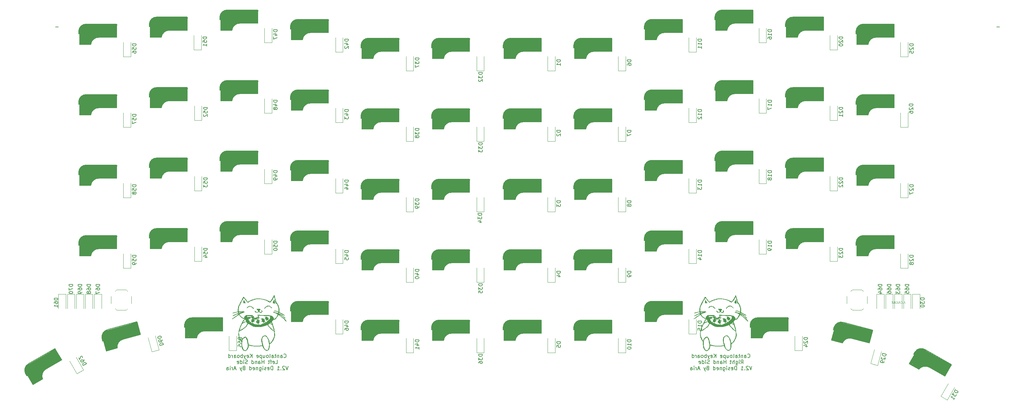
<source format=gbr>
G04 #@! TF.GenerationSoftware,KiCad,Pcbnew,(5.1.6)-1*
G04 #@! TF.CreationDate,2020-09-26T10:30:12+08:00*
G04 #@! TF.ProjectId,Cantaloupe,43616e74-616c-46f7-9570-652e6b696361,rev?*
G04 #@! TF.SameCoordinates,Original*
G04 #@! TF.FileFunction,Legend,Bot*
G04 #@! TF.FilePolarity,Positive*
%FSLAX46Y46*%
G04 Gerber Fmt 4.6, Leading zero omitted, Abs format (unit mm)*
G04 Created by KiCad (PCBNEW (5.1.6)-1) date 2020-09-26 10:30:12*
%MOMM*%
%LPD*%
G01*
G04 APERTURE LIST*
%ADD10C,0.100000*%
%ADD11C,0.150000*%
%ADD12C,0.400000*%
%ADD13C,0.500000*%
%ADD14C,3.500000*%
%ADD15C,1.000000*%
%ADD16C,3.000000*%
%ADD17C,0.800000*%
%ADD18C,0.300000*%
%ADD19C,0.010000*%
%ADD20C,0.120000*%
G04 APERTURE END LIST*
D10*
X320713061Y-135726190D02*
X320713061Y-136083333D01*
X320736871Y-136154761D01*
X320784490Y-136202380D01*
X320855918Y-136226190D01*
X320903537Y-136226190D01*
X320236871Y-136226190D02*
X320474966Y-136226190D01*
X320474966Y-135726190D01*
X319784490Y-136178571D02*
X319808299Y-136202380D01*
X319879728Y-136226190D01*
X319927347Y-136226190D01*
X319998775Y-136202380D01*
X320046395Y-136154761D01*
X320070204Y-136107142D01*
X320094014Y-136011904D01*
X320094014Y-135940476D01*
X320070204Y-135845238D01*
X320046395Y-135797619D01*
X319998775Y-135750000D01*
X319927347Y-135726190D01*
X319879728Y-135726190D01*
X319808299Y-135750000D01*
X319784490Y-135773809D01*
X319427347Y-135726190D02*
X319427347Y-136083333D01*
X319451156Y-136154761D01*
X319498775Y-136202380D01*
X319570204Y-136226190D01*
X319617823Y-136226190D01*
X318951156Y-136226190D02*
X319189252Y-136226190D01*
X319189252Y-135726190D01*
X318498775Y-136178571D02*
X318522585Y-136202380D01*
X318594014Y-136226190D01*
X318641633Y-136226190D01*
X318713061Y-136202380D01*
X318760680Y-136154761D01*
X318784490Y-136107142D01*
X318808299Y-136011904D01*
X318808299Y-135940476D01*
X318784490Y-135845238D01*
X318760680Y-135797619D01*
X318713061Y-135750000D01*
X318641633Y-135726190D01*
X318594014Y-135726190D01*
X318522585Y-135750000D01*
X318498775Y-135773809D01*
X318141633Y-135726190D02*
X318141633Y-136083333D01*
X318165442Y-136154761D01*
X318213061Y-136202380D01*
X318284490Y-136226190D01*
X318332109Y-136226190D01*
X317665442Y-136226190D02*
X317903537Y-136226190D01*
X317903537Y-135726190D01*
X317213061Y-136178571D02*
X317236871Y-136202380D01*
X317308299Y-136226190D01*
X317355918Y-136226190D01*
X317427347Y-136202380D01*
X317474966Y-136154761D01*
X317498775Y-136107142D01*
X317522585Y-136011904D01*
X317522585Y-135940476D01*
X317498775Y-135845238D01*
X317474966Y-135797619D01*
X317427347Y-135750000D01*
X317355918Y-135726190D01*
X317308299Y-135726190D01*
X317236871Y-135750000D01*
X317213061Y-135773809D01*
D11*
X153162870Y-150865844D02*
X153210489Y-150913463D01*
X153353346Y-150961082D01*
X153448584Y-150961082D01*
X153591441Y-150913463D01*
X153686679Y-150818225D01*
X153734298Y-150722987D01*
X153781917Y-150532511D01*
X153781917Y-150389654D01*
X153734298Y-150199178D01*
X153686679Y-150103940D01*
X153591441Y-150008702D01*
X153448584Y-149961082D01*
X153353346Y-149961082D01*
X153210489Y-150008702D01*
X153162870Y-150056321D01*
X152305727Y-150961082D02*
X152305727Y-150437273D01*
X152353346Y-150342035D01*
X152448584Y-150294416D01*
X152639060Y-150294416D01*
X152734298Y-150342035D01*
X152305727Y-150913463D02*
X152400965Y-150961082D01*
X152639060Y-150961082D01*
X152734298Y-150913463D01*
X152781917Y-150818225D01*
X152781917Y-150722987D01*
X152734298Y-150627749D01*
X152639060Y-150580130D01*
X152400965Y-150580130D01*
X152305727Y-150532511D01*
X151829536Y-150294416D02*
X151829536Y-150961082D01*
X151829536Y-150389654D02*
X151781917Y-150342035D01*
X151686679Y-150294416D01*
X151543822Y-150294416D01*
X151448584Y-150342035D01*
X151400965Y-150437273D01*
X151400965Y-150961082D01*
X151067632Y-150294416D02*
X150686679Y-150294416D01*
X150924774Y-149961082D02*
X150924774Y-150818225D01*
X150877155Y-150913463D01*
X150781917Y-150961082D01*
X150686679Y-150961082D01*
X149924774Y-150961082D02*
X149924774Y-150437273D01*
X149972394Y-150342035D01*
X150067632Y-150294416D01*
X150258108Y-150294416D01*
X150353346Y-150342035D01*
X149924774Y-150913463D02*
X150020013Y-150961082D01*
X150258108Y-150961082D01*
X150353346Y-150913463D01*
X150400965Y-150818225D01*
X150400965Y-150722987D01*
X150353346Y-150627749D01*
X150258108Y-150580130D01*
X150020013Y-150580130D01*
X149924774Y-150532511D01*
X149305727Y-150961082D02*
X149400965Y-150913463D01*
X149448584Y-150818225D01*
X149448584Y-149961082D01*
X148781917Y-150961082D02*
X148877155Y-150913463D01*
X148924774Y-150865844D01*
X148972394Y-150770606D01*
X148972394Y-150484892D01*
X148924774Y-150389654D01*
X148877155Y-150342035D01*
X148781917Y-150294416D01*
X148639060Y-150294416D01*
X148543822Y-150342035D01*
X148496203Y-150389654D01*
X148448584Y-150484892D01*
X148448584Y-150770606D01*
X148496203Y-150865844D01*
X148543822Y-150913463D01*
X148639060Y-150961082D01*
X148781917Y-150961082D01*
X147591441Y-150294416D02*
X147591441Y-150961082D01*
X148020013Y-150294416D02*
X148020013Y-150818225D01*
X147972394Y-150913463D01*
X147877155Y-150961082D01*
X147734298Y-150961082D01*
X147639060Y-150913463D01*
X147591441Y-150865844D01*
X147115251Y-150294416D02*
X147115251Y-151294416D01*
X147115251Y-150342035D02*
X147020013Y-150294416D01*
X146829536Y-150294416D01*
X146734298Y-150342035D01*
X146686679Y-150389654D01*
X146639060Y-150484892D01*
X146639060Y-150770606D01*
X146686679Y-150865844D01*
X146734298Y-150913463D01*
X146829536Y-150961082D01*
X147020013Y-150961082D01*
X147115251Y-150913463D01*
X145829536Y-150913463D02*
X145924774Y-150961082D01*
X146115251Y-150961082D01*
X146210489Y-150913463D01*
X146258108Y-150818225D01*
X146258108Y-150437273D01*
X146210489Y-150342035D01*
X146115251Y-150294416D01*
X145924774Y-150294416D01*
X145829536Y-150342035D01*
X145781917Y-150437273D01*
X145781917Y-150532511D01*
X146258108Y-150627749D01*
X144591441Y-150961082D02*
X144591441Y-149961082D01*
X144020013Y-150961082D02*
X144448584Y-150389654D01*
X144020013Y-149961082D02*
X144591441Y-150532511D01*
X143210489Y-150913463D02*
X143305727Y-150961082D01*
X143496203Y-150961082D01*
X143591441Y-150913463D01*
X143639060Y-150818225D01*
X143639060Y-150437273D01*
X143591441Y-150342035D01*
X143496203Y-150294416D01*
X143305727Y-150294416D01*
X143210489Y-150342035D01*
X143162870Y-150437273D01*
X143162870Y-150532511D01*
X143639060Y-150627749D01*
X142829536Y-150294416D02*
X142591441Y-150961082D01*
X142353346Y-150294416D02*
X142591441Y-150961082D01*
X142686679Y-151199178D01*
X142734298Y-151246797D01*
X142829536Y-151294416D01*
X141972394Y-150961082D02*
X141972394Y-149961082D01*
X141972394Y-150342035D02*
X141877155Y-150294416D01*
X141686679Y-150294416D01*
X141591441Y-150342035D01*
X141543822Y-150389654D01*
X141496203Y-150484892D01*
X141496203Y-150770606D01*
X141543822Y-150865844D01*
X141591441Y-150913463D01*
X141686679Y-150961082D01*
X141877155Y-150961082D01*
X141972394Y-150913463D01*
X140924774Y-150961082D02*
X141020013Y-150913463D01*
X141067632Y-150865844D01*
X141115251Y-150770606D01*
X141115251Y-150484892D01*
X141067632Y-150389654D01*
X141020013Y-150342035D01*
X140924774Y-150294416D01*
X140781917Y-150294416D01*
X140686679Y-150342035D01*
X140639060Y-150389654D01*
X140591441Y-150484892D01*
X140591441Y-150770606D01*
X140639060Y-150865844D01*
X140686679Y-150913463D01*
X140781917Y-150961082D01*
X140924774Y-150961082D01*
X139734298Y-150961082D02*
X139734298Y-150437273D01*
X139781917Y-150342035D01*
X139877155Y-150294416D01*
X140067632Y-150294416D01*
X140162870Y-150342035D01*
X139734298Y-150913463D02*
X139829536Y-150961082D01*
X140067632Y-150961082D01*
X140162870Y-150913463D01*
X140210489Y-150818225D01*
X140210489Y-150722987D01*
X140162870Y-150627749D01*
X140067632Y-150580130D01*
X139829536Y-150580130D01*
X139734298Y-150532511D01*
X139258108Y-150961082D02*
X139258108Y-150294416D01*
X139258108Y-150484892D02*
X139210489Y-150389654D01*
X139162870Y-150342035D01*
X139067632Y-150294416D01*
X138972394Y-150294416D01*
X138210489Y-150961082D02*
X138210489Y-149961082D01*
X138210489Y-150913463D02*
X138305727Y-150961082D01*
X138496203Y-150961082D01*
X138591441Y-150913463D01*
X138639060Y-150865844D01*
X138686679Y-150770606D01*
X138686679Y-150484892D01*
X138639060Y-150389654D01*
X138591441Y-150342035D01*
X138496203Y-150294416D01*
X138305727Y-150294416D01*
X138210489Y-150342035D01*
X150900965Y-152611082D02*
X151377155Y-152611082D01*
X151377155Y-151611082D01*
X150186679Y-152563463D02*
X150281917Y-152611082D01*
X150472394Y-152611082D01*
X150567632Y-152563463D01*
X150615251Y-152468225D01*
X150615251Y-152087273D01*
X150567632Y-151992035D01*
X150472394Y-151944416D01*
X150281917Y-151944416D01*
X150186679Y-151992035D01*
X150139060Y-152087273D01*
X150139060Y-152182511D01*
X150615251Y-152277749D01*
X149853346Y-151944416D02*
X149472394Y-151944416D01*
X149710489Y-152611082D02*
X149710489Y-151753940D01*
X149662870Y-151658702D01*
X149567632Y-151611082D01*
X149472394Y-151611082D01*
X149281917Y-151944416D02*
X148900965Y-151944416D01*
X149139060Y-151611082D02*
X149139060Y-152468225D01*
X149091441Y-152563463D01*
X148996203Y-152611082D01*
X148900965Y-152611082D01*
X147805727Y-152611082D02*
X147805727Y-151611082D01*
X147805727Y-152087273D02*
X147234298Y-152087273D01*
X147234298Y-152611082D02*
X147234298Y-151611082D01*
X146329536Y-152611082D02*
X146329536Y-152087273D01*
X146377155Y-151992035D01*
X146472394Y-151944416D01*
X146662870Y-151944416D01*
X146758108Y-151992035D01*
X146329536Y-152563463D02*
X146424774Y-152611082D01*
X146662870Y-152611082D01*
X146758108Y-152563463D01*
X146805727Y-152468225D01*
X146805727Y-152372987D01*
X146758108Y-152277749D01*
X146662870Y-152230130D01*
X146424774Y-152230130D01*
X146329536Y-152182511D01*
X145853346Y-151944416D02*
X145853346Y-152611082D01*
X145853346Y-152039654D02*
X145805727Y-151992035D01*
X145710489Y-151944416D01*
X145567632Y-151944416D01*
X145472394Y-151992035D01*
X145424774Y-152087273D01*
X145424774Y-152611082D01*
X144520013Y-152611082D02*
X144520013Y-151611082D01*
X144520013Y-152563463D02*
X144615251Y-152611082D01*
X144805727Y-152611082D01*
X144900965Y-152563463D01*
X144948584Y-152515844D01*
X144996203Y-152420606D01*
X144996203Y-152134892D01*
X144948584Y-152039654D01*
X144900965Y-151992035D01*
X144805727Y-151944416D01*
X144615251Y-151944416D01*
X144520013Y-151992035D01*
X143329536Y-152563463D02*
X143186679Y-152611082D01*
X142948584Y-152611082D01*
X142853346Y-152563463D01*
X142805727Y-152515844D01*
X142758108Y-152420606D01*
X142758108Y-152325368D01*
X142805727Y-152230130D01*
X142853346Y-152182511D01*
X142948584Y-152134892D01*
X143139060Y-152087273D01*
X143234298Y-152039654D01*
X143281917Y-151992035D01*
X143329536Y-151896797D01*
X143329536Y-151801559D01*
X143281917Y-151706321D01*
X143234298Y-151658702D01*
X143139060Y-151611082D01*
X142900965Y-151611082D01*
X142758108Y-151658702D01*
X142329536Y-152611082D02*
X142329536Y-151944416D01*
X142329536Y-151611082D02*
X142377155Y-151658702D01*
X142329536Y-151706321D01*
X142281917Y-151658702D01*
X142329536Y-151611082D01*
X142329536Y-151706321D01*
X141424774Y-152611082D02*
X141424774Y-151611082D01*
X141424774Y-152563463D02*
X141520013Y-152611082D01*
X141710489Y-152611082D01*
X141805727Y-152563463D01*
X141853346Y-152515844D01*
X141900965Y-152420606D01*
X141900965Y-152134892D01*
X141853346Y-152039654D01*
X141805727Y-151992035D01*
X141710489Y-151944416D01*
X141520013Y-151944416D01*
X141424774Y-151992035D01*
X140567632Y-152563463D02*
X140662870Y-152611082D01*
X140853346Y-152611082D01*
X140948584Y-152563463D01*
X140996203Y-152468225D01*
X140996203Y-152087273D01*
X140948584Y-151992035D01*
X140853346Y-151944416D01*
X140662870Y-151944416D01*
X140567632Y-151992035D01*
X140520013Y-152087273D01*
X140520013Y-152182511D01*
X140996203Y-152277749D01*
X154305727Y-153261082D02*
X153972394Y-154261082D01*
X153639060Y-153261082D01*
X153353346Y-153356321D02*
X153305727Y-153308702D01*
X153210489Y-153261082D01*
X152972394Y-153261082D01*
X152877155Y-153308702D01*
X152829536Y-153356321D01*
X152781917Y-153451559D01*
X152781917Y-153546797D01*
X152829536Y-153689654D01*
X153400965Y-154261082D01*
X152781917Y-154261082D01*
X152353346Y-154165844D02*
X152305727Y-154213463D01*
X152353346Y-154261082D01*
X152400965Y-154213463D01*
X152353346Y-154165844D01*
X152353346Y-154261082D01*
X151353346Y-154261082D02*
X151924774Y-154261082D01*
X151639060Y-154261082D02*
X151639060Y-153261082D01*
X151734298Y-153403940D01*
X151829536Y-153499178D01*
X151924774Y-153546797D01*
X150162870Y-154261082D02*
X150162870Y-153261082D01*
X149924774Y-153261082D01*
X149781917Y-153308702D01*
X149686679Y-153403940D01*
X149639060Y-153499178D01*
X149591441Y-153689654D01*
X149591441Y-153832511D01*
X149639060Y-154022987D01*
X149686679Y-154118225D01*
X149781917Y-154213463D01*
X149924774Y-154261082D01*
X150162870Y-154261082D01*
X148781917Y-154213463D02*
X148877155Y-154261082D01*
X149067632Y-154261082D01*
X149162870Y-154213463D01*
X149210489Y-154118225D01*
X149210489Y-153737273D01*
X149162870Y-153642035D01*
X149067632Y-153594416D01*
X148877155Y-153594416D01*
X148781917Y-153642035D01*
X148734298Y-153737273D01*
X148734298Y-153832511D01*
X149210489Y-153927749D01*
X148353346Y-154213463D02*
X148258108Y-154261082D01*
X148067632Y-154261082D01*
X147972394Y-154213463D01*
X147924774Y-154118225D01*
X147924774Y-154070606D01*
X147972394Y-153975368D01*
X148067632Y-153927749D01*
X148210489Y-153927749D01*
X148305727Y-153880130D01*
X148353346Y-153784892D01*
X148353346Y-153737273D01*
X148305727Y-153642035D01*
X148210489Y-153594416D01*
X148067632Y-153594416D01*
X147972394Y-153642035D01*
X147496203Y-154261082D02*
X147496203Y-153594416D01*
X147496203Y-153261082D02*
X147543822Y-153308702D01*
X147496203Y-153356321D01*
X147448584Y-153308702D01*
X147496203Y-153261082D01*
X147496203Y-153356321D01*
X146591441Y-153594416D02*
X146591441Y-154403940D01*
X146639060Y-154499178D01*
X146686679Y-154546797D01*
X146781917Y-154594416D01*
X146924774Y-154594416D01*
X147020013Y-154546797D01*
X146591441Y-154213463D02*
X146686679Y-154261082D01*
X146877155Y-154261082D01*
X146972394Y-154213463D01*
X147020013Y-154165844D01*
X147067632Y-154070606D01*
X147067632Y-153784892D01*
X147020013Y-153689654D01*
X146972394Y-153642035D01*
X146877155Y-153594416D01*
X146686679Y-153594416D01*
X146591441Y-153642035D01*
X146115251Y-153594416D02*
X146115251Y-154261082D01*
X146115251Y-153689654D02*
X146067632Y-153642035D01*
X145972394Y-153594416D01*
X145829536Y-153594416D01*
X145734298Y-153642035D01*
X145686679Y-153737273D01*
X145686679Y-154261082D01*
X144829536Y-154213463D02*
X144924774Y-154261082D01*
X145115251Y-154261082D01*
X145210489Y-154213463D01*
X145258108Y-154118225D01*
X145258108Y-153737273D01*
X145210489Y-153642035D01*
X145115251Y-153594416D01*
X144924774Y-153594416D01*
X144829536Y-153642035D01*
X144781917Y-153737273D01*
X144781917Y-153832511D01*
X145258108Y-153927749D01*
X143924774Y-154261082D02*
X143924774Y-153261082D01*
X143924774Y-154213463D02*
X144020013Y-154261082D01*
X144210489Y-154261082D01*
X144305727Y-154213463D01*
X144353346Y-154165844D01*
X144400965Y-154070606D01*
X144400965Y-153784892D01*
X144353346Y-153689654D01*
X144305727Y-153642035D01*
X144210489Y-153594416D01*
X144020013Y-153594416D01*
X143924774Y-153642035D01*
X142353346Y-153737273D02*
X142210489Y-153784892D01*
X142162870Y-153832511D01*
X142115251Y-153927749D01*
X142115251Y-154070606D01*
X142162870Y-154165844D01*
X142210489Y-154213463D01*
X142305727Y-154261082D01*
X142686679Y-154261082D01*
X142686679Y-153261082D01*
X142353346Y-153261082D01*
X142258108Y-153308702D01*
X142210489Y-153356321D01*
X142162870Y-153451559D01*
X142162870Y-153546797D01*
X142210489Y-153642035D01*
X142258108Y-153689654D01*
X142353346Y-153737273D01*
X142686679Y-153737273D01*
X141781917Y-153594416D02*
X141543822Y-154261082D01*
X141305727Y-153594416D02*
X141543822Y-154261082D01*
X141639060Y-154499178D01*
X141686679Y-154546797D01*
X141781917Y-154594416D01*
X140210489Y-153975368D02*
X139734298Y-153975368D01*
X140305727Y-154261082D02*
X139972394Y-153261082D01*
X139639060Y-154261082D01*
X139305727Y-154261082D02*
X139305727Y-153594416D01*
X139305727Y-153784892D02*
X139258108Y-153689654D01*
X139210489Y-153642035D01*
X139115251Y-153594416D01*
X139020013Y-153594416D01*
X138686679Y-154261082D02*
X138686679Y-153594416D01*
X138686679Y-153261082D02*
X138734298Y-153308702D01*
X138686679Y-153356321D01*
X138639060Y-153308702D01*
X138686679Y-153261082D01*
X138686679Y-153356321D01*
X137781917Y-154261082D02*
X137781917Y-153737273D01*
X137829536Y-153642035D01*
X137924774Y-153594416D01*
X138115251Y-153594416D01*
X138210489Y-153642035D01*
X137781917Y-154213463D02*
X137877155Y-154261082D01*
X138115251Y-154261082D01*
X138210489Y-154213463D01*
X138258108Y-154118225D01*
X138258108Y-154022987D01*
X138210489Y-153927749D01*
X138115251Y-153880130D01*
X137877155Y-153880130D01*
X137781917Y-153832511D01*
X278370574Y-150865844D02*
X278418193Y-150913463D01*
X278561050Y-150961082D01*
X278656288Y-150961082D01*
X278799145Y-150913463D01*
X278894383Y-150818225D01*
X278942002Y-150722987D01*
X278989621Y-150532511D01*
X278989621Y-150389654D01*
X278942002Y-150199178D01*
X278894383Y-150103940D01*
X278799145Y-150008702D01*
X278656288Y-149961082D01*
X278561050Y-149961082D01*
X278418193Y-150008702D01*
X278370574Y-150056321D01*
X277513431Y-150961082D02*
X277513431Y-150437273D01*
X277561050Y-150342035D01*
X277656288Y-150294416D01*
X277846764Y-150294416D01*
X277942002Y-150342035D01*
X277513431Y-150913463D02*
X277608669Y-150961082D01*
X277846764Y-150961082D01*
X277942002Y-150913463D01*
X277989621Y-150818225D01*
X277989621Y-150722987D01*
X277942002Y-150627749D01*
X277846764Y-150580130D01*
X277608669Y-150580130D01*
X277513431Y-150532511D01*
X277037240Y-150294416D02*
X277037240Y-150961082D01*
X277037240Y-150389654D02*
X276989621Y-150342035D01*
X276894383Y-150294416D01*
X276751526Y-150294416D01*
X276656288Y-150342035D01*
X276608669Y-150437273D01*
X276608669Y-150961082D01*
X276275336Y-150294416D02*
X275894383Y-150294416D01*
X276132478Y-149961082D02*
X276132478Y-150818225D01*
X276084859Y-150913463D01*
X275989621Y-150961082D01*
X275894383Y-150961082D01*
X275132478Y-150961082D02*
X275132478Y-150437273D01*
X275180098Y-150342035D01*
X275275336Y-150294416D01*
X275465812Y-150294416D01*
X275561050Y-150342035D01*
X275132478Y-150913463D02*
X275227717Y-150961082D01*
X275465812Y-150961082D01*
X275561050Y-150913463D01*
X275608669Y-150818225D01*
X275608669Y-150722987D01*
X275561050Y-150627749D01*
X275465812Y-150580130D01*
X275227717Y-150580130D01*
X275132478Y-150532511D01*
X274513431Y-150961082D02*
X274608669Y-150913463D01*
X274656288Y-150818225D01*
X274656288Y-149961082D01*
X273989621Y-150961082D02*
X274084859Y-150913463D01*
X274132478Y-150865844D01*
X274180098Y-150770606D01*
X274180098Y-150484892D01*
X274132478Y-150389654D01*
X274084859Y-150342035D01*
X273989621Y-150294416D01*
X273846764Y-150294416D01*
X273751526Y-150342035D01*
X273703907Y-150389654D01*
X273656288Y-150484892D01*
X273656288Y-150770606D01*
X273703907Y-150865844D01*
X273751526Y-150913463D01*
X273846764Y-150961082D01*
X273989621Y-150961082D01*
X272799145Y-150294416D02*
X272799145Y-150961082D01*
X273227717Y-150294416D02*
X273227717Y-150818225D01*
X273180098Y-150913463D01*
X273084859Y-150961082D01*
X272942002Y-150961082D01*
X272846764Y-150913463D01*
X272799145Y-150865844D01*
X272322955Y-150294416D02*
X272322955Y-151294416D01*
X272322955Y-150342035D02*
X272227717Y-150294416D01*
X272037240Y-150294416D01*
X271942002Y-150342035D01*
X271894383Y-150389654D01*
X271846764Y-150484892D01*
X271846764Y-150770606D01*
X271894383Y-150865844D01*
X271942002Y-150913463D01*
X272037240Y-150961082D01*
X272227717Y-150961082D01*
X272322955Y-150913463D01*
X271037240Y-150913463D02*
X271132478Y-150961082D01*
X271322955Y-150961082D01*
X271418193Y-150913463D01*
X271465812Y-150818225D01*
X271465812Y-150437273D01*
X271418193Y-150342035D01*
X271322955Y-150294416D01*
X271132478Y-150294416D01*
X271037240Y-150342035D01*
X270989621Y-150437273D01*
X270989621Y-150532511D01*
X271465812Y-150627749D01*
X269799145Y-150961082D02*
X269799145Y-149961082D01*
X269227717Y-150961082D02*
X269656288Y-150389654D01*
X269227717Y-149961082D02*
X269799145Y-150532511D01*
X268418193Y-150913463D02*
X268513431Y-150961082D01*
X268703907Y-150961082D01*
X268799145Y-150913463D01*
X268846764Y-150818225D01*
X268846764Y-150437273D01*
X268799145Y-150342035D01*
X268703907Y-150294416D01*
X268513431Y-150294416D01*
X268418193Y-150342035D01*
X268370574Y-150437273D01*
X268370574Y-150532511D01*
X268846764Y-150627749D01*
X268037240Y-150294416D02*
X267799145Y-150961082D01*
X267561050Y-150294416D02*
X267799145Y-150961082D01*
X267894383Y-151199178D01*
X267942002Y-151246797D01*
X268037240Y-151294416D01*
X267180098Y-150961082D02*
X267180098Y-149961082D01*
X267180098Y-150342035D02*
X267084859Y-150294416D01*
X266894383Y-150294416D01*
X266799145Y-150342035D01*
X266751526Y-150389654D01*
X266703907Y-150484892D01*
X266703907Y-150770606D01*
X266751526Y-150865844D01*
X266799145Y-150913463D01*
X266894383Y-150961082D01*
X267084859Y-150961082D01*
X267180098Y-150913463D01*
X266132478Y-150961082D02*
X266227717Y-150913463D01*
X266275336Y-150865844D01*
X266322955Y-150770606D01*
X266322955Y-150484892D01*
X266275336Y-150389654D01*
X266227717Y-150342035D01*
X266132478Y-150294416D01*
X265989621Y-150294416D01*
X265894383Y-150342035D01*
X265846764Y-150389654D01*
X265799145Y-150484892D01*
X265799145Y-150770606D01*
X265846764Y-150865844D01*
X265894383Y-150913463D01*
X265989621Y-150961082D01*
X266132478Y-150961082D01*
X264942002Y-150961082D02*
X264942002Y-150437273D01*
X264989621Y-150342035D01*
X265084859Y-150294416D01*
X265275336Y-150294416D01*
X265370574Y-150342035D01*
X264942002Y-150913463D02*
X265037240Y-150961082D01*
X265275336Y-150961082D01*
X265370574Y-150913463D01*
X265418193Y-150818225D01*
X265418193Y-150722987D01*
X265370574Y-150627749D01*
X265275336Y-150580130D01*
X265037240Y-150580130D01*
X264942002Y-150532511D01*
X264465812Y-150961082D02*
X264465812Y-150294416D01*
X264465812Y-150484892D02*
X264418193Y-150389654D01*
X264370574Y-150342035D01*
X264275336Y-150294416D01*
X264180098Y-150294416D01*
X263418193Y-150961082D02*
X263418193Y-149961082D01*
X263418193Y-150913463D02*
X263513431Y-150961082D01*
X263703907Y-150961082D01*
X263799145Y-150913463D01*
X263846764Y-150865844D01*
X263894383Y-150770606D01*
X263894383Y-150484892D01*
X263846764Y-150389654D01*
X263799145Y-150342035D01*
X263703907Y-150294416D01*
X263513431Y-150294416D01*
X263418193Y-150342035D01*
X276537240Y-152611082D02*
X276870574Y-152134892D01*
X277108669Y-152611082D02*
X277108669Y-151611082D01*
X276727717Y-151611082D01*
X276632478Y-151658702D01*
X276584859Y-151706321D01*
X276537240Y-151801559D01*
X276537240Y-151944416D01*
X276584859Y-152039654D01*
X276632478Y-152087273D01*
X276727717Y-152134892D01*
X277108669Y-152134892D01*
X276108669Y-152611082D02*
X276108669Y-151944416D01*
X276108669Y-151611082D02*
X276156288Y-151658702D01*
X276108669Y-151706321D01*
X276061050Y-151658702D01*
X276108669Y-151611082D01*
X276108669Y-151706321D01*
X275203907Y-151944416D02*
X275203907Y-152753940D01*
X275251526Y-152849178D01*
X275299145Y-152896797D01*
X275394383Y-152944416D01*
X275537240Y-152944416D01*
X275632478Y-152896797D01*
X275203907Y-152563463D02*
X275299145Y-152611082D01*
X275489621Y-152611082D01*
X275584859Y-152563463D01*
X275632478Y-152515844D01*
X275680098Y-152420606D01*
X275680098Y-152134892D01*
X275632478Y-152039654D01*
X275584859Y-151992035D01*
X275489621Y-151944416D01*
X275299145Y-151944416D01*
X275203907Y-151992035D01*
X274727717Y-152611082D02*
X274727717Y-151611082D01*
X274299145Y-152611082D02*
X274299145Y-152087273D01*
X274346764Y-151992035D01*
X274442002Y-151944416D01*
X274584859Y-151944416D01*
X274680098Y-151992035D01*
X274727717Y-152039654D01*
X273965812Y-151944416D02*
X273584859Y-151944416D01*
X273822955Y-151611082D02*
X273822955Y-152468225D01*
X273775336Y-152563463D01*
X273680098Y-152611082D01*
X273584859Y-152611082D01*
X272489621Y-152611082D02*
X272489621Y-151611082D01*
X272489621Y-152087273D02*
X271918193Y-152087273D01*
X271918193Y-152611082D02*
X271918193Y-151611082D01*
X271013431Y-152611082D02*
X271013431Y-152087273D01*
X271061050Y-151992035D01*
X271156288Y-151944416D01*
X271346764Y-151944416D01*
X271442002Y-151992035D01*
X271013431Y-152563463D02*
X271108669Y-152611082D01*
X271346764Y-152611082D01*
X271442002Y-152563463D01*
X271489621Y-152468225D01*
X271489621Y-152372987D01*
X271442002Y-152277749D01*
X271346764Y-152230130D01*
X271108669Y-152230130D01*
X271013431Y-152182511D01*
X270537240Y-151944416D02*
X270537240Y-152611082D01*
X270537240Y-152039654D02*
X270489621Y-151992035D01*
X270394383Y-151944416D01*
X270251526Y-151944416D01*
X270156288Y-151992035D01*
X270108669Y-152087273D01*
X270108669Y-152611082D01*
X269203907Y-152611082D02*
X269203907Y-151611082D01*
X269203907Y-152563463D02*
X269299145Y-152611082D01*
X269489621Y-152611082D01*
X269584859Y-152563463D01*
X269632478Y-152515844D01*
X269680098Y-152420606D01*
X269680098Y-152134892D01*
X269632478Y-152039654D01*
X269584859Y-151992035D01*
X269489621Y-151944416D01*
X269299145Y-151944416D01*
X269203907Y-151992035D01*
X268013431Y-152563463D02*
X267870574Y-152611082D01*
X267632478Y-152611082D01*
X267537240Y-152563463D01*
X267489621Y-152515844D01*
X267442002Y-152420606D01*
X267442002Y-152325368D01*
X267489621Y-152230130D01*
X267537240Y-152182511D01*
X267632478Y-152134892D01*
X267822955Y-152087273D01*
X267918193Y-152039654D01*
X267965812Y-151992035D01*
X268013431Y-151896797D01*
X268013431Y-151801559D01*
X267965812Y-151706321D01*
X267918193Y-151658702D01*
X267822955Y-151611082D01*
X267584859Y-151611082D01*
X267442002Y-151658702D01*
X267013431Y-152611082D02*
X267013431Y-151944416D01*
X267013431Y-151611082D02*
X267061050Y-151658702D01*
X267013431Y-151706321D01*
X266965812Y-151658702D01*
X267013431Y-151611082D01*
X267013431Y-151706321D01*
X266108669Y-152611082D02*
X266108669Y-151611082D01*
X266108669Y-152563463D02*
X266203907Y-152611082D01*
X266394383Y-152611082D01*
X266489621Y-152563463D01*
X266537240Y-152515844D01*
X266584859Y-152420606D01*
X266584859Y-152134892D01*
X266537240Y-152039654D01*
X266489621Y-151992035D01*
X266394383Y-151944416D01*
X266203907Y-151944416D01*
X266108669Y-151992035D01*
X265251526Y-152563463D02*
X265346764Y-152611082D01*
X265537240Y-152611082D01*
X265632478Y-152563463D01*
X265680098Y-152468225D01*
X265680098Y-152087273D01*
X265632478Y-151992035D01*
X265537240Y-151944416D01*
X265346764Y-151944416D01*
X265251526Y-151992035D01*
X265203907Y-152087273D01*
X265203907Y-152182511D01*
X265680098Y-152277749D01*
X279513431Y-153261082D02*
X279180098Y-154261082D01*
X278846764Y-153261082D01*
X278561050Y-153356321D02*
X278513431Y-153308702D01*
X278418193Y-153261082D01*
X278180098Y-153261082D01*
X278084859Y-153308702D01*
X278037240Y-153356321D01*
X277989621Y-153451559D01*
X277989621Y-153546797D01*
X278037240Y-153689654D01*
X278608669Y-154261082D01*
X277989621Y-154261082D01*
X277561050Y-154165844D02*
X277513431Y-154213463D01*
X277561050Y-154261082D01*
X277608669Y-154213463D01*
X277561050Y-154165844D01*
X277561050Y-154261082D01*
X276561050Y-154261082D02*
X277132478Y-154261082D01*
X276846764Y-154261082D02*
X276846764Y-153261082D01*
X276942002Y-153403940D01*
X277037240Y-153499178D01*
X277132478Y-153546797D01*
X275370574Y-154261082D02*
X275370574Y-153261082D01*
X275132478Y-153261082D01*
X274989621Y-153308702D01*
X274894383Y-153403940D01*
X274846764Y-153499178D01*
X274799145Y-153689654D01*
X274799145Y-153832511D01*
X274846764Y-154022987D01*
X274894383Y-154118225D01*
X274989621Y-154213463D01*
X275132478Y-154261082D01*
X275370574Y-154261082D01*
X273989621Y-154213463D02*
X274084859Y-154261082D01*
X274275336Y-154261082D01*
X274370574Y-154213463D01*
X274418193Y-154118225D01*
X274418193Y-153737273D01*
X274370574Y-153642035D01*
X274275336Y-153594416D01*
X274084859Y-153594416D01*
X273989621Y-153642035D01*
X273942002Y-153737273D01*
X273942002Y-153832511D01*
X274418193Y-153927749D01*
X273561050Y-154213463D02*
X273465812Y-154261082D01*
X273275336Y-154261082D01*
X273180098Y-154213463D01*
X273132478Y-154118225D01*
X273132478Y-154070606D01*
X273180098Y-153975368D01*
X273275336Y-153927749D01*
X273418193Y-153927749D01*
X273513431Y-153880130D01*
X273561050Y-153784892D01*
X273561050Y-153737273D01*
X273513431Y-153642035D01*
X273418193Y-153594416D01*
X273275336Y-153594416D01*
X273180098Y-153642035D01*
X272703907Y-154261082D02*
X272703907Y-153594416D01*
X272703907Y-153261082D02*
X272751526Y-153308702D01*
X272703907Y-153356321D01*
X272656288Y-153308702D01*
X272703907Y-153261082D01*
X272703907Y-153356321D01*
X271799145Y-153594416D02*
X271799145Y-154403940D01*
X271846764Y-154499178D01*
X271894383Y-154546797D01*
X271989621Y-154594416D01*
X272132478Y-154594416D01*
X272227717Y-154546797D01*
X271799145Y-154213463D02*
X271894383Y-154261082D01*
X272084859Y-154261082D01*
X272180098Y-154213463D01*
X272227717Y-154165844D01*
X272275336Y-154070606D01*
X272275336Y-153784892D01*
X272227717Y-153689654D01*
X272180098Y-153642035D01*
X272084859Y-153594416D01*
X271894383Y-153594416D01*
X271799145Y-153642035D01*
X271322955Y-153594416D02*
X271322955Y-154261082D01*
X271322955Y-153689654D02*
X271275336Y-153642035D01*
X271180098Y-153594416D01*
X271037240Y-153594416D01*
X270942002Y-153642035D01*
X270894383Y-153737273D01*
X270894383Y-154261082D01*
X270037240Y-154213463D02*
X270132478Y-154261082D01*
X270322955Y-154261082D01*
X270418193Y-154213463D01*
X270465812Y-154118225D01*
X270465812Y-153737273D01*
X270418193Y-153642035D01*
X270322955Y-153594416D01*
X270132478Y-153594416D01*
X270037240Y-153642035D01*
X269989621Y-153737273D01*
X269989621Y-153832511D01*
X270465812Y-153927749D01*
X269132478Y-154261082D02*
X269132478Y-153261082D01*
X269132478Y-154213463D02*
X269227717Y-154261082D01*
X269418193Y-154261082D01*
X269513431Y-154213463D01*
X269561050Y-154165844D01*
X269608669Y-154070606D01*
X269608669Y-153784892D01*
X269561050Y-153689654D01*
X269513431Y-153642035D01*
X269418193Y-153594416D01*
X269227717Y-153594416D01*
X269132478Y-153642035D01*
X267561050Y-153737273D02*
X267418193Y-153784892D01*
X267370574Y-153832511D01*
X267322955Y-153927749D01*
X267322955Y-154070606D01*
X267370574Y-154165844D01*
X267418193Y-154213463D01*
X267513431Y-154261082D01*
X267894383Y-154261082D01*
X267894383Y-153261082D01*
X267561050Y-153261082D01*
X267465812Y-153308702D01*
X267418193Y-153356321D01*
X267370574Y-153451559D01*
X267370574Y-153546797D01*
X267418193Y-153642035D01*
X267465812Y-153689654D01*
X267561050Y-153737273D01*
X267894383Y-153737273D01*
X266989621Y-153594416D02*
X266751526Y-154261082D01*
X266513431Y-153594416D02*
X266751526Y-154261082D01*
X266846764Y-154499178D01*
X266894383Y-154546797D01*
X266989621Y-154594416D01*
X265418193Y-153975368D02*
X264942002Y-153975368D01*
X265513431Y-154261082D02*
X265180098Y-153261082D01*
X264846764Y-154261082D01*
X264513431Y-154261082D02*
X264513431Y-153594416D01*
X264513431Y-153784892D02*
X264465812Y-153689654D01*
X264418193Y-153642035D01*
X264322955Y-153594416D01*
X264227717Y-153594416D01*
X263894383Y-154261082D02*
X263894383Y-153594416D01*
X263894383Y-153261082D02*
X263942002Y-153308702D01*
X263894383Y-153356321D01*
X263846764Y-153308702D01*
X263894383Y-153261082D01*
X263894383Y-153356321D01*
X262989621Y-154261082D02*
X262989621Y-153737273D01*
X263037240Y-153642035D01*
X263132478Y-153594416D01*
X263322955Y-153594416D01*
X263418193Y-153642035D01*
X262989621Y-154213463D02*
X263084859Y-154261082D01*
X263322955Y-154261082D01*
X263418193Y-154213463D01*
X263465812Y-154118225D01*
X263465812Y-154022987D01*
X263418193Y-153927749D01*
X263322955Y-153880130D01*
X263084859Y-153880130D01*
X262989621Y-153832511D01*
D12*
X203157394Y-64796207D02*
X201907394Y-64796207D01*
D13*
X193457394Y-69896207D02*
X195907394Y-69896207D01*
D11*
X203307394Y-64596207D02*
X195107393Y-64596207D01*
X198507394Y-68196207D02*
X203307394Y-68196207D01*
X193257394Y-70096207D02*
X196287394Y-70096207D01*
X193007394Y-66496207D02*
X193007394Y-67246207D01*
X193257394Y-65646207D02*
X193257394Y-70096207D01*
X193007394Y-67246207D02*
X193207394Y-67246207D01*
X203287394Y-67196207D02*
X203287394Y-64946207D01*
X203307394Y-68196207D02*
X203307394Y-64596207D01*
D14*
X201507394Y-66396207D02*
X194807394Y-66396207D01*
D15*
X202807394Y-65196207D02*
X202807394Y-67696207D01*
D13*
X203107394Y-67946207D02*
X201807394Y-67896207D01*
D16*
X194737394Y-66096207D02*
X194737394Y-68336207D01*
D17*
X193607394Y-69596207D02*
X193607394Y-67796208D01*
D18*
X193107394Y-67146207D02*
X193107394Y-66496207D01*
D15*
X195891076Y-69674736D02*
G75*
G02*
X198107394Y-67796207I2151318J-291471D01*
G01*
D11*
X193007394Y-66496208D02*
G75*
G02*
X195107393Y-64596207I2000000J-99999D01*
G01*
X196291076Y-70074736D02*
G75*
G02*
X198507394Y-68196207I2151318J-291471D01*
G01*
D12*
X260596594Y-116866200D02*
X259346594Y-116866200D01*
D13*
X250896594Y-121966200D02*
X253346594Y-121966200D01*
D11*
X260746594Y-116666200D02*
X252546593Y-116666200D01*
X255946594Y-120266200D02*
X260746594Y-120266200D01*
X250696594Y-122166200D02*
X253726594Y-122166200D01*
X250446594Y-118566200D02*
X250446594Y-119316200D01*
X250696594Y-117716200D02*
X250696594Y-122166200D01*
X250446594Y-119316200D02*
X250646594Y-119316200D01*
X260726594Y-119266200D02*
X260726594Y-117016200D01*
X260746594Y-120266200D02*
X260746594Y-116666200D01*
D14*
X258946594Y-118466200D02*
X252246594Y-118466200D01*
D15*
X260246594Y-117266200D02*
X260246594Y-119766200D01*
D13*
X260546594Y-120016200D02*
X259246594Y-119966200D01*
D16*
X252176594Y-118166200D02*
X252176594Y-120406200D01*
D17*
X251046594Y-121666200D02*
X251046594Y-119866201D01*
D18*
X250546594Y-119216200D02*
X250546594Y-118566200D01*
D15*
X253330276Y-121744729D02*
G75*
G02*
X255546594Y-119866200I2151318J-291471D01*
G01*
D11*
X250446594Y-118566201D02*
G75*
G02*
X252546593Y-116666200I2000000J-99999D01*
G01*
X253730276Y-122144729D02*
G75*
G02*
X255946594Y-120266200I2151318J-291471D01*
G01*
D19*
G36*
X265527714Y-144261277D02*
G01*
X265512873Y-144372745D01*
X265506287Y-144542496D01*
X265506098Y-144581040D01*
X265510266Y-144743642D01*
X265521387Y-144868004D01*
X265537390Y-144934693D01*
X265544469Y-144940873D01*
X265566435Y-144974518D01*
X265561071Y-145024114D01*
X265557798Y-145118092D01*
X265576111Y-145253558D01*
X265608931Y-145399241D01*
X265649182Y-145523868D01*
X265689783Y-145596169D01*
X265690747Y-145597040D01*
X265736479Y-145674082D01*
X265744857Y-145713732D01*
X265770480Y-145799968D01*
X265830053Y-145926477D01*
X265911946Y-146074480D01*
X266004525Y-146225201D01*
X266096156Y-146359862D01*
X266175207Y-146459686D01*
X266230046Y-146505894D01*
X266236339Y-146507068D01*
X266270953Y-146515348D01*
X266291488Y-146550454D01*
X266300288Y-146628025D01*
X266299699Y-146763699D01*
X266295065Y-146898790D01*
X266295590Y-147313370D01*
X266327342Y-147719832D01*
X266387459Y-148090228D01*
X266437510Y-148288803D01*
X266534427Y-148522377D01*
X266674810Y-148741379D01*
X266840474Y-148921517D01*
X266990510Y-149027459D01*
X267143467Y-149075062D01*
X267318519Y-149084791D01*
X267474815Y-149056055D01*
X267520457Y-149035123D01*
X267717390Y-148892851D01*
X267871459Y-148711919D01*
X267951961Y-148577879D01*
X268027708Y-148413748D01*
X268099481Y-148216854D01*
X268159596Y-148013606D01*
X268200371Y-147830409D01*
X268209212Y-147742499D01*
X268031032Y-147742499D01*
X268022034Y-147905946D01*
X268002934Y-148034636D01*
X268002278Y-148037407D01*
X267901585Y-148353455D01*
X267765387Y-148623668D01*
X267602737Y-148830604D01*
X267578864Y-148853087D01*
X267424978Y-148965006D01*
X267282704Y-149001590D01*
X267133982Y-148963216D01*
X266980473Y-148865493D01*
X266787820Y-148666276D01*
X266637125Y-148393939D01*
X266528543Y-148048989D01*
X266462230Y-147631933D01*
X266438340Y-147143278D01*
X266438278Y-147095075D01*
X266447037Y-146850548D01*
X266470043Y-146596110D01*
X266504056Y-146353370D01*
X266545832Y-146143936D01*
X266592132Y-145989418D01*
X266610085Y-145949880D01*
X266682085Y-145861675D01*
X266805261Y-145752920D01*
X266955438Y-145641680D01*
X267108443Y-145546018D01*
X267227314Y-145488653D01*
X267341983Y-145462748D01*
X267435085Y-145489818D01*
X267519314Y-145579129D01*
X267607362Y-145739943D01*
X267625544Y-145779287D01*
X267698935Y-145967541D01*
X267771119Y-146197934D01*
X267835502Y-146443934D01*
X267885489Y-146679009D01*
X267914486Y-146876630D01*
X267919098Y-146960308D01*
X267929332Y-147054784D01*
X267954304Y-147099354D01*
X267957632Y-147099873D01*
X267984941Y-147138835D01*
X268006883Y-147242463D01*
X268022510Y-147390872D01*
X268030875Y-147564179D01*
X268031032Y-147742499D01*
X268209212Y-147742499D01*
X268214124Y-147693670D01*
X268213414Y-147679197D01*
X268210625Y-147593742D01*
X268232155Y-147557633D01*
X268296098Y-147564827D01*
X268420548Y-147609279D01*
X268421573Y-147609668D01*
X268549752Y-147648815D01*
X268734343Y-147693126D01*
X268947853Y-147736418D01*
X269109490Y-147764351D01*
X269350694Y-147793899D01*
X269644104Y-147816168D01*
X269972393Y-147831124D01*
X270318238Y-147838735D01*
X270664314Y-147838966D01*
X270993295Y-147831784D01*
X271287856Y-147817156D01*
X271530674Y-147795048D01*
X271687917Y-147769350D01*
X271964235Y-147706832D01*
X272080963Y-148014686D01*
X272237451Y-148357881D01*
X272420660Y-148625556D01*
X272637076Y-148824404D01*
X272893189Y-148961117D01*
X273046128Y-149010379D01*
X273177564Y-149038043D01*
X273274373Y-149032254D01*
X273381403Y-148988751D01*
X273405961Y-148976200D01*
X273528308Y-148892569D01*
X273625932Y-148791917D01*
X273641802Y-148767911D01*
X273720440Y-148589538D01*
X273789873Y-148352808D01*
X273844555Y-148083953D01*
X273878937Y-147809202D01*
X273888098Y-147603353D01*
X273888098Y-147382244D01*
X273754684Y-147382244D01*
X273749963Y-147581767D01*
X273747986Y-147629040D01*
X273725753Y-147932469D01*
X273684882Y-148187916D01*
X273619616Y-148431078D01*
X273617688Y-148437103D01*
X273527902Y-148676056D01*
X273431813Y-148836033D01*
X273319299Y-148922637D01*
X273180242Y-148941472D01*
X273004520Y-148898143D01*
X272879700Y-148845759D01*
X272713230Y-148745458D01*
X272566883Y-148603214D01*
X272433989Y-148408926D01*
X272307876Y-148152489D01*
X272181876Y-147823801D01*
X272157023Y-147751237D01*
X271992638Y-147203606D01*
X271888734Y-146715101D01*
X271845309Y-146285598D01*
X271862361Y-145914973D01*
X271939890Y-145603104D01*
X272077894Y-145349867D01*
X272131253Y-145285128D01*
X272319091Y-145123764D01*
X272511440Y-145046154D01*
X272702671Y-145051994D01*
X272887158Y-145140978D01*
X273059272Y-145312804D01*
X273076818Y-145336215D01*
X273253182Y-145593637D01*
X273388028Y-145833093D01*
X273493643Y-146082267D01*
X273582310Y-146368840D01*
X273641213Y-146608004D01*
X273695299Y-146854076D01*
X273730285Y-147046444D01*
X273749102Y-147213152D01*
X273754684Y-147382244D01*
X273888098Y-147382244D01*
X273888098Y-147233779D01*
X274046848Y-147135805D01*
X274260385Y-146982396D01*
X274457274Y-146802043D01*
X274609275Y-146621216D01*
X274631518Y-146587776D01*
X274856505Y-146206006D01*
X275041599Y-145839408D01*
X275178973Y-145504443D01*
X275239881Y-145307995D01*
X275296148Y-145040351D01*
X275320776Y-144801288D01*
X275314712Y-144601919D01*
X275278903Y-144453357D01*
X275214297Y-144366714D01*
X275158098Y-144348884D01*
X275149421Y-144388072D01*
X275142281Y-144494670D01*
X275137520Y-144651422D01*
X275135982Y-144803319D01*
X275129975Y-145046843D01*
X275108906Y-145253520D01*
X275066517Y-145444249D01*
X274996551Y-145639927D01*
X274892750Y-145861453D01*
X274748857Y-146129726D01*
X274727207Y-146168540D01*
X274606340Y-146366576D01*
X274469243Y-146562185D01*
X274326461Y-146743367D01*
X274188538Y-146898118D01*
X274066018Y-147014437D01*
X273969446Y-147080321D01*
X273918664Y-147088895D01*
X273890343Y-147042576D01*
X273856790Y-146933454D01*
X273824150Y-146782625D01*
X273816263Y-146737318D01*
X273746916Y-146413304D01*
X273651954Y-146107269D01*
X273540388Y-145846110D01*
X273483965Y-145745207D01*
X273406738Y-145617202D01*
X273317141Y-145463787D01*
X273279092Y-145397082D01*
X273130332Y-145203658D01*
X272987390Y-145094315D01*
X272789368Y-144997156D01*
X272622505Y-144959499D01*
X272460624Y-144978551D01*
X272334964Y-145024703D01*
X272135720Y-145129127D01*
X271989134Y-145250878D01*
X271882322Y-145407716D01*
X271802398Y-145617404D01*
X271750029Y-145830995D01*
X271709087Y-146061566D01*
X271692228Y-146269723D01*
X271700709Y-146479780D01*
X271735786Y-146716053D01*
X271798715Y-147002856D01*
X271813765Y-147064427D01*
X271862132Y-147262036D01*
X271902017Y-147428883D01*
X271929509Y-147548315D01*
X271940692Y-147603675D01*
X271940765Y-147604889D01*
X271900621Y-147628346D01*
X271788416Y-147656525D01*
X271616491Y-147687459D01*
X271397187Y-147719180D01*
X271142845Y-147749718D01*
X270865806Y-147777107D01*
X270854815Y-147778075D01*
X270645638Y-147794218D01*
X270464596Y-147801595D01*
X270288529Y-147799385D01*
X270094275Y-147786763D01*
X269858672Y-147762907D01*
X269615552Y-147734038D01*
X269165408Y-147672243D01*
X268799614Y-147607928D01*
X268517887Y-147541015D01*
X268319943Y-147471423D01*
X268205501Y-147399076D01*
X268173641Y-147332931D01*
X268165462Y-147251395D01*
X268143381Y-147114949D01*
X268111948Y-146951316D01*
X268107632Y-146930540D01*
X268067755Y-146739547D01*
X268027974Y-146547795D01*
X267997840Y-146401373D01*
X267906592Y-146040054D01*
X267793929Y-145751481D01*
X267655680Y-145525511D01*
X267619223Y-145480623D01*
X267516978Y-145374603D01*
X267424995Y-145301742D01*
X267371776Y-145279540D01*
X267265134Y-145305461D01*
X267123180Y-145374638D01*
X266963118Y-145474191D01*
X266802154Y-145591239D01*
X266657491Y-145712903D01*
X266546336Y-145826302D01*
X266485893Y-145918556D01*
X266479765Y-145947327D01*
X266467245Y-146018521D01*
X266435305Y-146136823D01*
X266411662Y-146212678D01*
X266369157Y-146332454D01*
X266335659Y-146385213D01*
X266297058Y-146385392D01*
X266263182Y-146364594D01*
X266210872Y-146304466D01*
X266133636Y-146186994D01*
X266043307Y-146031103D01*
X265979175Y-145910335D01*
X265816156Y-145536007D01*
X265696866Y-145144754D01*
X265629738Y-144766702D01*
X265619352Y-144625161D01*
X265607779Y-144510876D01*
X265586983Y-144441999D01*
X265575593Y-144432874D01*
X265557454Y-144398175D01*
X265565816Y-144327040D01*
X265571776Y-144246772D01*
X265549238Y-144221207D01*
X265527714Y-144261277D01*
G37*
X265527714Y-144261277D02*
X265512873Y-144372745D01*
X265506287Y-144542496D01*
X265506098Y-144581040D01*
X265510266Y-144743642D01*
X265521387Y-144868004D01*
X265537390Y-144934693D01*
X265544469Y-144940873D01*
X265566435Y-144974518D01*
X265561071Y-145024114D01*
X265557798Y-145118092D01*
X265576111Y-145253558D01*
X265608931Y-145399241D01*
X265649182Y-145523868D01*
X265689783Y-145596169D01*
X265690747Y-145597040D01*
X265736479Y-145674082D01*
X265744857Y-145713732D01*
X265770480Y-145799968D01*
X265830053Y-145926477D01*
X265911946Y-146074480D01*
X266004525Y-146225201D01*
X266096156Y-146359862D01*
X266175207Y-146459686D01*
X266230046Y-146505894D01*
X266236339Y-146507068D01*
X266270953Y-146515348D01*
X266291488Y-146550454D01*
X266300288Y-146628025D01*
X266299699Y-146763699D01*
X266295065Y-146898790D01*
X266295590Y-147313370D01*
X266327342Y-147719832D01*
X266387459Y-148090228D01*
X266437510Y-148288803D01*
X266534427Y-148522377D01*
X266674810Y-148741379D01*
X266840474Y-148921517D01*
X266990510Y-149027459D01*
X267143467Y-149075062D01*
X267318519Y-149084791D01*
X267474815Y-149056055D01*
X267520457Y-149035123D01*
X267717390Y-148892851D01*
X267871459Y-148711919D01*
X267951961Y-148577879D01*
X268027708Y-148413748D01*
X268099481Y-148216854D01*
X268159596Y-148013606D01*
X268200371Y-147830409D01*
X268209212Y-147742499D01*
X268031032Y-147742499D01*
X268022034Y-147905946D01*
X268002934Y-148034636D01*
X268002278Y-148037407D01*
X267901585Y-148353455D01*
X267765387Y-148623668D01*
X267602737Y-148830604D01*
X267578864Y-148853087D01*
X267424978Y-148965006D01*
X267282704Y-149001590D01*
X267133982Y-148963216D01*
X266980473Y-148865493D01*
X266787820Y-148666276D01*
X266637125Y-148393939D01*
X266528543Y-148048989D01*
X266462230Y-147631933D01*
X266438340Y-147143278D01*
X266438278Y-147095075D01*
X266447037Y-146850548D01*
X266470043Y-146596110D01*
X266504056Y-146353370D01*
X266545832Y-146143936D01*
X266592132Y-145989418D01*
X266610085Y-145949880D01*
X266682085Y-145861675D01*
X266805261Y-145752920D01*
X266955438Y-145641680D01*
X267108443Y-145546018D01*
X267227314Y-145488653D01*
X267341983Y-145462748D01*
X267435085Y-145489818D01*
X267519314Y-145579129D01*
X267607362Y-145739943D01*
X267625544Y-145779287D01*
X267698935Y-145967541D01*
X267771119Y-146197934D01*
X267835502Y-146443934D01*
X267885489Y-146679009D01*
X267914486Y-146876630D01*
X267919098Y-146960308D01*
X267929332Y-147054784D01*
X267954304Y-147099354D01*
X267957632Y-147099873D01*
X267984941Y-147138835D01*
X268006883Y-147242463D01*
X268022510Y-147390872D01*
X268030875Y-147564179D01*
X268031032Y-147742499D01*
X268209212Y-147742499D01*
X268214124Y-147693670D01*
X268213414Y-147679197D01*
X268210625Y-147593742D01*
X268232155Y-147557633D01*
X268296098Y-147564827D01*
X268420548Y-147609279D01*
X268421573Y-147609668D01*
X268549752Y-147648815D01*
X268734343Y-147693126D01*
X268947853Y-147736418D01*
X269109490Y-147764351D01*
X269350694Y-147793899D01*
X269644104Y-147816168D01*
X269972393Y-147831124D01*
X270318238Y-147838735D01*
X270664314Y-147838966D01*
X270993295Y-147831784D01*
X271287856Y-147817156D01*
X271530674Y-147795048D01*
X271687917Y-147769350D01*
X271964235Y-147706832D01*
X272080963Y-148014686D01*
X272237451Y-148357881D01*
X272420660Y-148625556D01*
X272637076Y-148824404D01*
X272893189Y-148961117D01*
X273046128Y-149010379D01*
X273177564Y-149038043D01*
X273274373Y-149032254D01*
X273381403Y-148988751D01*
X273405961Y-148976200D01*
X273528308Y-148892569D01*
X273625932Y-148791917D01*
X273641802Y-148767911D01*
X273720440Y-148589538D01*
X273789873Y-148352808D01*
X273844555Y-148083953D01*
X273878937Y-147809202D01*
X273888098Y-147603353D01*
X273888098Y-147382244D01*
X273754684Y-147382244D01*
X273749963Y-147581767D01*
X273747986Y-147629040D01*
X273725753Y-147932469D01*
X273684882Y-148187916D01*
X273619616Y-148431078D01*
X273617688Y-148437103D01*
X273527902Y-148676056D01*
X273431813Y-148836033D01*
X273319299Y-148922637D01*
X273180242Y-148941472D01*
X273004520Y-148898143D01*
X272879700Y-148845759D01*
X272713230Y-148745458D01*
X272566883Y-148603214D01*
X272433989Y-148408926D01*
X272307876Y-148152489D01*
X272181876Y-147823801D01*
X272157023Y-147751237D01*
X271992638Y-147203606D01*
X271888734Y-146715101D01*
X271845309Y-146285598D01*
X271862361Y-145914973D01*
X271939890Y-145603104D01*
X272077894Y-145349867D01*
X272131253Y-145285128D01*
X272319091Y-145123764D01*
X272511440Y-145046154D01*
X272702671Y-145051994D01*
X272887158Y-145140978D01*
X273059272Y-145312804D01*
X273076818Y-145336215D01*
X273253182Y-145593637D01*
X273388028Y-145833093D01*
X273493643Y-146082267D01*
X273582310Y-146368840D01*
X273641213Y-146608004D01*
X273695299Y-146854076D01*
X273730285Y-147046444D01*
X273749102Y-147213152D01*
X273754684Y-147382244D01*
X273888098Y-147382244D01*
X273888098Y-147233779D01*
X274046848Y-147135805D01*
X274260385Y-146982396D01*
X274457274Y-146802043D01*
X274609275Y-146621216D01*
X274631518Y-146587776D01*
X274856505Y-146206006D01*
X275041599Y-145839408D01*
X275178973Y-145504443D01*
X275239881Y-145307995D01*
X275296148Y-145040351D01*
X275320776Y-144801288D01*
X275314712Y-144601919D01*
X275278903Y-144453357D01*
X275214297Y-144366714D01*
X275158098Y-144348884D01*
X275149421Y-144388072D01*
X275142281Y-144494670D01*
X275137520Y-144651422D01*
X275135982Y-144803319D01*
X275129975Y-145046843D01*
X275108906Y-145253520D01*
X275066517Y-145444249D01*
X274996551Y-145639927D01*
X274892750Y-145861453D01*
X274748857Y-146129726D01*
X274727207Y-146168540D01*
X274606340Y-146366576D01*
X274469243Y-146562185D01*
X274326461Y-146743367D01*
X274188538Y-146898118D01*
X274066018Y-147014437D01*
X273969446Y-147080321D01*
X273918664Y-147088895D01*
X273890343Y-147042576D01*
X273856790Y-146933454D01*
X273824150Y-146782625D01*
X273816263Y-146737318D01*
X273746916Y-146413304D01*
X273651954Y-146107269D01*
X273540388Y-145846110D01*
X273483965Y-145745207D01*
X273406738Y-145617202D01*
X273317141Y-145463787D01*
X273279092Y-145397082D01*
X273130332Y-145203658D01*
X272987390Y-145094315D01*
X272789368Y-144997156D01*
X272622505Y-144959499D01*
X272460624Y-144978551D01*
X272334964Y-145024703D01*
X272135720Y-145129127D01*
X271989134Y-145250878D01*
X271882322Y-145407716D01*
X271802398Y-145617404D01*
X271750029Y-145830995D01*
X271709087Y-146061566D01*
X271692228Y-146269723D01*
X271700709Y-146479780D01*
X271735786Y-146716053D01*
X271798715Y-147002856D01*
X271813765Y-147064427D01*
X271862132Y-147262036D01*
X271902017Y-147428883D01*
X271929509Y-147548315D01*
X271940692Y-147603675D01*
X271940765Y-147604889D01*
X271900621Y-147628346D01*
X271788416Y-147656525D01*
X271616491Y-147687459D01*
X271397187Y-147719180D01*
X271142845Y-147749718D01*
X270865806Y-147777107D01*
X270854815Y-147778075D01*
X270645638Y-147794218D01*
X270464596Y-147801595D01*
X270288529Y-147799385D01*
X270094275Y-147786763D01*
X269858672Y-147762907D01*
X269615552Y-147734038D01*
X269165408Y-147672243D01*
X268799614Y-147607928D01*
X268517887Y-147541015D01*
X268319943Y-147471423D01*
X268205501Y-147399076D01*
X268173641Y-147332931D01*
X268165462Y-147251395D01*
X268143381Y-147114949D01*
X268111948Y-146951316D01*
X268107632Y-146930540D01*
X268067755Y-146739547D01*
X268027974Y-146547795D01*
X267997840Y-146401373D01*
X267906592Y-146040054D01*
X267793929Y-145751481D01*
X267655680Y-145525511D01*
X267619223Y-145480623D01*
X267516978Y-145374603D01*
X267424995Y-145301742D01*
X267371776Y-145279540D01*
X267265134Y-145305461D01*
X267123180Y-145374638D01*
X266963118Y-145474191D01*
X266802154Y-145591239D01*
X266657491Y-145712903D01*
X266546336Y-145826302D01*
X266485893Y-145918556D01*
X266479765Y-145947327D01*
X266467245Y-146018521D01*
X266435305Y-146136823D01*
X266411662Y-146212678D01*
X266369157Y-146332454D01*
X266335659Y-146385213D01*
X266297058Y-146385392D01*
X266263182Y-146364594D01*
X266210872Y-146304466D01*
X266133636Y-146186994D01*
X266043307Y-146031103D01*
X265979175Y-145910335D01*
X265816156Y-145536007D01*
X265696866Y-145144754D01*
X265629738Y-144766702D01*
X265619352Y-144625161D01*
X265607779Y-144510876D01*
X265586983Y-144441999D01*
X265575593Y-144432874D01*
X265557454Y-144398175D01*
X265565816Y-144327040D01*
X265571776Y-144246772D01*
X265549238Y-144221207D01*
X265527714Y-144261277D01*
G36*
X275123141Y-144212760D02*
G01*
X275115765Y-144242373D01*
X275149652Y-144298497D01*
X275179265Y-144305873D01*
X275235389Y-144271987D01*
X275242765Y-144242373D01*
X275208879Y-144186249D01*
X275179265Y-144178873D01*
X275123141Y-144212760D01*
G37*
X275123141Y-144212760D02*
X275115765Y-144242373D01*
X275149652Y-144298497D01*
X275179265Y-144305873D01*
X275235389Y-144271987D01*
X275242765Y-144242373D01*
X275208879Y-144186249D01*
X275179265Y-144178873D01*
X275123141Y-144212760D01*
G36*
X275046767Y-134130153D02*
G01*
X275031098Y-134170165D01*
X275012922Y-134233173D01*
X274963620Y-134353264D01*
X274891031Y-134512351D01*
X274815452Y-134667582D01*
X274653355Y-134971158D01*
X274486953Y-135235071D01*
X274293290Y-135493499D01*
X274128971Y-135689717D01*
X273983586Y-135857727D01*
X273514471Y-135613988D01*
X273090778Y-135419330D01*
X272635612Y-135255832D01*
X272163041Y-135125625D01*
X271687132Y-135030842D01*
X271221951Y-134973615D01*
X270781566Y-134956077D01*
X270380045Y-134980360D01*
X270031455Y-135048596D01*
X269951098Y-135073844D01*
X269864095Y-135102144D01*
X269720901Y-135147054D01*
X269546410Y-135200803D01*
X269464265Y-135225818D01*
X269149295Y-135329797D01*
X268851382Y-135443932D01*
X268587633Y-135560744D01*
X268375151Y-135672752D01*
X268249664Y-135756966D01*
X268144225Y-135831447D01*
X268058016Y-135875967D01*
X268033282Y-135881540D01*
X267983259Y-135849662D01*
X267897836Y-135763956D01*
X267791068Y-135639316D01*
X267723883Y-135553715D01*
X267573561Y-135361168D01*
X267401036Y-135147889D01*
X267239059Y-134954236D01*
X267210015Y-134920493D01*
X267095544Y-134783703D01*
X267006008Y-134667839D01*
X266953776Y-134589380D01*
X266945432Y-134568040D01*
X266910634Y-134536251D01*
X266854637Y-134534512D01*
X266787985Y-134569709D01*
X266726481Y-134663264D01*
X266677310Y-134780873D01*
X266608599Y-134940305D01*
X266514291Y-135127613D01*
X266422704Y-135288873D01*
X266217701Y-135628611D01*
X266059216Y-135900378D01*
X265947516Y-136103682D01*
X265882871Y-136238034D01*
X265865547Y-136302941D01*
X265866829Y-136306325D01*
X265860351Y-136361849D01*
X265816795Y-136457861D01*
X265789481Y-136504382D01*
X265702065Y-136666085D01*
X265605967Y-136879648D01*
X265513582Y-137114930D01*
X265437304Y-137341790D01*
X265418909Y-137405540D01*
X265395971Y-137528884D01*
X265375952Y-137709058D01*
X265361512Y-137918225D01*
X265356284Y-138060693D01*
X265345947Y-138525345D01*
X264949773Y-138598288D01*
X264789886Y-138631501D01*
X264612849Y-138674342D01*
X264431269Y-138722870D01*
X264257756Y-138773144D01*
X264104918Y-138821222D01*
X263985365Y-138863163D01*
X263911706Y-138895025D01*
X263896549Y-138912867D01*
X263939765Y-138914006D01*
X264045855Y-138897290D01*
X264206398Y-138863324D01*
X264394415Y-138818037D01*
X264490098Y-138793054D01*
X264685281Y-138742434D01*
X264869728Y-138697697D01*
X265014817Y-138665663D01*
X265061598Y-138656880D01*
X265188347Y-138633652D01*
X265287306Y-138611913D01*
X265301191Y-138608144D01*
X265359216Y-138619470D01*
X265407453Y-138700121D01*
X265421827Y-138740237D01*
X265450735Y-138841675D01*
X265459241Y-138901776D01*
X265457401Y-138906760D01*
X265413693Y-138929108D01*
X265313949Y-138973928D01*
X265188598Y-139027762D01*
X264997991Y-139111050D01*
X264793656Y-139205214D01*
X264587084Y-139304333D01*
X264389763Y-139402483D01*
X264213183Y-139493743D01*
X264068832Y-139572190D01*
X263968201Y-139631902D01*
X263922777Y-139666957D01*
X263937328Y-139672752D01*
X264029926Y-139645032D01*
X264178488Y-139586982D01*
X264363546Y-139506729D01*
X264565635Y-139412397D01*
X264593495Y-139398864D01*
X264914028Y-139244393D01*
X265161271Y-139129772D01*
X265336365Y-139054497D01*
X265440450Y-139018064D01*
X265464406Y-139014207D01*
X265509512Y-139048597D01*
X265527788Y-139123909D01*
X265510504Y-139198356D01*
X265504590Y-139206524D01*
X265450089Y-139254146D01*
X265344251Y-139333585D01*
X265206631Y-139430364D01*
X265154609Y-139465631D01*
X264956458Y-139600470D01*
X264740888Y-139750226D01*
X264521187Y-139905332D01*
X264310643Y-140056224D01*
X264122543Y-140193336D01*
X263970176Y-140307103D01*
X263866829Y-140387959D01*
X263835108Y-140415500D01*
X263775298Y-140481042D01*
X263776147Y-140502375D01*
X263829551Y-140484686D01*
X263927405Y-140433159D01*
X264061602Y-140352981D01*
X264224038Y-140249338D01*
X264406609Y-140127415D01*
X264601207Y-139992399D01*
X264799729Y-139849476D01*
X264994069Y-139703830D01*
X265176122Y-139560648D01*
X265194409Y-139545794D01*
X265288262Y-139477105D01*
X265357896Y-139439786D01*
X265369142Y-139437540D01*
X265428571Y-139408372D01*
X265463765Y-139374040D01*
X265532248Y-139326797D01*
X265611510Y-139311574D01*
X265667180Y-139331476D01*
X265675432Y-139354907D01*
X265705628Y-139450285D01*
X265786309Y-139581185D01*
X265902610Y-139729295D01*
X266039668Y-139876302D01*
X266182619Y-140003893D01*
X266232864Y-140041689D01*
X266451275Y-140187851D01*
X266651918Y-140305854D01*
X266824562Y-140391196D01*
X266958979Y-140439374D01*
X267044940Y-140445886D01*
X267072432Y-140411207D01*
X267106720Y-140373649D01*
X267135932Y-140368873D01*
X267188943Y-140380146D01*
X267185266Y-140420310D01*
X267121191Y-140498889D01*
X267061848Y-140558999D01*
X266972546Y-140667411D01*
X266852287Y-140845554D01*
X266705358Y-141086175D01*
X266536044Y-141382021D01*
X266348632Y-141725839D01*
X266163362Y-142079356D01*
X266072041Y-142273933D01*
X265977266Y-142506047D01*
X265882858Y-142762717D01*
X265792638Y-143030962D01*
X265710427Y-143297800D01*
X265640045Y-143550251D01*
X265585314Y-143775333D01*
X265550054Y-143960064D01*
X265538086Y-144091464D01*
X265552252Y-144155590D01*
X265582436Y-144156500D01*
X265590765Y-144102673D01*
X265589282Y-144016494D01*
X265587149Y-143982523D01*
X265614245Y-143939382D01*
X265636772Y-143922603D01*
X265685256Y-143862278D01*
X265731990Y-143759436D01*
X265735638Y-143748536D01*
X265770646Y-143663237D01*
X265822058Y-143617487D01*
X265916890Y-143594121D01*
X265992932Y-143585055D01*
X266166301Y-143541294D01*
X266364621Y-143453485D01*
X266555001Y-143339411D01*
X266704553Y-143216855D01*
X266733765Y-143184496D01*
X266796375Y-143128264D01*
X266911133Y-143041923D01*
X267058249Y-142940010D01*
X267137701Y-142887792D01*
X267305499Y-142770772D01*
X267460931Y-142647110D01*
X267578662Y-142537499D01*
X267609100Y-142502760D01*
X267709402Y-142365613D01*
X267813745Y-142205940D01*
X267910690Y-142043491D01*
X267988803Y-141898014D01*
X268036646Y-141789257D01*
X268046098Y-141748167D01*
X268049929Y-141714959D01*
X267919098Y-141714959D01*
X267887385Y-141852649D01*
X267800394Y-142025672D01*
X267670353Y-142218257D01*
X267509488Y-142414634D01*
X267330025Y-142599029D01*
X267144191Y-142755672D01*
X267074291Y-142804741D01*
X266904961Y-142922107D01*
X266733705Y-143050177D01*
X266597190Y-143161517D01*
X266595547Y-143162960D01*
X266398500Y-143312200D01*
X266194632Y-143424952D01*
X266007175Y-143489659D01*
X265916930Y-143500610D01*
X265841041Y-143495380D01*
X265813721Y-143461897D01*
X265821162Y-143375943D01*
X265826947Y-143342790D01*
X265871170Y-143161347D01*
X265943520Y-142938284D01*
X266036577Y-142690473D01*
X266142921Y-142434780D01*
X266255130Y-142188078D01*
X266365784Y-141967234D01*
X266467461Y-141789118D01*
X266552741Y-141670599D01*
X266570614Y-141652273D01*
X266670224Y-141581781D01*
X266823219Y-141497359D01*
X267002615Y-141411711D01*
X267181430Y-141337540D01*
X267332679Y-141287550D01*
X267358720Y-141281246D01*
X267513495Y-141285528D01*
X267669227Y-141351269D01*
X267803444Y-141461077D01*
X267893678Y-141597562D01*
X267919098Y-141714959D01*
X268049929Y-141714959D01*
X268051376Y-141702424D01*
X268075502Y-141689363D01*
X268130917Y-141714083D01*
X268230059Y-141781684D01*
X268356157Y-141875282D01*
X268611326Y-142044049D01*
X268918809Y-142211723D01*
X269247393Y-142363354D01*
X269565866Y-142483996D01*
X269728542Y-142532546D01*
X269962965Y-142576936D01*
X270257188Y-142606728D01*
X270587519Y-142621401D01*
X270930270Y-142620431D01*
X271261749Y-142603297D01*
X271538598Y-142572479D01*
X271832151Y-142517547D01*
X272159737Y-142438070D01*
X272491181Y-142342678D01*
X272796306Y-142239999D01*
X273027133Y-142146836D01*
X273168297Y-142084685D01*
X273278882Y-142039433D01*
X273336877Y-142020045D01*
X273338909Y-142019873D01*
X273366413Y-142056922D01*
X273394369Y-142148617D01*
X273399752Y-142174864D01*
X273420746Y-142240819D01*
X273465192Y-142319053D01*
X273540675Y-142418777D01*
X273654785Y-142549203D01*
X273815107Y-142719541D01*
X274028880Y-142938648D01*
X274242095Y-143153060D01*
X274407402Y-143313882D01*
X274534690Y-143429402D01*
X274633846Y-143507902D01*
X274714756Y-143557668D01*
X274787308Y-143586985D01*
X274810236Y-143593366D01*
X274938299Y-143637375D01*
X275017021Y-143704120D01*
X275065188Y-143816495D01*
X275090945Y-143935457D01*
X275118792Y-144037272D01*
X275152070Y-144091481D01*
X275160017Y-144094207D01*
X275190078Y-144055595D01*
X275198086Y-143947550D01*
X275186243Y-143781756D01*
X275156751Y-143569900D01*
X275123407Y-143387201D01*
X275069624Y-143387201D01*
X275059459Y-143434558D01*
X275035049Y-143517314D01*
X275031098Y-143547336D01*
X275004812Y-143584103D01*
X274928752Y-143556701D01*
X274850214Y-143501540D01*
X274764594Y-143442641D01*
X274705924Y-143416916D01*
X274704665Y-143416873D01*
X274664241Y-143388315D01*
X274576972Y-143310485D01*
X274454690Y-143195146D01*
X274309227Y-143054063D01*
X274152413Y-142899000D01*
X273996081Y-142741721D01*
X273852062Y-142593992D01*
X273732188Y-142467576D01*
X273648290Y-142374238D01*
X273618995Y-142337373D01*
X273567837Y-142234761D01*
X273529983Y-142113631D01*
X273518935Y-142023599D01*
X273542343Y-141952620D01*
X273613613Y-141871194D01*
X273659846Y-141827881D01*
X273769744Y-141742653D01*
X273870405Y-141689747D01*
X273909892Y-141681207D01*
X273989007Y-141705633D01*
X274106933Y-141769392D01*
X274226765Y-141850540D01*
X274353586Y-141937450D01*
X274462465Y-141998539D01*
X274526139Y-142019873D01*
X274568841Y-142043270D01*
X274618131Y-142119983D01*
X274679059Y-142259792D01*
X274750165Y-142453790D01*
X274816703Y-142652004D01*
X274874773Y-142839182D01*
X274916651Y-142989660D01*
X274931780Y-143057040D01*
X274952031Y-143159154D01*
X274967782Y-143185842D01*
X274987319Y-143145372D01*
X274995421Y-143120540D01*
X275011728Y-143088054D01*
X275013576Y-143136140D01*
X275005640Y-143220310D01*
X274996260Y-143343218D01*
X275006505Y-143395910D01*
X275035021Y-143393282D01*
X275069624Y-143387201D01*
X275123407Y-143387201D01*
X275111810Y-143323664D01*
X275053622Y-143054735D01*
X274984389Y-142774798D01*
X274906313Y-142495537D01*
X274821594Y-142228637D01*
X274793129Y-142146873D01*
X274708796Y-141911129D01*
X274555598Y-141911129D01*
X274531277Y-141927996D01*
X274460263Y-141889377D01*
X274359857Y-141814332D01*
X274242876Y-141728111D01*
X274136320Y-141658239D01*
X274109445Y-141643026D01*
X274013292Y-141592594D01*
X274136723Y-141488734D01*
X274227272Y-141421135D01*
X274294031Y-141386193D01*
X274302298Y-141384873D01*
X274342595Y-141420784D01*
X274400355Y-141513370D01*
X274463629Y-141639911D01*
X274520470Y-141777686D01*
X274541595Y-141839957D01*
X274555598Y-141911129D01*
X274708796Y-141911129D01*
X274698349Y-141881926D01*
X274626938Y-141685823D01*
X274573985Y-141547603D01*
X274534577Y-141456305D01*
X274503804Y-141400969D01*
X274476753Y-141370634D01*
X274448512Y-141354342D01*
X274435697Y-141349268D01*
X274409299Y-141327432D01*
X274415185Y-141284551D01*
X274459708Y-141208813D01*
X274549222Y-141088406D01*
X274632849Y-140982707D01*
X274753599Y-140840073D01*
X274862498Y-140726183D01*
X274944909Y-140655578D01*
X274978101Y-140639724D01*
X275084828Y-140632953D01*
X275140257Y-140629141D01*
X275294312Y-140580927D01*
X275466373Y-140463646D01*
X275646261Y-140288067D01*
X275823796Y-140064959D01*
X275988796Y-139805093D01*
X276075965Y-139639263D01*
X276148133Y-139501770D01*
X276211381Y-139400347D01*
X276253681Y-139353932D01*
X276257854Y-139352873D01*
X276280914Y-139357769D01*
X276318740Y-139376846D01*
X276380850Y-139416684D01*
X276476765Y-139483866D01*
X276616004Y-139584974D01*
X276808085Y-139726590D01*
X276943323Y-139826815D01*
X277281574Y-140086993D01*
X277565674Y-140327795D01*
X277816837Y-140568417D01*
X278056281Y-140828061D01*
X278080307Y-140855707D01*
X278178203Y-140961784D01*
X278256852Y-141034115D01*
X278298240Y-141056790D01*
X278331821Y-141077591D01*
X278333098Y-141088540D01*
X278365460Y-141129473D01*
X278376519Y-141130873D01*
X278393186Y-141101390D01*
X278361379Y-141021837D01*
X278288725Y-140905557D01*
X278182849Y-140765895D01*
X278136073Y-140710142D01*
X278021479Y-140591314D01*
X277853465Y-140435454D01*
X277647219Y-140255140D01*
X277417929Y-140062950D01*
X277180783Y-139871462D01*
X276950969Y-139693256D01*
X276743677Y-139540909D01*
X276630135Y-139462979D01*
X276456338Y-139340140D01*
X276344437Y-139243124D01*
X276298198Y-139176210D01*
X276321390Y-139143678D01*
X276346862Y-139141207D01*
X276413943Y-139161055D01*
X276532591Y-139213285D01*
X276681646Y-139286924D01*
X276839949Y-139371001D01*
X276986342Y-139454542D01*
X277099666Y-139526575D01*
X277123790Y-139544101D01*
X277222248Y-139610698D01*
X277297560Y-139646974D01*
X277310511Y-139649207D01*
X277356770Y-139677253D01*
X277359432Y-139690733D01*
X277395318Y-139731006D01*
X277463854Y-139758468D01*
X277538762Y-139789289D01*
X277559104Y-139818050D01*
X277582338Y-139866422D01*
X277653330Y-139949603D01*
X277753305Y-140050037D01*
X277863490Y-140150169D01*
X277965108Y-140232443D01*
X278039386Y-140279305D01*
X278057641Y-140284207D01*
X278095027Y-140262127D01*
X278070958Y-140200938D01*
X277994614Y-140108212D01*
X277875171Y-139991522D01*
X277721811Y-139858443D01*
X277543711Y-139716546D01*
X277350049Y-139573406D01*
X277150006Y-139436596D01*
X276952760Y-139313689D01*
X276767489Y-139212258D01*
X276744984Y-139201152D01*
X276579993Y-139118220D01*
X276507426Y-139078954D01*
X276159787Y-139078954D01*
X276158413Y-139094439D01*
X276102514Y-139097373D01*
X276016353Y-139080093D01*
X275981858Y-139053723D01*
X275965597Y-139000882D01*
X276012610Y-139001046D01*
X276089496Y-139037337D01*
X276159787Y-139078954D01*
X276507426Y-139078954D01*
X276447877Y-139046733D01*
X276364480Y-138995583D01*
X276343432Y-138975766D01*
X276366227Y-138921983D01*
X276404899Y-138863548D01*
X276447130Y-138814438D01*
X276490408Y-138804554D01*
X276563332Y-138834558D01*
X276627149Y-138868688D01*
X276898841Y-139016834D01*
X277108583Y-139132861D01*
X277269265Y-139224244D01*
X277393775Y-139298458D01*
X277495002Y-139362979D01*
X277581780Y-139422418D01*
X277704041Y-139499916D01*
X277808455Y-139550792D01*
X277856946Y-139562778D01*
X277889917Y-139542902D01*
X277853591Y-139489442D01*
X277754406Y-139406665D01*
X277598800Y-139298839D01*
X277393210Y-139170231D01*
X277144075Y-139025107D01*
X276857832Y-138867737D01*
X276619880Y-138742800D01*
X276494161Y-138678053D01*
X276488972Y-138158213D01*
X276486043Y-138088075D01*
X276347426Y-138088075D01*
X276347139Y-138305066D01*
X276335107Y-138446427D01*
X276300605Y-138521189D01*
X276232908Y-138538381D01*
X276121292Y-138507035D01*
X275955030Y-138436180D01*
X275941265Y-138430062D01*
X275739262Y-138351859D01*
X275538280Y-138294100D01*
X275355775Y-138259684D01*
X275209201Y-138251513D01*
X275116015Y-138272487D01*
X275097502Y-138289842D01*
X275111768Y-138320228D01*
X275204374Y-138335038D01*
X275281919Y-138336873D01*
X275437589Y-138351991D01*
X275620312Y-138401185D01*
X275850837Y-138490212D01*
X275881081Y-138503148D01*
X276046121Y-138575237D01*
X276179629Y-138635315D01*
X276264023Y-138675373D01*
X276284120Y-138686784D01*
X276283357Y-138734129D01*
X276258548Y-138826970D01*
X276253911Y-138840602D01*
X276207184Y-138934455D01*
X276152616Y-138955121D01*
X276137970Y-138950823D01*
X276031718Y-138914441D01*
X275875768Y-138866381D01*
X275689567Y-138812026D01*
X275492560Y-138756757D01*
X275304193Y-138705954D01*
X275143912Y-138665001D01*
X275031164Y-138639277D01*
X274990239Y-138633207D01*
X274913988Y-138644759D01*
X274908706Y-138672420D01*
X274964987Y-138705693D01*
X275073422Y-138734082D01*
X275081915Y-138735486D01*
X275203238Y-138760938D01*
X275289794Y-138789892D01*
X275304165Y-138798254D01*
X275373936Y-138835462D01*
X275476810Y-138875595D01*
X275559723Y-138912405D01*
X275677884Y-138975346D01*
X275810472Y-139051900D01*
X275936668Y-139129552D01*
X276035653Y-139195784D01*
X276086607Y-139238079D01*
X276089432Y-139243908D01*
X276074137Y-139287360D01*
X276033524Y-139389013D01*
X275975503Y-139529195D01*
X275958051Y-139570690D01*
X275782817Y-139916416D01*
X275576722Y-140201585D01*
X275347625Y-140415692D01*
X275302289Y-140447377D01*
X275167620Y-140532702D01*
X275084444Y-140571265D01*
X275036204Y-140566676D01*
X275006341Y-140522545D01*
X275002435Y-140512767D01*
X275008242Y-140437065D01*
X275033762Y-140409560D01*
X275052164Y-140374961D01*
X275027955Y-140309522D01*
X274955187Y-140200845D01*
X274896458Y-140123487D01*
X274793919Y-139987742D01*
X274707579Y-139866818D01*
X274679215Y-139822865D01*
X274371839Y-139822865D01*
X274361443Y-139861344D01*
X274315631Y-139928685D01*
X274227928Y-140038844D01*
X274141460Y-140144836D01*
X274103558Y-140217103D01*
X274099765Y-140240086D01*
X274068626Y-140282631D01*
X274057432Y-140284207D01*
X274016778Y-140316791D01*
X274015098Y-140329364D01*
X273991446Y-140392954D01*
X273933836Y-140480494D01*
X273862287Y-140567445D01*
X273796818Y-140629264D01*
X273759314Y-140642937D01*
X273709975Y-140652321D01*
X273693983Y-140671057D01*
X273688282Y-140700747D01*
X273712224Y-140690416D01*
X273755928Y-140684822D01*
X273761098Y-140698890D01*
X273731445Y-140749380D01*
X273656605Y-140827721D01*
X273557762Y-140916021D01*
X273456098Y-140996389D01*
X273372796Y-141050933D01*
X273330299Y-141062759D01*
X273303211Y-141066612D01*
X273304966Y-141077941D01*
X273282963Y-141125082D01*
X273214041Y-141209364D01*
X273130156Y-141295706D01*
X273014706Y-141398567D01*
X272930828Y-141447565D01*
X272856342Y-141454251D01*
X272833822Y-141450039D01*
X272767776Y-141440938D01*
X272777695Y-141460592D01*
X272779374Y-141461730D01*
X272803861Y-141499516D01*
X272757659Y-141546897D01*
X272737041Y-141560407D01*
X272616192Y-141626815D01*
X272457714Y-141701369D01*
X272289149Y-141772503D01*
X272138040Y-141828650D01*
X272031929Y-141858246D01*
X272025432Y-141859225D01*
X271910668Y-141894560D01*
X271814929Y-141946533D01*
X271701062Y-142002193D01*
X271603262Y-142022849D01*
X271483077Y-142039863D01*
X271411598Y-142061917D01*
X271305277Y-142081958D01*
X271132946Y-142085138D01*
X270911309Y-142072689D01*
X270657069Y-142045843D01*
X270386926Y-142005832D01*
X270210716Y-141973347D01*
X269965130Y-141924071D01*
X269791424Y-141888339D01*
X269678430Y-141863201D01*
X269614984Y-141845706D01*
X269589919Y-141832902D01*
X269592071Y-141821837D01*
X269604497Y-141813111D01*
X269594066Y-141797144D01*
X269518540Y-141787286D01*
X269470806Y-141785915D01*
X269279061Y-141753751D01*
X269058502Y-141667153D01*
X268833315Y-141537715D01*
X268638765Y-141387101D01*
X268544604Y-141297857D01*
X268488713Y-141235828D01*
X268482196Y-141215598D01*
X268477571Y-141191010D01*
X268431982Y-141139737D01*
X267607381Y-141139737D01*
X267572316Y-141190495D01*
X267462324Y-141214250D01*
X267417649Y-141215540D01*
X267292033Y-141231849D01*
X267130422Y-141274032D01*
X267007397Y-141317633D01*
X266839488Y-141383746D01*
X266737450Y-141415644D01*
X266689222Y-141412201D01*
X266682740Y-141372288D01*
X266705943Y-141294779D01*
X266707762Y-141289623D01*
X266761440Y-141173896D01*
X266843592Y-141033290D01*
X266891689Y-140961540D01*
X266981775Y-140834499D01*
X267062029Y-140721085D01*
X267093990Y-140675790D01*
X267176279Y-140595346D01*
X267254075Y-140597693D01*
X267330573Y-140683591D01*
X267360450Y-140739290D01*
X267420198Y-140834997D01*
X267477332Y-140884005D01*
X267492977Y-140885725D01*
X267529879Y-140902222D01*
X267523924Y-140937417D01*
X267530768Y-141015988D01*
X267563763Y-141065823D01*
X267607381Y-141139737D01*
X268431982Y-141139737D01*
X268423463Y-141130156D01*
X268404273Y-141111877D01*
X268337751Y-141032477D01*
X268317707Y-140970177D01*
X268320572Y-140962661D01*
X268321178Y-140928269D01*
X268304843Y-140928741D01*
X268264325Y-140900372D01*
X268196089Y-140814710D01*
X268113197Y-140688659D01*
X268092039Y-140653366D01*
X268018675Y-140523651D01*
X267972191Y-140431197D01*
X267960018Y-140391218D01*
X267964275Y-140391797D01*
X268028001Y-140408458D01*
X268143870Y-140422266D01*
X268215597Y-140426889D01*
X268325564Y-140427463D01*
X268381734Y-140418549D01*
X268380518Y-140408582D01*
X268379418Y-140377760D01*
X268462208Y-140338786D01*
X268554098Y-140311002D01*
X268598930Y-140284956D01*
X268684474Y-140227201D01*
X268713199Y-140206925D01*
X268810066Y-140118205D01*
X268824765Y-140048552D01*
X268757173Y-139997828D01*
X268607166Y-139965892D01*
X268491193Y-139956376D01*
X268243252Y-139959232D01*
X268055105Y-139995493D01*
X267934309Y-140063020D01*
X267894632Y-140125271D01*
X267872120Y-140181156D01*
X267847411Y-140172738D01*
X267803335Y-140095275D01*
X267758240Y-139968029D01*
X267737480Y-139839707D01*
X267368765Y-139839707D01*
X267347598Y-139860873D01*
X267326432Y-139839707D01*
X267347598Y-139818540D01*
X267368765Y-139839707D01*
X267737480Y-139839707D01*
X267734894Y-139823723D01*
X267734574Y-139816678D01*
X267724120Y-139719579D01*
X267721252Y-139712707D01*
X267453432Y-139712707D01*
X267432265Y-139733873D01*
X267411098Y-139712707D01*
X267432265Y-139691540D01*
X267453432Y-139712707D01*
X267721252Y-139712707D01*
X267705538Y-139675068D01*
X267699774Y-139675416D01*
X267655048Y-139663594D01*
X267644822Y-139650646D01*
X267674976Y-139633755D01*
X267787319Y-139621137D01*
X267979471Y-139612931D01*
X268249057Y-139609274D01*
X268362124Y-139609095D01*
X269105553Y-139609819D01*
X269085419Y-139720856D01*
X269049237Y-139931635D01*
X269031037Y-140072579D01*
X269030353Y-140156482D01*
X269046723Y-140196142D01*
X269067875Y-140204415D01*
X269248772Y-140190388D01*
X269365646Y-140128593D01*
X269423908Y-140090055D01*
X269464189Y-140119949D01*
X269483552Y-140153694D01*
X269509133Y-140220680D01*
X269501527Y-140241873D01*
X269503225Y-140267790D01*
X269542463Y-140319392D01*
X269588842Y-140384728D01*
X269593373Y-140416154D01*
X269611424Y-140431867D01*
X269653673Y-140435397D01*
X269709814Y-140421355D01*
X269712659Y-140402135D01*
X269723425Y-140370705D01*
X269736933Y-140368873D01*
X269779639Y-140401615D01*
X269781765Y-140415896D01*
X269803510Y-140421885D01*
X269856003Y-140371227D01*
X269857794Y-140369028D01*
X269933823Y-140275136D01*
X270068594Y-140388539D01*
X270161719Y-140453168D01*
X270232474Y-140478331D01*
X270246565Y-140475242D01*
X270286284Y-140475799D01*
X270289765Y-140489847D01*
X270256638Y-140541505D01*
X270236848Y-140552503D01*
X270207409Y-140571826D01*
X270235359Y-140577198D01*
X270294048Y-140546796D01*
X270331255Y-140497450D01*
X270398001Y-140436579D01*
X270449161Y-140437943D01*
X270493870Y-140447099D01*
X270467227Y-140421768D01*
X270431456Y-140346032D01*
X270440391Y-140268314D01*
X270474165Y-140188389D01*
X270532052Y-140175243D01*
X270559262Y-140182087D01*
X270666393Y-140232466D01*
X270717227Y-140268767D01*
X270810868Y-140309612D01*
X270886560Y-140312372D01*
X270963887Y-140279644D01*
X270979340Y-140199865D01*
X270978944Y-140195236D01*
X270960998Y-140060687D01*
X270930997Y-139889080D01*
X270896243Y-139718472D01*
X270864035Y-139586920D01*
X270859096Y-139570404D01*
X270844895Y-139502001D01*
X270877309Y-139484560D01*
X270950344Y-139496952D01*
X271097567Y-139519982D01*
X271313797Y-139541983D01*
X271583375Y-139562079D01*
X271890642Y-139579392D01*
X272219938Y-139593049D01*
X272555604Y-139602171D01*
X272881980Y-139605884D01*
X272898070Y-139605913D01*
X273281268Y-139610952D01*
X273599074Y-139624737D01*
X273847253Y-139646826D01*
X274021572Y-139676777D01*
X274117797Y-139714148D01*
X274135131Y-139734963D01*
X274175229Y-139758415D01*
X274187173Y-139753346D01*
X274250138Y-139752817D01*
X274312288Y-139776664D01*
X274353296Y-139799290D01*
X274371839Y-139822865D01*
X274679215Y-139822865D01*
X274655150Y-139785574D01*
X274653303Y-139782194D01*
X274583466Y-139711357D01*
X274520274Y-139691540D01*
X274437259Y-139678214D01*
X274305295Y-139643506D01*
X274172513Y-139601420D01*
X274090796Y-139575709D01*
X274004298Y-139554755D01*
X273902434Y-139537735D01*
X273774616Y-139523824D01*
X273610256Y-139512198D01*
X273398769Y-139502034D01*
X273129568Y-139492507D01*
X272792064Y-139482793D01*
X272575765Y-139477130D01*
X272237457Y-139467166D01*
X271917369Y-139455298D01*
X271627782Y-139442169D01*
X271380979Y-139428419D01*
X271189244Y-139414692D01*
X271064857Y-139401630D01*
X271036245Y-139396631D01*
X270897317Y-139374571D01*
X270780505Y-139371576D01*
X270743599Y-139377795D01*
X270683713Y-139402724D01*
X270701913Y-139429653D01*
X270732448Y-139447527D01*
X270780394Y-139488520D01*
X270753880Y-139523165D01*
X270726309Y-139558141D01*
X270722250Y-139627752D01*
X270741691Y-139751947D01*
X270753708Y-139810416D01*
X270779915Y-139951901D01*
X270793279Y-140061586D01*
X270792089Y-140108553D01*
X270748322Y-140117438D01*
X270649631Y-140085362D01*
X270576079Y-140050919D01*
X270458951Y-139993656D01*
X270393834Y-139973773D01*
X270357815Y-139989219D01*
X270332663Y-140029153D01*
X270296304Y-140137097D01*
X270289765Y-140194258D01*
X270270971Y-140282628D01*
X270216859Y-140295203D01*
X270130838Y-140231482D01*
X270119206Y-140219402D01*
X270011968Y-140133595D01*
X269913407Y-140126882D01*
X269804199Y-140198454D01*
X269796182Y-140205881D01*
X269738252Y-140254060D01*
X269698873Y-140260493D01*
X269670770Y-140214271D01*
X269646667Y-140104481D01*
X269622903Y-139946021D01*
X269586769Y-139791987D01*
X269535791Y-139706070D01*
X269477434Y-139692957D01*
X269419163Y-139757333D01*
X269397942Y-139804799D01*
X269339591Y-139921329D01*
X269281766Y-140002421D01*
X269227802Y-140054248D01*
X269201701Y-140035698D01*
X269186400Y-139981332D01*
X269187285Y-139867191D01*
X269212628Y-139797373D01*
X269256373Y-139695300D01*
X269289699Y-139570202D01*
X269303036Y-139475630D01*
X269283328Y-139444586D01*
X269214394Y-139457629D01*
X269199608Y-139461951D01*
X269120865Y-139473172D01*
X268973372Y-139483375D01*
X268773045Y-139491872D01*
X268535800Y-139497974D01*
X268300098Y-139500872D01*
X267516932Y-139505540D01*
X267250287Y-139768835D01*
X267123758Y-139896480D01*
X267050592Y-139980571D01*
X267022158Y-140035222D01*
X267029828Y-140074546D01*
X267049203Y-140097692D01*
X267104149Y-140166861D01*
X267099135Y-140229212D01*
X267052606Y-140299206D01*
X267019781Y-140334491D01*
X266979855Y-140344955D01*
X266915794Y-140325938D01*
X266810558Y-140272781D01*
X266672369Y-140195202D01*
X266370725Y-140001618D01*
X266130942Y-139794070D01*
X265930485Y-139551873D01*
X265864739Y-139453987D01*
X265782216Y-139314837D01*
X265747507Y-139225403D01*
X265754967Y-139169742D01*
X265761050Y-139161227D01*
X265830094Y-139111658D01*
X265958732Y-139046179D01*
X266125560Y-138973547D01*
X266309178Y-138902518D01*
X266488184Y-138841848D01*
X266581859Y-138816405D01*
X266169787Y-138816405D01*
X266129260Y-138861447D01*
X266011505Y-138936480D01*
X265992932Y-138946971D01*
X265826464Y-139036107D01*
X265719206Y-139081432D01*
X265659424Y-139085349D01*
X265635386Y-139050259D01*
X265633098Y-139020637D01*
X265660762Y-138961620D01*
X265752107Y-138907939D01*
X265849626Y-138872471D01*
X266027807Y-138820792D01*
X266135248Y-138802478D01*
X266169787Y-138816405D01*
X266581859Y-138816405D01*
X266641176Y-138800294D01*
X266645534Y-138799349D01*
X266762242Y-138767820D01*
X266831471Y-138736265D01*
X266840577Y-138719457D01*
X266861713Y-138689265D01*
X266941226Y-138661623D01*
X266948340Y-138660142D01*
X267076874Y-138634435D01*
X267018289Y-138571550D01*
X266839598Y-138571550D01*
X266479765Y-138645401D01*
X266286176Y-138687647D01*
X266098556Y-138732812D01*
X265951829Y-138772404D01*
X265929432Y-138779231D01*
X265764039Y-138825836D01*
X265659852Y-138837427D01*
X265600141Y-138812069D01*
X265568173Y-138747823D01*
X265565321Y-138737068D01*
X265555132Y-138645977D01*
X265567937Y-138599485D01*
X265623917Y-138582781D01*
X265744418Y-138567437D01*
X265909297Y-138554414D01*
X266098410Y-138544674D01*
X266291614Y-138539179D01*
X266468765Y-138538891D01*
X266609718Y-138544770D01*
X266643967Y-138548120D01*
X266839598Y-138571550D01*
X267018289Y-138571550D01*
X266993679Y-138545135D01*
X266953752Y-138508790D01*
X266903433Y-138484048D01*
X266827210Y-138468854D01*
X266709568Y-138461156D01*
X266534994Y-138458899D01*
X266347548Y-138459607D01*
X266125185Y-138462886D01*
X265922407Y-138469131D01*
X265760044Y-138477483D01*
X265658928Y-138487082D01*
X265651670Y-138488320D01*
X265518727Y-138513260D01*
X265491614Y-138287483D01*
X265475311Y-138117477D01*
X265473287Y-138082873D01*
X265421432Y-138082873D01*
X265405943Y-138117718D01*
X265393210Y-138111095D01*
X265388143Y-138060856D01*
X265393210Y-138054651D01*
X265418377Y-138060462D01*
X265421432Y-138082873D01*
X265473287Y-138082873D01*
X265465439Y-137948721D01*
X265464133Y-137887676D01*
X265482069Y-137729424D01*
X265531419Y-137517749D01*
X265604707Y-137274437D01*
X265694459Y-137021273D01*
X265793198Y-136780042D01*
X265893450Y-136572529D01*
X265947432Y-136479223D01*
X266005358Y-136377701D01*
X266033154Y-136308931D01*
X266032305Y-136294857D01*
X266032599Y-136239506D01*
X266074728Y-136127832D01*
X266152163Y-135973007D01*
X266258373Y-135788200D01*
X266373666Y-135606373D01*
X266491030Y-135419797D01*
X266605883Y-135221597D01*
X266698152Y-135046840D01*
X266718731Y-135003564D01*
X266783496Y-134871532D01*
X266838318Y-134776676D01*
X266871593Y-134739017D01*
X266872096Y-134738981D01*
X266921811Y-134771392D01*
X267020770Y-134867182D01*
X267165844Y-135023204D01*
X267261139Y-135130123D01*
X267312271Y-135197253D01*
X267326432Y-135228198D01*
X267351984Y-135287944D01*
X267413836Y-135370092D01*
X267489780Y-135450652D01*
X267557611Y-135505633D01*
X267591683Y-135514753D01*
X267615612Y-135514627D01*
X267606236Y-135535369D01*
X267615074Y-135591757D01*
X267670824Y-135681827D01*
X267716112Y-135736169D01*
X267806310Y-135839791D01*
X267874205Y-135926250D01*
X267891445Y-135952360D01*
X267959930Y-135995489D01*
X268078532Y-135971107D01*
X268247539Y-135879130D01*
X268338245Y-135817006D01*
X268565701Y-135674118D01*
X268815776Y-135550076D01*
X269049990Y-135463601D01*
X269083265Y-135454542D01*
X269177125Y-135426489D01*
X269326400Y-135377419D01*
X269506981Y-135315381D01*
X269621395Y-135274900D01*
X269838002Y-135203565D01*
X270066990Y-135138168D01*
X270270832Y-135089099D01*
X270341062Y-135075664D01*
X270656421Y-135045963D01*
X271029066Y-135050073D01*
X271439596Y-135085918D01*
X271868611Y-135151425D01*
X272296710Y-135244520D01*
X272537577Y-135310526D01*
X272677413Y-135358548D01*
X272854961Y-135428993D01*
X273055656Y-135514967D01*
X273264936Y-135609574D01*
X273468236Y-135705920D01*
X273650993Y-135797108D01*
X273798643Y-135876244D01*
X273896621Y-135936433D01*
X273930432Y-135969966D01*
X273963565Y-135985975D01*
X274004515Y-135979381D01*
X274072580Y-135934016D01*
X274171790Y-135835781D01*
X274290946Y-135699544D01*
X274418848Y-135540172D01*
X274544298Y-135372533D01*
X274656095Y-135211495D01*
X274743039Y-135071925D01*
X274793931Y-134968691D01*
X274801053Y-134921960D01*
X274815361Y-134864770D01*
X274835011Y-134852375D01*
X274879636Y-134802618D01*
X274929139Y-134701680D01*
X274945648Y-134656249D01*
X275005344Y-134512389D01*
X275060883Y-134452894D01*
X275111219Y-134477520D01*
X275155307Y-134586022D01*
X275181844Y-134711469D01*
X275205295Y-134812180D01*
X275231439Y-134836717D01*
X275250847Y-134818168D01*
X275276199Y-134796689D01*
X275272243Y-134850305D01*
X275268599Y-134867959D01*
X275270317Y-134955778D01*
X275294906Y-135103570D01*
X275338491Y-135290979D01*
X275373397Y-135418292D01*
X275429962Y-135624394D01*
X275479109Y-135823468D01*
X275514193Y-135987553D01*
X275526218Y-136061457D01*
X275546687Y-136184327D01*
X275577145Y-136244038D01*
X275630656Y-136262042D01*
X275648674Y-136262540D01*
X275755346Y-136302650D01*
X275865560Y-136414879D01*
X275974665Y-136587079D01*
X276078010Y-136807099D01*
X276170946Y-137062791D01*
X276248822Y-137342004D01*
X276306987Y-137632588D01*
X276340791Y-137922395D01*
X276347426Y-138088075D01*
X276486043Y-138088075D01*
X276473145Y-137779320D01*
X276471287Y-137765373D01*
X276428098Y-137765373D01*
X276406932Y-137786540D01*
X276385765Y-137765373D01*
X276406932Y-137744207D01*
X276428098Y-137765373D01*
X276471287Y-137765373D01*
X276429671Y-137453061D01*
X276352129Y-137150108D01*
X276234101Y-136841133D01*
X276169873Y-136700321D01*
X276026513Y-136438380D01*
X275881519Y-136251690D01*
X275839835Y-136212630D01*
X275714861Y-136080203D01*
X275651533Y-135940107D01*
X275643313Y-135901849D01*
X275618841Y-135793075D01*
X275575721Y-135627426D01*
X275520401Y-135428893D01*
X275469058Y-135253712D01*
X275406605Y-135040477D01*
X275348979Y-134834482D01*
X275303384Y-134661999D01*
X275280350Y-134565504D01*
X275249764Y-134450788D01*
X275220018Y-134383552D01*
X275205709Y-134375445D01*
X275203240Y-134371651D01*
X275059321Y-134371651D01*
X275053510Y-134396818D01*
X275031098Y-134399873D01*
X274996253Y-134384384D01*
X275002876Y-134371651D01*
X275053116Y-134366584D01*
X275059321Y-134371651D01*
X275203240Y-134371651D01*
X275190264Y-134351716D01*
X275190610Y-134269500D01*
X275192744Y-134248737D01*
X275196853Y-134150150D01*
X275169487Y-134109905D01*
X275120397Y-134103540D01*
X275046767Y-134130153D01*
G37*
X275046767Y-134130153D02*
X275031098Y-134170165D01*
X275012922Y-134233173D01*
X274963620Y-134353264D01*
X274891031Y-134512351D01*
X274815452Y-134667582D01*
X274653355Y-134971158D01*
X274486953Y-135235071D01*
X274293290Y-135493499D01*
X274128971Y-135689717D01*
X273983586Y-135857727D01*
X273514471Y-135613988D01*
X273090778Y-135419330D01*
X272635612Y-135255832D01*
X272163041Y-135125625D01*
X271687132Y-135030842D01*
X271221951Y-134973615D01*
X270781566Y-134956077D01*
X270380045Y-134980360D01*
X270031455Y-135048596D01*
X269951098Y-135073844D01*
X269864095Y-135102144D01*
X269720901Y-135147054D01*
X269546410Y-135200803D01*
X269464265Y-135225818D01*
X269149295Y-135329797D01*
X268851382Y-135443932D01*
X268587633Y-135560744D01*
X268375151Y-135672752D01*
X268249664Y-135756966D01*
X268144225Y-135831447D01*
X268058016Y-135875967D01*
X268033282Y-135881540D01*
X267983259Y-135849662D01*
X267897836Y-135763956D01*
X267791068Y-135639316D01*
X267723883Y-135553715D01*
X267573561Y-135361168D01*
X267401036Y-135147889D01*
X267239059Y-134954236D01*
X267210015Y-134920493D01*
X267095544Y-134783703D01*
X267006008Y-134667839D01*
X266953776Y-134589380D01*
X266945432Y-134568040D01*
X266910634Y-134536251D01*
X266854637Y-134534512D01*
X266787985Y-134569709D01*
X266726481Y-134663264D01*
X266677310Y-134780873D01*
X266608599Y-134940305D01*
X266514291Y-135127613D01*
X266422704Y-135288873D01*
X266217701Y-135628611D01*
X266059216Y-135900378D01*
X265947516Y-136103682D01*
X265882871Y-136238034D01*
X265865547Y-136302941D01*
X265866829Y-136306325D01*
X265860351Y-136361849D01*
X265816795Y-136457861D01*
X265789481Y-136504382D01*
X265702065Y-136666085D01*
X265605967Y-136879648D01*
X265513582Y-137114930D01*
X265437304Y-137341790D01*
X265418909Y-137405540D01*
X265395971Y-137528884D01*
X265375952Y-137709058D01*
X265361512Y-137918225D01*
X265356284Y-138060693D01*
X265345947Y-138525345D01*
X264949773Y-138598288D01*
X264789886Y-138631501D01*
X264612849Y-138674342D01*
X264431269Y-138722870D01*
X264257756Y-138773144D01*
X264104918Y-138821222D01*
X263985365Y-138863163D01*
X263911706Y-138895025D01*
X263896549Y-138912867D01*
X263939765Y-138914006D01*
X264045855Y-138897290D01*
X264206398Y-138863324D01*
X264394415Y-138818037D01*
X264490098Y-138793054D01*
X264685281Y-138742434D01*
X264869728Y-138697697D01*
X265014817Y-138665663D01*
X265061598Y-138656880D01*
X265188347Y-138633652D01*
X265287306Y-138611913D01*
X265301191Y-138608144D01*
X265359216Y-138619470D01*
X265407453Y-138700121D01*
X265421827Y-138740237D01*
X265450735Y-138841675D01*
X265459241Y-138901776D01*
X265457401Y-138906760D01*
X265413693Y-138929108D01*
X265313949Y-138973928D01*
X265188598Y-139027762D01*
X264997991Y-139111050D01*
X264793656Y-139205214D01*
X264587084Y-139304333D01*
X264389763Y-139402483D01*
X264213183Y-139493743D01*
X264068832Y-139572190D01*
X263968201Y-139631902D01*
X263922777Y-139666957D01*
X263937328Y-139672752D01*
X264029926Y-139645032D01*
X264178488Y-139586982D01*
X264363546Y-139506729D01*
X264565635Y-139412397D01*
X264593495Y-139398864D01*
X264914028Y-139244393D01*
X265161271Y-139129772D01*
X265336365Y-139054497D01*
X265440450Y-139018064D01*
X265464406Y-139014207D01*
X265509512Y-139048597D01*
X265527788Y-139123909D01*
X265510504Y-139198356D01*
X265504590Y-139206524D01*
X265450089Y-139254146D01*
X265344251Y-139333585D01*
X265206631Y-139430364D01*
X265154609Y-139465631D01*
X264956458Y-139600470D01*
X264740888Y-139750226D01*
X264521187Y-139905332D01*
X264310643Y-140056224D01*
X264122543Y-140193336D01*
X263970176Y-140307103D01*
X263866829Y-140387959D01*
X263835108Y-140415500D01*
X263775298Y-140481042D01*
X263776147Y-140502375D01*
X263829551Y-140484686D01*
X263927405Y-140433159D01*
X264061602Y-140352981D01*
X264224038Y-140249338D01*
X264406609Y-140127415D01*
X264601207Y-139992399D01*
X264799729Y-139849476D01*
X264994069Y-139703830D01*
X265176122Y-139560648D01*
X265194409Y-139545794D01*
X265288262Y-139477105D01*
X265357896Y-139439786D01*
X265369142Y-139437540D01*
X265428571Y-139408372D01*
X265463765Y-139374040D01*
X265532248Y-139326797D01*
X265611510Y-139311574D01*
X265667180Y-139331476D01*
X265675432Y-139354907D01*
X265705628Y-139450285D01*
X265786309Y-139581185D01*
X265902610Y-139729295D01*
X266039668Y-139876302D01*
X266182619Y-140003893D01*
X266232864Y-140041689D01*
X266451275Y-140187851D01*
X266651918Y-140305854D01*
X266824562Y-140391196D01*
X266958979Y-140439374D01*
X267044940Y-140445886D01*
X267072432Y-140411207D01*
X267106720Y-140373649D01*
X267135932Y-140368873D01*
X267188943Y-140380146D01*
X267185266Y-140420310D01*
X267121191Y-140498889D01*
X267061848Y-140558999D01*
X266972546Y-140667411D01*
X266852287Y-140845554D01*
X266705358Y-141086175D01*
X266536044Y-141382021D01*
X266348632Y-141725839D01*
X266163362Y-142079356D01*
X266072041Y-142273933D01*
X265977266Y-142506047D01*
X265882858Y-142762717D01*
X265792638Y-143030962D01*
X265710427Y-143297800D01*
X265640045Y-143550251D01*
X265585314Y-143775333D01*
X265550054Y-143960064D01*
X265538086Y-144091464D01*
X265552252Y-144155590D01*
X265582436Y-144156500D01*
X265590765Y-144102673D01*
X265589282Y-144016494D01*
X265587149Y-143982523D01*
X265614245Y-143939382D01*
X265636772Y-143922603D01*
X265685256Y-143862278D01*
X265731990Y-143759436D01*
X265735638Y-143748536D01*
X265770646Y-143663237D01*
X265822058Y-143617487D01*
X265916890Y-143594121D01*
X265992932Y-143585055D01*
X266166301Y-143541294D01*
X266364621Y-143453485D01*
X266555001Y-143339411D01*
X266704553Y-143216855D01*
X266733765Y-143184496D01*
X266796375Y-143128264D01*
X266911133Y-143041923D01*
X267058249Y-142940010D01*
X267137701Y-142887792D01*
X267305499Y-142770772D01*
X267460931Y-142647110D01*
X267578662Y-142537499D01*
X267609100Y-142502760D01*
X267709402Y-142365613D01*
X267813745Y-142205940D01*
X267910690Y-142043491D01*
X267988803Y-141898014D01*
X268036646Y-141789257D01*
X268046098Y-141748167D01*
X268049929Y-141714959D01*
X267919098Y-141714959D01*
X267887385Y-141852649D01*
X267800394Y-142025672D01*
X267670353Y-142218257D01*
X267509488Y-142414634D01*
X267330025Y-142599029D01*
X267144191Y-142755672D01*
X267074291Y-142804741D01*
X266904961Y-142922107D01*
X266733705Y-143050177D01*
X266597190Y-143161517D01*
X266595547Y-143162960D01*
X266398500Y-143312200D01*
X266194632Y-143424952D01*
X266007175Y-143489659D01*
X265916930Y-143500610D01*
X265841041Y-143495380D01*
X265813721Y-143461897D01*
X265821162Y-143375943D01*
X265826947Y-143342790D01*
X265871170Y-143161347D01*
X265943520Y-142938284D01*
X266036577Y-142690473D01*
X266142921Y-142434780D01*
X266255130Y-142188078D01*
X266365784Y-141967234D01*
X266467461Y-141789118D01*
X266552741Y-141670599D01*
X266570614Y-141652273D01*
X266670224Y-141581781D01*
X266823219Y-141497359D01*
X267002615Y-141411711D01*
X267181430Y-141337540D01*
X267332679Y-141287550D01*
X267358720Y-141281246D01*
X267513495Y-141285528D01*
X267669227Y-141351269D01*
X267803444Y-141461077D01*
X267893678Y-141597562D01*
X267919098Y-141714959D01*
X268049929Y-141714959D01*
X268051376Y-141702424D01*
X268075502Y-141689363D01*
X268130917Y-141714083D01*
X268230059Y-141781684D01*
X268356157Y-141875282D01*
X268611326Y-142044049D01*
X268918809Y-142211723D01*
X269247393Y-142363354D01*
X269565866Y-142483996D01*
X269728542Y-142532546D01*
X269962965Y-142576936D01*
X270257188Y-142606728D01*
X270587519Y-142621401D01*
X270930270Y-142620431D01*
X271261749Y-142603297D01*
X271538598Y-142572479D01*
X271832151Y-142517547D01*
X272159737Y-142438070D01*
X272491181Y-142342678D01*
X272796306Y-142239999D01*
X273027133Y-142146836D01*
X273168297Y-142084685D01*
X273278882Y-142039433D01*
X273336877Y-142020045D01*
X273338909Y-142019873D01*
X273366413Y-142056922D01*
X273394369Y-142148617D01*
X273399752Y-142174864D01*
X273420746Y-142240819D01*
X273465192Y-142319053D01*
X273540675Y-142418777D01*
X273654785Y-142549203D01*
X273815107Y-142719541D01*
X274028880Y-142938648D01*
X274242095Y-143153060D01*
X274407402Y-143313882D01*
X274534690Y-143429402D01*
X274633846Y-143507902D01*
X274714756Y-143557668D01*
X274787308Y-143586985D01*
X274810236Y-143593366D01*
X274938299Y-143637375D01*
X275017021Y-143704120D01*
X275065188Y-143816495D01*
X275090945Y-143935457D01*
X275118792Y-144037272D01*
X275152070Y-144091481D01*
X275160017Y-144094207D01*
X275190078Y-144055595D01*
X275198086Y-143947550D01*
X275186243Y-143781756D01*
X275156751Y-143569900D01*
X275123407Y-143387201D01*
X275069624Y-143387201D01*
X275059459Y-143434558D01*
X275035049Y-143517314D01*
X275031098Y-143547336D01*
X275004812Y-143584103D01*
X274928752Y-143556701D01*
X274850214Y-143501540D01*
X274764594Y-143442641D01*
X274705924Y-143416916D01*
X274704665Y-143416873D01*
X274664241Y-143388315D01*
X274576972Y-143310485D01*
X274454690Y-143195146D01*
X274309227Y-143054063D01*
X274152413Y-142899000D01*
X273996081Y-142741721D01*
X273852062Y-142593992D01*
X273732188Y-142467576D01*
X273648290Y-142374238D01*
X273618995Y-142337373D01*
X273567837Y-142234761D01*
X273529983Y-142113631D01*
X273518935Y-142023599D01*
X273542343Y-141952620D01*
X273613613Y-141871194D01*
X273659846Y-141827881D01*
X273769744Y-141742653D01*
X273870405Y-141689747D01*
X273909892Y-141681207D01*
X273989007Y-141705633D01*
X274106933Y-141769392D01*
X274226765Y-141850540D01*
X274353586Y-141937450D01*
X274462465Y-141998539D01*
X274526139Y-142019873D01*
X274568841Y-142043270D01*
X274618131Y-142119983D01*
X274679059Y-142259792D01*
X274750165Y-142453790D01*
X274816703Y-142652004D01*
X274874773Y-142839182D01*
X274916651Y-142989660D01*
X274931780Y-143057040D01*
X274952031Y-143159154D01*
X274967782Y-143185842D01*
X274987319Y-143145372D01*
X274995421Y-143120540D01*
X275011728Y-143088054D01*
X275013576Y-143136140D01*
X275005640Y-143220310D01*
X274996260Y-143343218D01*
X275006505Y-143395910D01*
X275035021Y-143393282D01*
X275069624Y-143387201D01*
X275123407Y-143387201D01*
X275111810Y-143323664D01*
X275053622Y-143054735D01*
X274984389Y-142774798D01*
X274906313Y-142495537D01*
X274821594Y-142228637D01*
X274793129Y-142146873D01*
X274708796Y-141911129D01*
X274555598Y-141911129D01*
X274531277Y-141927996D01*
X274460263Y-141889377D01*
X274359857Y-141814332D01*
X274242876Y-141728111D01*
X274136320Y-141658239D01*
X274109445Y-141643026D01*
X274013292Y-141592594D01*
X274136723Y-141488734D01*
X274227272Y-141421135D01*
X274294031Y-141386193D01*
X274302298Y-141384873D01*
X274342595Y-141420784D01*
X274400355Y-141513370D01*
X274463629Y-141639911D01*
X274520470Y-141777686D01*
X274541595Y-141839957D01*
X274555598Y-141911129D01*
X274708796Y-141911129D01*
X274698349Y-141881926D01*
X274626938Y-141685823D01*
X274573985Y-141547603D01*
X274534577Y-141456305D01*
X274503804Y-141400969D01*
X274476753Y-141370634D01*
X274448512Y-141354342D01*
X274435697Y-141349268D01*
X274409299Y-141327432D01*
X274415185Y-141284551D01*
X274459708Y-141208813D01*
X274549222Y-141088406D01*
X274632849Y-140982707D01*
X274753599Y-140840073D01*
X274862498Y-140726183D01*
X274944909Y-140655578D01*
X274978101Y-140639724D01*
X275084828Y-140632953D01*
X275140257Y-140629141D01*
X275294312Y-140580927D01*
X275466373Y-140463646D01*
X275646261Y-140288067D01*
X275823796Y-140064959D01*
X275988796Y-139805093D01*
X276075965Y-139639263D01*
X276148133Y-139501770D01*
X276211381Y-139400347D01*
X276253681Y-139353932D01*
X276257854Y-139352873D01*
X276280914Y-139357769D01*
X276318740Y-139376846D01*
X276380850Y-139416684D01*
X276476765Y-139483866D01*
X276616004Y-139584974D01*
X276808085Y-139726590D01*
X276943323Y-139826815D01*
X277281574Y-140086993D01*
X277565674Y-140327795D01*
X277816837Y-140568417D01*
X278056281Y-140828061D01*
X278080307Y-140855707D01*
X278178203Y-140961784D01*
X278256852Y-141034115D01*
X278298240Y-141056790D01*
X278331821Y-141077591D01*
X278333098Y-141088540D01*
X278365460Y-141129473D01*
X278376519Y-141130873D01*
X278393186Y-141101390D01*
X278361379Y-141021837D01*
X278288725Y-140905557D01*
X278182849Y-140765895D01*
X278136073Y-140710142D01*
X278021479Y-140591314D01*
X277853465Y-140435454D01*
X277647219Y-140255140D01*
X277417929Y-140062950D01*
X277180783Y-139871462D01*
X276950969Y-139693256D01*
X276743677Y-139540909D01*
X276630135Y-139462979D01*
X276456338Y-139340140D01*
X276344437Y-139243124D01*
X276298198Y-139176210D01*
X276321390Y-139143678D01*
X276346862Y-139141207D01*
X276413943Y-139161055D01*
X276532591Y-139213285D01*
X276681646Y-139286924D01*
X276839949Y-139371001D01*
X276986342Y-139454542D01*
X277099666Y-139526575D01*
X277123790Y-139544101D01*
X277222248Y-139610698D01*
X277297560Y-139646974D01*
X277310511Y-139649207D01*
X277356770Y-139677253D01*
X277359432Y-139690733D01*
X277395318Y-139731006D01*
X277463854Y-139758468D01*
X277538762Y-139789289D01*
X277559104Y-139818050D01*
X277582338Y-139866422D01*
X277653330Y-139949603D01*
X277753305Y-140050037D01*
X277863490Y-140150169D01*
X277965108Y-140232443D01*
X278039386Y-140279305D01*
X278057641Y-140284207D01*
X278095027Y-140262127D01*
X278070958Y-140200938D01*
X277994614Y-140108212D01*
X277875171Y-139991522D01*
X277721811Y-139858443D01*
X277543711Y-139716546D01*
X277350049Y-139573406D01*
X277150006Y-139436596D01*
X276952760Y-139313689D01*
X276767489Y-139212258D01*
X276744984Y-139201152D01*
X276579993Y-139118220D01*
X276507426Y-139078954D01*
X276159787Y-139078954D01*
X276158413Y-139094439D01*
X276102514Y-139097373D01*
X276016353Y-139080093D01*
X275981858Y-139053723D01*
X275965597Y-139000882D01*
X276012610Y-139001046D01*
X276089496Y-139037337D01*
X276159787Y-139078954D01*
X276507426Y-139078954D01*
X276447877Y-139046733D01*
X276364480Y-138995583D01*
X276343432Y-138975766D01*
X276366227Y-138921983D01*
X276404899Y-138863548D01*
X276447130Y-138814438D01*
X276490408Y-138804554D01*
X276563332Y-138834558D01*
X276627149Y-138868688D01*
X276898841Y-139016834D01*
X277108583Y-139132861D01*
X277269265Y-139224244D01*
X277393775Y-139298458D01*
X277495002Y-139362979D01*
X277581780Y-139422418D01*
X277704041Y-139499916D01*
X277808455Y-139550792D01*
X277856946Y-139562778D01*
X277889917Y-139542902D01*
X277853591Y-139489442D01*
X277754406Y-139406665D01*
X277598800Y-139298839D01*
X277393210Y-139170231D01*
X277144075Y-139025107D01*
X276857832Y-138867737D01*
X276619880Y-138742800D01*
X276494161Y-138678053D01*
X276488972Y-138158213D01*
X276486043Y-138088075D01*
X276347426Y-138088075D01*
X276347139Y-138305066D01*
X276335107Y-138446427D01*
X276300605Y-138521189D01*
X276232908Y-138538381D01*
X276121292Y-138507035D01*
X275955030Y-138436180D01*
X275941265Y-138430062D01*
X275739262Y-138351859D01*
X275538280Y-138294100D01*
X275355775Y-138259684D01*
X275209201Y-138251513D01*
X275116015Y-138272487D01*
X275097502Y-138289842D01*
X275111768Y-138320228D01*
X275204374Y-138335038D01*
X275281919Y-138336873D01*
X275437589Y-138351991D01*
X275620312Y-138401185D01*
X275850837Y-138490212D01*
X275881081Y-138503148D01*
X276046121Y-138575237D01*
X276179629Y-138635315D01*
X276264023Y-138675373D01*
X276284120Y-138686784D01*
X276283357Y-138734129D01*
X276258548Y-138826970D01*
X276253911Y-138840602D01*
X276207184Y-138934455D01*
X276152616Y-138955121D01*
X276137970Y-138950823D01*
X276031718Y-138914441D01*
X275875768Y-138866381D01*
X275689567Y-138812026D01*
X275492560Y-138756757D01*
X275304193Y-138705954D01*
X275143912Y-138665001D01*
X275031164Y-138639277D01*
X274990239Y-138633207D01*
X274913988Y-138644759D01*
X274908706Y-138672420D01*
X274964987Y-138705693D01*
X275073422Y-138734082D01*
X275081915Y-138735486D01*
X275203238Y-138760938D01*
X275289794Y-138789892D01*
X275304165Y-138798254D01*
X275373936Y-138835462D01*
X275476810Y-138875595D01*
X275559723Y-138912405D01*
X275677884Y-138975346D01*
X275810472Y-139051900D01*
X275936668Y-139129552D01*
X276035653Y-139195784D01*
X276086607Y-139238079D01*
X276089432Y-139243908D01*
X276074137Y-139287360D01*
X276033524Y-139389013D01*
X275975503Y-139529195D01*
X275958051Y-139570690D01*
X275782817Y-139916416D01*
X275576722Y-140201585D01*
X275347625Y-140415692D01*
X275302289Y-140447377D01*
X275167620Y-140532702D01*
X275084444Y-140571265D01*
X275036204Y-140566676D01*
X275006341Y-140522545D01*
X275002435Y-140512767D01*
X275008242Y-140437065D01*
X275033762Y-140409560D01*
X275052164Y-140374961D01*
X275027955Y-140309522D01*
X274955187Y-140200845D01*
X274896458Y-140123487D01*
X274793919Y-139987742D01*
X274707579Y-139866818D01*
X274679215Y-139822865D01*
X274371839Y-139822865D01*
X274361443Y-139861344D01*
X274315631Y-139928685D01*
X274227928Y-140038844D01*
X274141460Y-140144836D01*
X274103558Y-140217103D01*
X274099765Y-140240086D01*
X274068626Y-140282631D01*
X274057432Y-140284207D01*
X274016778Y-140316791D01*
X274015098Y-140329364D01*
X273991446Y-140392954D01*
X273933836Y-140480494D01*
X273862287Y-140567445D01*
X273796818Y-140629264D01*
X273759314Y-140642937D01*
X273709975Y-140652321D01*
X273693983Y-140671057D01*
X273688282Y-140700747D01*
X273712224Y-140690416D01*
X273755928Y-140684822D01*
X273761098Y-140698890D01*
X273731445Y-140749380D01*
X273656605Y-140827721D01*
X273557762Y-140916021D01*
X273456098Y-140996389D01*
X273372796Y-141050933D01*
X273330299Y-141062759D01*
X273303211Y-141066612D01*
X273304966Y-141077941D01*
X273282963Y-141125082D01*
X273214041Y-141209364D01*
X273130156Y-141295706D01*
X273014706Y-141398567D01*
X272930828Y-141447565D01*
X272856342Y-141454251D01*
X272833822Y-141450039D01*
X272767776Y-141440938D01*
X272777695Y-141460592D01*
X272779374Y-141461730D01*
X272803861Y-141499516D01*
X272757659Y-141546897D01*
X272737041Y-141560407D01*
X272616192Y-141626815D01*
X272457714Y-141701369D01*
X272289149Y-141772503D01*
X272138040Y-141828650D01*
X272031929Y-141858246D01*
X272025432Y-141859225D01*
X271910668Y-141894560D01*
X271814929Y-141946533D01*
X271701062Y-142002193D01*
X271603262Y-142022849D01*
X271483077Y-142039863D01*
X271411598Y-142061917D01*
X271305277Y-142081958D01*
X271132946Y-142085138D01*
X270911309Y-142072689D01*
X270657069Y-142045843D01*
X270386926Y-142005832D01*
X270210716Y-141973347D01*
X269965130Y-141924071D01*
X269791424Y-141888339D01*
X269678430Y-141863201D01*
X269614984Y-141845706D01*
X269589919Y-141832902D01*
X269592071Y-141821837D01*
X269604497Y-141813111D01*
X269594066Y-141797144D01*
X269518540Y-141787286D01*
X269470806Y-141785915D01*
X269279061Y-141753751D01*
X269058502Y-141667153D01*
X268833315Y-141537715D01*
X268638765Y-141387101D01*
X268544604Y-141297857D01*
X268488713Y-141235828D01*
X268482196Y-141215598D01*
X268477571Y-141191010D01*
X268431982Y-141139737D01*
X267607381Y-141139737D01*
X267572316Y-141190495D01*
X267462324Y-141214250D01*
X267417649Y-141215540D01*
X267292033Y-141231849D01*
X267130422Y-141274032D01*
X267007397Y-141317633D01*
X266839488Y-141383746D01*
X266737450Y-141415644D01*
X266689222Y-141412201D01*
X266682740Y-141372288D01*
X266705943Y-141294779D01*
X266707762Y-141289623D01*
X266761440Y-141173896D01*
X266843592Y-141033290D01*
X266891689Y-140961540D01*
X266981775Y-140834499D01*
X267062029Y-140721085D01*
X267093990Y-140675790D01*
X267176279Y-140595346D01*
X267254075Y-140597693D01*
X267330573Y-140683591D01*
X267360450Y-140739290D01*
X267420198Y-140834997D01*
X267477332Y-140884005D01*
X267492977Y-140885725D01*
X267529879Y-140902222D01*
X267523924Y-140937417D01*
X267530768Y-141015988D01*
X267563763Y-141065823D01*
X267607381Y-141139737D01*
X268431982Y-141139737D01*
X268423463Y-141130156D01*
X268404273Y-141111877D01*
X268337751Y-141032477D01*
X268317707Y-140970177D01*
X268320572Y-140962661D01*
X268321178Y-140928269D01*
X268304843Y-140928741D01*
X268264325Y-140900372D01*
X268196089Y-140814710D01*
X268113197Y-140688659D01*
X268092039Y-140653366D01*
X268018675Y-140523651D01*
X267972191Y-140431197D01*
X267960018Y-140391218D01*
X267964275Y-140391797D01*
X268028001Y-140408458D01*
X268143870Y-140422266D01*
X268215597Y-140426889D01*
X268325564Y-140427463D01*
X268381734Y-140418549D01*
X268380518Y-140408582D01*
X268379418Y-140377760D01*
X268462208Y-140338786D01*
X268554098Y-140311002D01*
X268598930Y-140284956D01*
X268684474Y-140227201D01*
X268713199Y-140206925D01*
X268810066Y-140118205D01*
X268824765Y-140048552D01*
X268757173Y-139997828D01*
X268607166Y-139965892D01*
X268491193Y-139956376D01*
X268243252Y-139959232D01*
X268055105Y-139995493D01*
X267934309Y-140063020D01*
X267894632Y-140125271D01*
X267872120Y-140181156D01*
X267847411Y-140172738D01*
X267803335Y-140095275D01*
X267758240Y-139968029D01*
X267737480Y-139839707D01*
X267368765Y-139839707D01*
X267347598Y-139860873D01*
X267326432Y-139839707D01*
X267347598Y-139818540D01*
X267368765Y-139839707D01*
X267737480Y-139839707D01*
X267734894Y-139823723D01*
X267734574Y-139816678D01*
X267724120Y-139719579D01*
X267721252Y-139712707D01*
X267453432Y-139712707D01*
X267432265Y-139733873D01*
X267411098Y-139712707D01*
X267432265Y-139691540D01*
X267453432Y-139712707D01*
X267721252Y-139712707D01*
X267705538Y-139675068D01*
X267699774Y-139675416D01*
X267655048Y-139663594D01*
X267644822Y-139650646D01*
X267674976Y-139633755D01*
X267787319Y-139621137D01*
X267979471Y-139612931D01*
X268249057Y-139609274D01*
X268362124Y-139609095D01*
X269105553Y-139609819D01*
X269085419Y-139720856D01*
X269049237Y-139931635D01*
X269031037Y-140072579D01*
X269030353Y-140156482D01*
X269046723Y-140196142D01*
X269067875Y-140204415D01*
X269248772Y-140190388D01*
X269365646Y-140128593D01*
X269423908Y-140090055D01*
X269464189Y-140119949D01*
X269483552Y-140153694D01*
X269509133Y-140220680D01*
X269501527Y-140241873D01*
X269503225Y-140267790D01*
X269542463Y-140319392D01*
X269588842Y-140384728D01*
X269593373Y-140416154D01*
X269611424Y-140431867D01*
X269653673Y-140435397D01*
X269709814Y-140421355D01*
X269712659Y-140402135D01*
X269723425Y-140370705D01*
X269736933Y-140368873D01*
X269779639Y-140401615D01*
X269781765Y-140415896D01*
X269803510Y-140421885D01*
X269856003Y-140371227D01*
X269857794Y-140369028D01*
X269933823Y-140275136D01*
X270068594Y-140388539D01*
X270161719Y-140453168D01*
X270232474Y-140478331D01*
X270246565Y-140475242D01*
X270286284Y-140475799D01*
X270289765Y-140489847D01*
X270256638Y-140541505D01*
X270236848Y-140552503D01*
X270207409Y-140571826D01*
X270235359Y-140577198D01*
X270294048Y-140546796D01*
X270331255Y-140497450D01*
X270398001Y-140436579D01*
X270449161Y-140437943D01*
X270493870Y-140447099D01*
X270467227Y-140421768D01*
X270431456Y-140346032D01*
X270440391Y-140268314D01*
X270474165Y-140188389D01*
X270532052Y-140175243D01*
X270559262Y-140182087D01*
X270666393Y-140232466D01*
X270717227Y-140268767D01*
X270810868Y-140309612D01*
X270886560Y-140312372D01*
X270963887Y-140279644D01*
X270979340Y-140199865D01*
X270978944Y-140195236D01*
X270960998Y-140060687D01*
X270930997Y-139889080D01*
X270896243Y-139718472D01*
X270864035Y-139586920D01*
X270859096Y-139570404D01*
X270844895Y-139502001D01*
X270877309Y-139484560D01*
X270950344Y-139496952D01*
X271097567Y-139519982D01*
X271313797Y-139541983D01*
X271583375Y-139562079D01*
X271890642Y-139579392D01*
X272219938Y-139593049D01*
X272555604Y-139602171D01*
X272881980Y-139605884D01*
X272898070Y-139605913D01*
X273281268Y-139610952D01*
X273599074Y-139624737D01*
X273847253Y-139646826D01*
X274021572Y-139676777D01*
X274117797Y-139714148D01*
X274135131Y-139734963D01*
X274175229Y-139758415D01*
X274187173Y-139753346D01*
X274250138Y-139752817D01*
X274312288Y-139776664D01*
X274353296Y-139799290D01*
X274371839Y-139822865D01*
X274679215Y-139822865D01*
X274655150Y-139785574D01*
X274653303Y-139782194D01*
X274583466Y-139711357D01*
X274520274Y-139691540D01*
X274437259Y-139678214D01*
X274305295Y-139643506D01*
X274172513Y-139601420D01*
X274090796Y-139575709D01*
X274004298Y-139554755D01*
X273902434Y-139537735D01*
X273774616Y-139523824D01*
X273610256Y-139512198D01*
X273398769Y-139502034D01*
X273129568Y-139492507D01*
X272792064Y-139482793D01*
X272575765Y-139477130D01*
X272237457Y-139467166D01*
X271917369Y-139455298D01*
X271627782Y-139442169D01*
X271380979Y-139428419D01*
X271189244Y-139414692D01*
X271064857Y-139401630D01*
X271036245Y-139396631D01*
X270897317Y-139374571D01*
X270780505Y-139371576D01*
X270743599Y-139377795D01*
X270683713Y-139402724D01*
X270701913Y-139429653D01*
X270732448Y-139447527D01*
X270780394Y-139488520D01*
X270753880Y-139523165D01*
X270726309Y-139558141D01*
X270722250Y-139627752D01*
X270741691Y-139751947D01*
X270753708Y-139810416D01*
X270779915Y-139951901D01*
X270793279Y-140061586D01*
X270792089Y-140108553D01*
X270748322Y-140117438D01*
X270649631Y-140085362D01*
X270576079Y-140050919D01*
X270458951Y-139993656D01*
X270393834Y-139973773D01*
X270357815Y-139989219D01*
X270332663Y-140029153D01*
X270296304Y-140137097D01*
X270289765Y-140194258D01*
X270270971Y-140282628D01*
X270216859Y-140295203D01*
X270130838Y-140231482D01*
X270119206Y-140219402D01*
X270011968Y-140133595D01*
X269913407Y-140126882D01*
X269804199Y-140198454D01*
X269796182Y-140205881D01*
X269738252Y-140254060D01*
X269698873Y-140260493D01*
X269670770Y-140214271D01*
X269646667Y-140104481D01*
X269622903Y-139946021D01*
X269586769Y-139791987D01*
X269535791Y-139706070D01*
X269477434Y-139692957D01*
X269419163Y-139757333D01*
X269397942Y-139804799D01*
X269339591Y-139921329D01*
X269281766Y-140002421D01*
X269227802Y-140054248D01*
X269201701Y-140035698D01*
X269186400Y-139981332D01*
X269187285Y-139867191D01*
X269212628Y-139797373D01*
X269256373Y-139695300D01*
X269289699Y-139570202D01*
X269303036Y-139475630D01*
X269283328Y-139444586D01*
X269214394Y-139457629D01*
X269199608Y-139461951D01*
X269120865Y-139473172D01*
X268973372Y-139483375D01*
X268773045Y-139491872D01*
X268535800Y-139497974D01*
X268300098Y-139500872D01*
X267516932Y-139505540D01*
X267250287Y-139768835D01*
X267123758Y-139896480D01*
X267050592Y-139980571D01*
X267022158Y-140035222D01*
X267029828Y-140074546D01*
X267049203Y-140097692D01*
X267104149Y-140166861D01*
X267099135Y-140229212D01*
X267052606Y-140299206D01*
X267019781Y-140334491D01*
X266979855Y-140344955D01*
X266915794Y-140325938D01*
X266810558Y-140272781D01*
X266672369Y-140195202D01*
X266370725Y-140001618D01*
X266130942Y-139794070D01*
X265930485Y-139551873D01*
X265864739Y-139453987D01*
X265782216Y-139314837D01*
X265747507Y-139225403D01*
X265754967Y-139169742D01*
X265761050Y-139161227D01*
X265830094Y-139111658D01*
X265958732Y-139046179D01*
X266125560Y-138973547D01*
X266309178Y-138902518D01*
X266488184Y-138841848D01*
X266581859Y-138816405D01*
X266169787Y-138816405D01*
X266129260Y-138861447D01*
X266011505Y-138936480D01*
X265992932Y-138946971D01*
X265826464Y-139036107D01*
X265719206Y-139081432D01*
X265659424Y-139085349D01*
X265635386Y-139050259D01*
X265633098Y-139020637D01*
X265660762Y-138961620D01*
X265752107Y-138907939D01*
X265849626Y-138872471D01*
X266027807Y-138820792D01*
X266135248Y-138802478D01*
X266169787Y-138816405D01*
X266581859Y-138816405D01*
X266641176Y-138800294D01*
X266645534Y-138799349D01*
X266762242Y-138767820D01*
X266831471Y-138736265D01*
X266840577Y-138719457D01*
X266861713Y-138689265D01*
X266941226Y-138661623D01*
X266948340Y-138660142D01*
X267076874Y-138634435D01*
X267018289Y-138571550D01*
X266839598Y-138571550D01*
X266479765Y-138645401D01*
X266286176Y-138687647D01*
X266098556Y-138732812D01*
X265951829Y-138772404D01*
X265929432Y-138779231D01*
X265764039Y-138825836D01*
X265659852Y-138837427D01*
X265600141Y-138812069D01*
X265568173Y-138747823D01*
X265565321Y-138737068D01*
X265555132Y-138645977D01*
X265567937Y-138599485D01*
X265623917Y-138582781D01*
X265744418Y-138567437D01*
X265909297Y-138554414D01*
X266098410Y-138544674D01*
X266291614Y-138539179D01*
X266468765Y-138538891D01*
X266609718Y-138544770D01*
X266643967Y-138548120D01*
X266839598Y-138571550D01*
X267018289Y-138571550D01*
X266993679Y-138545135D01*
X266953752Y-138508790D01*
X266903433Y-138484048D01*
X266827210Y-138468854D01*
X266709568Y-138461156D01*
X266534994Y-138458899D01*
X266347548Y-138459607D01*
X266125185Y-138462886D01*
X265922407Y-138469131D01*
X265760044Y-138477483D01*
X265658928Y-138487082D01*
X265651670Y-138488320D01*
X265518727Y-138513260D01*
X265491614Y-138287483D01*
X265475311Y-138117477D01*
X265473287Y-138082873D01*
X265421432Y-138082873D01*
X265405943Y-138117718D01*
X265393210Y-138111095D01*
X265388143Y-138060856D01*
X265393210Y-138054651D01*
X265418377Y-138060462D01*
X265421432Y-138082873D01*
X265473287Y-138082873D01*
X265465439Y-137948721D01*
X265464133Y-137887676D01*
X265482069Y-137729424D01*
X265531419Y-137517749D01*
X265604707Y-137274437D01*
X265694459Y-137021273D01*
X265793198Y-136780042D01*
X265893450Y-136572529D01*
X265947432Y-136479223D01*
X266005358Y-136377701D01*
X266033154Y-136308931D01*
X266032305Y-136294857D01*
X266032599Y-136239506D01*
X266074728Y-136127832D01*
X266152163Y-135973007D01*
X266258373Y-135788200D01*
X266373666Y-135606373D01*
X266491030Y-135419797D01*
X266605883Y-135221597D01*
X266698152Y-135046840D01*
X266718731Y-135003564D01*
X266783496Y-134871532D01*
X266838318Y-134776676D01*
X266871593Y-134739017D01*
X266872096Y-134738981D01*
X266921811Y-134771392D01*
X267020770Y-134867182D01*
X267165844Y-135023204D01*
X267261139Y-135130123D01*
X267312271Y-135197253D01*
X267326432Y-135228198D01*
X267351984Y-135287944D01*
X267413836Y-135370092D01*
X267489780Y-135450652D01*
X267557611Y-135505633D01*
X267591683Y-135514753D01*
X267615612Y-135514627D01*
X267606236Y-135535369D01*
X267615074Y-135591757D01*
X267670824Y-135681827D01*
X267716112Y-135736169D01*
X267806310Y-135839791D01*
X267874205Y-135926250D01*
X267891445Y-135952360D01*
X267959930Y-135995489D01*
X268078532Y-135971107D01*
X268247539Y-135879130D01*
X268338245Y-135817006D01*
X268565701Y-135674118D01*
X268815776Y-135550076D01*
X269049990Y-135463601D01*
X269083265Y-135454542D01*
X269177125Y-135426489D01*
X269326400Y-135377419D01*
X269506981Y-135315381D01*
X269621395Y-135274900D01*
X269838002Y-135203565D01*
X270066990Y-135138168D01*
X270270832Y-135089099D01*
X270341062Y-135075664D01*
X270656421Y-135045963D01*
X271029066Y-135050073D01*
X271439596Y-135085918D01*
X271868611Y-135151425D01*
X272296710Y-135244520D01*
X272537577Y-135310526D01*
X272677413Y-135358548D01*
X272854961Y-135428993D01*
X273055656Y-135514967D01*
X273264936Y-135609574D01*
X273468236Y-135705920D01*
X273650993Y-135797108D01*
X273798643Y-135876244D01*
X273896621Y-135936433D01*
X273930432Y-135969966D01*
X273963565Y-135985975D01*
X274004515Y-135979381D01*
X274072580Y-135934016D01*
X274171790Y-135835781D01*
X274290946Y-135699544D01*
X274418848Y-135540172D01*
X274544298Y-135372533D01*
X274656095Y-135211495D01*
X274743039Y-135071925D01*
X274793931Y-134968691D01*
X274801053Y-134921960D01*
X274815361Y-134864770D01*
X274835011Y-134852375D01*
X274879636Y-134802618D01*
X274929139Y-134701680D01*
X274945648Y-134656249D01*
X275005344Y-134512389D01*
X275060883Y-134452894D01*
X275111219Y-134477520D01*
X275155307Y-134586022D01*
X275181844Y-134711469D01*
X275205295Y-134812180D01*
X275231439Y-134836717D01*
X275250847Y-134818168D01*
X275276199Y-134796689D01*
X275272243Y-134850305D01*
X275268599Y-134867959D01*
X275270317Y-134955778D01*
X275294906Y-135103570D01*
X275338491Y-135290979D01*
X275373397Y-135418292D01*
X275429962Y-135624394D01*
X275479109Y-135823468D01*
X275514193Y-135987553D01*
X275526218Y-136061457D01*
X275546687Y-136184327D01*
X275577145Y-136244038D01*
X275630656Y-136262042D01*
X275648674Y-136262540D01*
X275755346Y-136302650D01*
X275865560Y-136414879D01*
X275974665Y-136587079D01*
X276078010Y-136807099D01*
X276170946Y-137062791D01*
X276248822Y-137342004D01*
X276306987Y-137632588D01*
X276340791Y-137922395D01*
X276347426Y-138088075D01*
X276486043Y-138088075D01*
X276473145Y-137779320D01*
X276471287Y-137765373D01*
X276428098Y-137765373D01*
X276406932Y-137786540D01*
X276385765Y-137765373D01*
X276406932Y-137744207D01*
X276428098Y-137765373D01*
X276471287Y-137765373D01*
X276429671Y-137453061D01*
X276352129Y-137150108D01*
X276234101Y-136841133D01*
X276169873Y-136700321D01*
X276026513Y-136438380D01*
X275881519Y-136251690D01*
X275839835Y-136212630D01*
X275714861Y-136080203D01*
X275651533Y-135940107D01*
X275643313Y-135901849D01*
X275618841Y-135793075D01*
X275575721Y-135627426D01*
X275520401Y-135428893D01*
X275469058Y-135253712D01*
X275406605Y-135040477D01*
X275348979Y-134834482D01*
X275303384Y-134661999D01*
X275280350Y-134565504D01*
X275249764Y-134450788D01*
X275220018Y-134383552D01*
X275205709Y-134375445D01*
X275203240Y-134371651D01*
X275059321Y-134371651D01*
X275053510Y-134396818D01*
X275031098Y-134399873D01*
X274996253Y-134384384D01*
X275002876Y-134371651D01*
X275053116Y-134366584D01*
X275059321Y-134371651D01*
X275203240Y-134371651D01*
X275190264Y-134351716D01*
X275190610Y-134269500D01*
X275192744Y-134248737D01*
X275196853Y-134150150D01*
X275169487Y-134109905D01*
X275120397Y-134103540D01*
X275046767Y-134130153D01*
G36*
X270981210Y-142033984D02*
G01*
X270987021Y-142059151D01*
X271009432Y-142062207D01*
X271044277Y-142046717D01*
X271037654Y-142033984D01*
X270987414Y-142028918D01*
X270981210Y-142033984D01*
G37*
X270981210Y-142033984D02*
X270987021Y-142059151D01*
X271009432Y-142062207D01*
X271044277Y-142046717D01*
X271037654Y-142033984D01*
X270987414Y-142028918D01*
X270981210Y-142033984D01*
G36*
X271644432Y-141956373D02*
G01*
X271665598Y-141977540D01*
X271686765Y-141956373D01*
X271665598Y-141935207D01*
X271644432Y-141956373D01*
G37*
X271644432Y-141956373D02*
X271665598Y-141977540D01*
X271686765Y-141956373D01*
X271665598Y-141935207D01*
X271644432Y-141956373D01*
G36*
X270924765Y-141956373D02*
G01*
X270945932Y-141977540D01*
X270967098Y-141956373D01*
X270945932Y-141935207D01*
X270924765Y-141956373D01*
G37*
X270924765Y-141956373D02*
X270945932Y-141977540D01*
X270967098Y-141956373D01*
X270945932Y-141935207D01*
X270924765Y-141956373D01*
G36*
X271940765Y-141787040D02*
G01*
X271961932Y-141808207D01*
X271983098Y-141787040D01*
X271961932Y-141765873D01*
X271940765Y-141787040D01*
G37*
X271940765Y-141787040D02*
X271961932Y-141808207D01*
X271983098Y-141787040D01*
X271961932Y-141765873D01*
X271940765Y-141787040D01*
G36*
X272260464Y-141707387D02*
G01*
X272200877Y-141741548D01*
X272210859Y-141763638D01*
X272234600Y-141765873D01*
X272292005Y-141735127D01*
X272300299Y-141724025D01*
X272293485Y-141699969D01*
X272260464Y-141707387D01*
G37*
X272260464Y-141707387D02*
X272200877Y-141741548D01*
X272210859Y-141763638D01*
X272234600Y-141765873D01*
X272292005Y-141735127D01*
X272300299Y-141724025D01*
X272293485Y-141699969D01*
X272260464Y-141707387D01*
G36*
X270854210Y-141737651D02*
G01*
X270860021Y-141762818D01*
X270882432Y-141765873D01*
X270917277Y-141750384D01*
X270910654Y-141737651D01*
X270860414Y-141732584D01*
X270854210Y-141737651D01*
G37*
X270854210Y-141737651D02*
X270860021Y-141762818D01*
X270882432Y-141765873D01*
X270917277Y-141750384D01*
X270910654Y-141737651D01*
X270860414Y-141732584D01*
X270854210Y-141737651D01*
G36*
X270628432Y-141744707D02*
G01*
X270649598Y-141765873D01*
X270670765Y-141744707D01*
X270649598Y-141723540D01*
X270628432Y-141744707D01*
G37*
X270628432Y-141744707D02*
X270649598Y-141765873D01*
X270670765Y-141744707D01*
X270649598Y-141723540D01*
X270628432Y-141744707D01*
G36*
X269400765Y-141744707D02*
G01*
X269421932Y-141765873D01*
X269443098Y-141744707D01*
X269421932Y-141723540D01*
X269400765Y-141744707D01*
G37*
X269400765Y-141744707D02*
X269421932Y-141765873D01*
X269443098Y-141744707D01*
X269421932Y-141723540D01*
X269400765Y-141744707D01*
G36*
X269231432Y-141702373D02*
G01*
X269252598Y-141723540D01*
X269273765Y-141702373D01*
X269252598Y-141681207D01*
X269231432Y-141702373D01*
G37*
X269231432Y-141702373D02*
X269252598Y-141723540D01*
X269273765Y-141702373D01*
X269252598Y-141681207D01*
X269231432Y-141702373D01*
G36*
X270733664Y-140708039D02*
G01*
X270662580Y-140736969D01*
X270630771Y-140730152D01*
X270603728Y-140734517D01*
X270609134Y-140760646D01*
X270597998Y-140827156D01*
X270542682Y-140919760D01*
X270524034Y-140942761D01*
X270448963Y-141058663D01*
X270419151Y-141196344D01*
X270416817Y-141268457D01*
X270425847Y-141393764D01*
X270450014Y-141462319D01*
X270463628Y-141469540D01*
X270491475Y-141500505D01*
X270485279Y-141535239D01*
X270480966Y-141579771D01*
X270497120Y-141578038D01*
X270550442Y-141586902D01*
X270587600Y-141619516D01*
X270674007Y-141667073D01*
X270796988Y-141676942D01*
X270920203Y-141652373D01*
X271007313Y-141596613D01*
X271017711Y-141581070D01*
X271039644Y-141488247D01*
X271043317Y-141345365D01*
X271037256Y-141261442D01*
X271016846Y-141082007D01*
X270997062Y-140964044D01*
X270970991Y-140884696D01*
X270931719Y-140821105D01*
X270888172Y-140768540D01*
X270813767Y-140698062D01*
X270758813Y-140691796D01*
X270733664Y-140708039D01*
G37*
X270733664Y-140708039D02*
X270662580Y-140736969D01*
X270630771Y-140730152D01*
X270603728Y-140734517D01*
X270609134Y-140760646D01*
X270597998Y-140827156D01*
X270542682Y-140919760D01*
X270524034Y-140942761D01*
X270448963Y-141058663D01*
X270419151Y-141196344D01*
X270416817Y-141268457D01*
X270425847Y-141393764D01*
X270450014Y-141462319D01*
X270463628Y-141469540D01*
X270491475Y-141500505D01*
X270485279Y-141535239D01*
X270480966Y-141579771D01*
X270497120Y-141578038D01*
X270550442Y-141586902D01*
X270587600Y-141619516D01*
X270674007Y-141667073D01*
X270796988Y-141676942D01*
X270920203Y-141652373D01*
X271007313Y-141596613D01*
X271017711Y-141581070D01*
X271039644Y-141488247D01*
X271043317Y-141345365D01*
X271037256Y-141261442D01*
X271016846Y-141082007D01*
X270997062Y-140964044D01*
X270970991Y-140884696D01*
X270931719Y-140821105D01*
X270888172Y-140768540D01*
X270813767Y-140698062D01*
X270758813Y-140691796D01*
X270733664Y-140708039D01*
G36*
X269414876Y-141652984D02*
G01*
X269420687Y-141678151D01*
X269443098Y-141681207D01*
X269477944Y-141665717D01*
X269471321Y-141652984D01*
X269421081Y-141647918D01*
X269414876Y-141652984D01*
G37*
X269414876Y-141652984D02*
X269420687Y-141678151D01*
X269443098Y-141681207D01*
X269477944Y-141665717D01*
X269471321Y-141652984D01*
X269421081Y-141647918D01*
X269414876Y-141652984D01*
G36*
X269118543Y-141652984D02*
G01*
X269124354Y-141678151D01*
X269146765Y-141681207D01*
X269181610Y-141665717D01*
X269174987Y-141652984D01*
X269124748Y-141647918D01*
X269118543Y-141652984D01*
G37*
X269118543Y-141652984D02*
X269124354Y-141678151D01*
X269146765Y-141681207D01*
X269181610Y-141665717D01*
X269174987Y-141652984D01*
X269124748Y-141647918D01*
X269118543Y-141652984D01*
G36*
X272448765Y-141617707D02*
G01*
X272469932Y-141638873D01*
X272491098Y-141617707D01*
X272469932Y-141596540D01*
X272448765Y-141617707D01*
G37*
X272448765Y-141617707D02*
X272469932Y-141638873D01*
X272491098Y-141617707D01*
X272469932Y-141596540D01*
X272448765Y-141617707D01*
G36*
X272237098Y-141617707D02*
G01*
X272258265Y-141638873D01*
X272279432Y-141617707D01*
X272258265Y-141596540D01*
X272237098Y-141617707D01*
G37*
X272237098Y-141617707D02*
X272258265Y-141638873D01*
X272279432Y-141617707D01*
X272258265Y-141596540D01*
X272237098Y-141617707D01*
G36*
X269231432Y-141617707D02*
G01*
X269252598Y-141638873D01*
X269273765Y-141617707D01*
X269252598Y-141596540D01*
X269231432Y-141617707D01*
G37*
X269231432Y-141617707D02*
X269252598Y-141638873D01*
X269273765Y-141617707D01*
X269252598Y-141596540D01*
X269231432Y-141617707D01*
G36*
X268822985Y-141412603D02*
G01*
X268824161Y-141443269D01*
X268847884Y-141517907D01*
X268860141Y-141535694D01*
X268877879Y-141526476D01*
X268876703Y-141495811D01*
X268852980Y-141421173D01*
X268840723Y-141403386D01*
X268822985Y-141412603D01*
G37*
X268822985Y-141412603D02*
X268824161Y-141443269D01*
X268847884Y-141517907D01*
X268860141Y-141535694D01*
X268877879Y-141526476D01*
X268876703Y-141495811D01*
X268852980Y-141421173D01*
X268840723Y-141403386D01*
X268822985Y-141412603D01*
G36*
X272237098Y-141490707D02*
G01*
X272258265Y-141511873D01*
X272279432Y-141490707D01*
X272258265Y-141469540D01*
X272237098Y-141490707D01*
G37*
X272237098Y-141490707D02*
X272258265Y-141511873D01*
X272279432Y-141490707D01*
X272258265Y-141469540D01*
X272237098Y-141490707D01*
G36*
X269115897Y-141486297D02*
G01*
X269128523Y-141505538D01*
X269171460Y-141508531D01*
X269216631Y-141498192D01*
X269197036Y-141482955D01*
X269130874Y-141477908D01*
X269115897Y-141486297D01*
G37*
X269115897Y-141486297D02*
X269128523Y-141505538D01*
X269171460Y-141508531D01*
X269216631Y-141498192D01*
X269197036Y-141482955D01*
X269130874Y-141477908D01*
X269115897Y-141486297D01*
G36*
X272928543Y-141356651D02*
G01*
X272923476Y-141406891D01*
X272928543Y-141413095D01*
X272953710Y-141407284D01*
X272956765Y-141384873D01*
X272941276Y-141350028D01*
X272928543Y-141356651D01*
G37*
X272928543Y-141356651D02*
X272923476Y-141406891D01*
X272928543Y-141413095D01*
X272953710Y-141407284D01*
X272956765Y-141384873D01*
X272941276Y-141350028D01*
X272928543Y-141356651D01*
G36*
X271839756Y-140351713D02*
G01*
X271802172Y-140410395D01*
X271789669Y-140544035D01*
X271802285Y-140746711D01*
X271835566Y-140985773D01*
X271893952Y-141137681D01*
X272002602Y-141266936D01*
X272140379Y-141358418D01*
X272286149Y-141397010D01*
X272389114Y-141381726D01*
X272461029Y-141338794D01*
X272529627Y-141276194D01*
X272576419Y-141215232D01*
X272582915Y-141177215D01*
X272570059Y-141173207D01*
X272541266Y-141135997D01*
X272546442Y-141035623D01*
X272556236Y-140959528D01*
X272550270Y-140947458D01*
X272547044Y-140954444D01*
X272516061Y-140964684D01*
X272470209Y-140919642D01*
X272423966Y-140843452D01*
X272391814Y-140760249D01*
X272388233Y-140694168D01*
X272389207Y-140691367D01*
X272385174Y-140622770D01*
X272367469Y-140603790D01*
X272339771Y-140609025D01*
X272346960Y-140652424D01*
X272348281Y-140686186D01*
X272307238Y-140650237D01*
X272283969Y-140622873D01*
X272155194Y-140471425D01*
X272061408Y-140378337D01*
X271987005Y-140334084D01*
X271916378Y-140329138D01*
X271839756Y-140351713D01*
G37*
X271839756Y-140351713D02*
X271802172Y-140410395D01*
X271789669Y-140544035D01*
X271802285Y-140746711D01*
X271835566Y-140985773D01*
X271893952Y-141137681D01*
X272002602Y-141266936D01*
X272140379Y-141358418D01*
X272286149Y-141397010D01*
X272389114Y-141381726D01*
X272461029Y-141338794D01*
X272529627Y-141276194D01*
X272576419Y-141215232D01*
X272582915Y-141177215D01*
X272570059Y-141173207D01*
X272541266Y-141135997D01*
X272546442Y-141035623D01*
X272556236Y-140959528D01*
X272550270Y-140947458D01*
X272547044Y-140954444D01*
X272516061Y-140964684D01*
X272470209Y-140919642D01*
X272423966Y-140843452D01*
X272391814Y-140760249D01*
X272388233Y-140694168D01*
X272389207Y-140691367D01*
X272385174Y-140622770D01*
X272367469Y-140603790D01*
X272339771Y-140609025D01*
X272346960Y-140652424D01*
X272348281Y-140686186D01*
X272307238Y-140650237D01*
X272283969Y-140622873D01*
X272155194Y-140471425D01*
X272061408Y-140378337D01*
X271987005Y-140334084D01*
X271916378Y-140329138D01*
X271839756Y-140351713D01*
G36*
X270247432Y-141406040D02*
G01*
X270268598Y-141427207D01*
X270289765Y-141406040D01*
X270268598Y-141384873D01*
X270247432Y-141406040D01*
G37*
X270247432Y-141406040D02*
X270268598Y-141427207D01*
X270289765Y-141406040D01*
X270268598Y-141384873D01*
X270247432Y-141406040D01*
G36*
X270346210Y-141314318D02*
G01*
X270341143Y-141364557D01*
X270346210Y-141370762D01*
X270371377Y-141364951D01*
X270374432Y-141342540D01*
X270358943Y-141307695D01*
X270346210Y-141314318D01*
G37*
X270346210Y-141314318D02*
X270341143Y-141364557D01*
X270346210Y-141370762D01*
X270371377Y-141364951D01*
X270374432Y-141342540D01*
X270358943Y-141307695D01*
X270346210Y-141314318D01*
G36*
X268723432Y-141363707D02*
G01*
X268744598Y-141384873D01*
X268765765Y-141363707D01*
X268744598Y-141342540D01*
X268723432Y-141363707D01*
G37*
X268723432Y-141363707D02*
X268744598Y-141384873D01*
X268765765Y-141363707D01*
X268744598Y-141342540D01*
X268723432Y-141363707D01*
G36*
X272787432Y-141321373D02*
G01*
X272808598Y-141342540D01*
X272829765Y-141321373D01*
X272808598Y-141300207D01*
X272787432Y-141321373D01*
G37*
X272787432Y-141321373D02*
X272808598Y-141342540D01*
X272829765Y-141321373D01*
X272808598Y-141300207D01*
X272787432Y-141321373D01*
G36*
X272618098Y-141321373D02*
G01*
X272639265Y-141342540D01*
X272660432Y-141321373D01*
X272639265Y-141300207D01*
X272618098Y-141321373D01*
G37*
X272618098Y-141321373D02*
X272639265Y-141342540D01*
X272660432Y-141321373D01*
X272639265Y-141300207D01*
X272618098Y-141321373D01*
G36*
X269391147Y-140531042D02*
G01*
X269358819Y-140558907D01*
X269296326Y-140599035D01*
X269262428Y-140594700D01*
X269237537Y-140593925D01*
X269244552Y-140609854D01*
X269233413Y-140662642D01*
X269173825Y-140743302D01*
X269145787Y-140771977D01*
X269055421Y-140889528D01*
X268997178Y-141021510D01*
X268993031Y-141039830D01*
X268984133Y-141152778D01*
X269019978Y-141227696D01*
X269060694Y-141265248D01*
X269184457Y-141324850D01*
X269331865Y-141341237D01*
X269467970Y-141314420D01*
X269542371Y-141265123D01*
X269587284Y-141178643D01*
X269609085Y-141035531D01*
X269612432Y-140915473D01*
X269616803Y-140760009D01*
X269633955Y-140666072D01*
X269669945Y-140610792D01*
X269698820Y-140589289D01*
X269785288Y-140558061D01*
X269836404Y-140564150D01*
X269866415Y-140575374D01*
X269836476Y-140537744D01*
X269783295Y-140504566D01*
X269719536Y-140536938D01*
X269713175Y-140542117D01*
X269652629Y-140578107D01*
X269623423Y-140549487D01*
X269623186Y-140548790D01*
X269570774Y-140505273D01*
X269480941Y-140499835D01*
X269391147Y-140531042D01*
G37*
X269391147Y-140531042D02*
X269358819Y-140558907D01*
X269296326Y-140599035D01*
X269262428Y-140594700D01*
X269237537Y-140593925D01*
X269244552Y-140609854D01*
X269233413Y-140662642D01*
X269173825Y-140743302D01*
X269145787Y-140771977D01*
X269055421Y-140889528D01*
X268997178Y-141021510D01*
X268993031Y-141039830D01*
X268984133Y-141152778D01*
X269019978Y-141227696D01*
X269060694Y-141265248D01*
X269184457Y-141324850D01*
X269331865Y-141341237D01*
X269467970Y-141314420D01*
X269542371Y-141265123D01*
X269587284Y-141178643D01*
X269609085Y-141035531D01*
X269612432Y-140915473D01*
X269616803Y-140760009D01*
X269633955Y-140666072D01*
X269669945Y-140610792D01*
X269698820Y-140589289D01*
X269785288Y-140558061D01*
X269836404Y-140564150D01*
X269866415Y-140575374D01*
X269836476Y-140537744D01*
X269783295Y-140504566D01*
X269719536Y-140536938D01*
X269713175Y-140542117D01*
X269652629Y-140578107D01*
X269623423Y-140549487D01*
X269623186Y-140548790D01*
X269570774Y-140505273D01*
X269480941Y-140499835D01*
X269391147Y-140531042D01*
G36*
X268850432Y-141321373D02*
G01*
X268871598Y-141342540D01*
X268892765Y-141321373D01*
X268871598Y-141300207D01*
X268850432Y-141321373D01*
G37*
X268850432Y-141321373D02*
X268871598Y-141342540D01*
X268892765Y-141321373D01*
X268871598Y-141300207D01*
X268850432Y-141321373D01*
G36*
X268681098Y-141279040D02*
G01*
X268702265Y-141300207D01*
X268723432Y-141279040D01*
X268702265Y-141257873D01*
X268681098Y-141279040D01*
G37*
X268681098Y-141279040D02*
X268702265Y-141300207D01*
X268723432Y-141279040D01*
X268702265Y-141257873D01*
X268681098Y-141279040D01*
G36*
X271136432Y-141236707D02*
G01*
X271157598Y-141257873D01*
X271178765Y-141236707D01*
X271157598Y-141215540D01*
X271136432Y-141236707D01*
G37*
X271136432Y-141236707D02*
X271157598Y-141257873D01*
X271178765Y-141236707D01*
X271157598Y-141215540D01*
X271136432Y-141236707D01*
G36*
X269753543Y-141187318D02*
G01*
X269748476Y-141237557D01*
X269753543Y-141243762D01*
X269778710Y-141237951D01*
X269781765Y-141215540D01*
X269766276Y-141180695D01*
X269753543Y-141187318D01*
G37*
X269753543Y-141187318D02*
X269748476Y-141237557D01*
X269753543Y-141243762D01*
X269778710Y-141237951D01*
X269781765Y-141215540D01*
X269766276Y-141180695D01*
X269753543Y-141187318D01*
G36*
X270332098Y-141152040D02*
G01*
X270291713Y-141190081D01*
X270289765Y-141196872D01*
X270322518Y-141215054D01*
X270332098Y-141215540D01*
X270372805Y-141182996D01*
X270374432Y-141170708D01*
X270348497Y-141145425D01*
X270332098Y-141152040D01*
G37*
X270332098Y-141152040D02*
X270291713Y-141190081D01*
X270289765Y-141196872D01*
X270322518Y-141215054D01*
X270332098Y-141215540D01*
X270372805Y-141182996D01*
X270374432Y-141170708D01*
X270348497Y-141145425D01*
X270332098Y-141152040D01*
G36*
X271785543Y-141102651D02*
G01*
X271780476Y-141152891D01*
X271785543Y-141159095D01*
X271810710Y-141153284D01*
X271813765Y-141130873D01*
X271798276Y-141096028D01*
X271785543Y-141102651D01*
G37*
X271785543Y-141102651D02*
X271780476Y-141152891D01*
X271785543Y-141159095D01*
X271810710Y-141153284D01*
X271813765Y-141130873D01*
X271798276Y-141096028D01*
X271785543Y-141102651D01*
G36*
X273168432Y-141109707D02*
G01*
X273189598Y-141130873D01*
X273210765Y-141109707D01*
X273189598Y-141088540D01*
X273168432Y-141109707D01*
G37*
X273168432Y-141109707D02*
X273189598Y-141130873D01*
X273210765Y-141109707D01*
X273189598Y-141088540D01*
X273168432Y-141109707D01*
G36*
X268452815Y-141001327D02*
G01*
X268445241Y-141046811D01*
X268450406Y-141119919D01*
X268471867Y-141115827D01*
X268492878Y-141084851D01*
X268494975Y-141017412D01*
X268483281Y-141000789D01*
X268452815Y-141001327D01*
G37*
X268452815Y-141001327D02*
X268445241Y-141046811D01*
X268450406Y-141119919D01*
X268471867Y-141115827D01*
X268492878Y-141084851D01*
X268494975Y-141017412D01*
X268483281Y-141000789D01*
X268452815Y-141001327D01*
G36*
X271644432Y-141067373D02*
G01*
X271665598Y-141088540D01*
X271686765Y-141067373D01*
X271665598Y-141046207D01*
X271644432Y-141067373D01*
G37*
X271644432Y-141067373D02*
X271665598Y-141088540D01*
X271686765Y-141067373D01*
X271665598Y-141046207D01*
X271644432Y-141067373D01*
G36*
X270247432Y-141067373D02*
G01*
X270268598Y-141088540D01*
X270289765Y-141067373D01*
X270268598Y-141046207D01*
X270247432Y-141067373D01*
G37*
X270247432Y-141067373D02*
X270268598Y-141088540D01*
X270289765Y-141067373D01*
X270268598Y-141046207D01*
X270247432Y-141067373D01*
G36*
X271108210Y-140933318D02*
G01*
X271103143Y-140983557D01*
X271108210Y-140989762D01*
X271133377Y-140983951D01*
X271136432Y-140961540D01*
X271120943Y-140926695D01*
X271108210Y-140933318D01*
G37*
X271108210Y-140933318D02*
X271103143Y-140983557D01*
X271108210Y-140989762D01*
X271133377Y-140983951D01*
X271136432Y-140961540D01*
X271120943Y-140926695D01*
X271108210Y-140933318D01*
G36*
X269668876Y-140933318D02*
G01*
X269663810Y-140983557D01*
X269668876Y-140989762D01*
X269694043Y-140983951D01*
X269697098Y-140961540D01*
X269681609Y-140926695D01*
X269668876Y-140933318D01*
G37*
X269668876Y-140933318D02*
X269663810Y-140983557D01*
X269668876Y-140989762D01*
X269694043Y-140983951D01*
X269697098Y-140961540D01*
X269681609Y-140926695D01*
X269668876Y-140933318D01*
G36*
X272956765Y-140940373D02*
G01*
X272977932Y-140961540D01*
X272999098Y-140940373D01*
X272977932Y-140919207D01*
X272956765Y-140940373D01*
G37*
X272956765Y-140940373D02*
X272977932Y-140961540D01*
X272999098Y-140940373D01*
X272977932Y-140919207D01*
X272956765Y-140940373D01*
G36*
X271221098Y-140940373D02*
G01*
X271242265Y-140961540D01*
X271263432Y-140940373D01*
X271242265Y-140919207D01*
X271221098Y-140940373D01*
G37*
X271221098Y-140940373D02*
X271242265Y-140961540D01*
X271263432Y-140940373D01*
X271242265Y-140919207D01*
X271221098Y-140940373D01*
G36*
X270289765Y-140940373D02*
G01*
X270310932Y-140961540D01*
X270332098Y-140940373D01*
X270310932Y-140919207D01*
X270289765Y-140940373D01*
G37*
X270289765Y-140940373D02*
X270310932Y-140961540D01*
X270332098Y-140940373D01*
X270310932Y-140919207D01*
X270289765Y-140940373D01*
G36*
X268935098Y-140940373D02*
G01*
X268956265Y-140961540D01*
X268977432Y-140940373D01*
X268956265Y-140919207D01*
X268935098Y-140940373D01*
G37*
X268935098Y-140940373D02*
X268956265Y-140961540D01*
X268977432Y-140940373D01*
X268956265Y-140919207D01*
X268935098Y-140940373D01*
G36*
X273394210Y-140890984D02*
G01*
X273400021Y-140916151D01*
X273422432Y-140919207D01*
X273457277Y-140903717D01*
X273450654Y-140890984D01*
X273400414Y-140885918D01*
X273394210Y-140890984D01*
G37*
X273394210Y-140890984D02*
X273400021Y-140916151D01*
X273422432Y-140919207D01*
X273457277Y-140903717D01*
X273450654Y-140890984D01*
X273400414Y-140885918D01*
X273394210Y-140890984D01*
G36*
X269866432Y-140898040D02*
G01*
X269887598Y-140919207D01*
X269908765Y-140898040D01*
X269887598Y-140876873D01*
X269866432Y-140898040D01*
G37*
X269866432Y-140898040D02*
X269887598Y-140919207D01*
X269908765Y-140898040D01*
X269887598Y-140876873D01*
X269866432Y-140898040D01*
G36*
X272533432Y-140855707D02*
G01*
X272554598Y-140876873D01*
X272575765Y-140855707D01*
X272554598Y-140834540D01*
X272533432Y-140855707D01*
G37*
X272533432Y-140855707D02*
X272554598Y-140876873D01*
X272575765Y-140855707D01*
X272554598Y-140834540D01*
X272533432Y-140855707D01*
G36*
X269753543Y-140806318D02*
G01*
X269748476Y-140856557D01*
X269753543Y-140862762D01*
X269778710Y-140856951D01*
X269781765Y-140834540D01*
X269766276Y-140799695D01*
X269753543Y-140806318D01*
G37*
X269753543Y-140806318D02*
X269748476Y-140856557D01*
X269753543Y-140862762D01*
X269778710Y-140856951D01*
X269781765Y-140834540D01*
X269766276Y-140799695D01*
X269753543Y-140806318D01*
G36*
X273013210Y-140806318D02*
G01*
X273019021Y-140831485D01*
X273041432Y-140834540D01*
X273076277Y-140819051D01*
X273069654Y-140806318D01*
X273019414Y-140801251D01*
X273013210Y-140806318D01*
G37*
X273013210Y-140806318D02*
X273019021Y-140831485D01*
X273041432Y-140834540D01*
X273076277Y-140819051D01*
X273069654Y-140806318D01*
X273019414Y-140801251D01*
X273013210Y-140806318D01*
G36*
X272448765Y-140771040D02*
G01*
X272469932Y-140792207D01*
X272491098Y-140771040D01*
X272469932Y-140749873D01*
X272448765Y-140771040D01*
G37*
X272448765Y-140771040D02*
X272469932Y-140792207D01*
X272491098Y-140771040D01*
X272469932Y-140749873D01*
X272448765Y-140771040D01*
G36*
X269824098Y-140771040D02*
G01*
X269845265Y-140792207D01*
X269866432Y-140771040D01*
X269845265Y-140749873D01*
X269824098Y-140771040D01*
G37*
X269824098Y-140771040D02*
X269845265Y-140792207D01*
X269866432Y-140771040D01*
X269845265Y-140749873D01*
X269824098Y-140771040D01*
G36*
X272835550Y-139887033D02*
G01*
X272795168Y-139910980D01*
X272753642Y-139948354D01*
X272737571Y-139997963D01*
X272745403Y-140083290D01*
X272774515Y-140223057D01*
X272853835Y-140465920D01*
X272967144Y-140632792D01*
X273116853Y-140726238D01*
X273269478Y-140749873D01*
X273407521Y-140738160D01*
X273491535Y-140696406D01*
X273522202Y-140661016D01*
X273558231Y-140539027D01*
X273517114Y-140390870D01*
X273400480Y-140221415D01*
X273360328Y-140176946D01*
X273284356Y-140087795D01*
X273245652Y-140024902D01*
X273245286Y-140009797D01*
X273231936Y-139990758D01*
X273203158Y-139987873D01*
X273123082Y-139969797D01*
X273014912Y-139925850D01*
X273006186Y-139921564D01*
X272905069Y-139880947D01*
X272835550Y-139887033D01*
G37*
X272835550Y-139887033D02*
X272795168Y-139910980D01*
X272753642Y-139948354D01*
X272737571Y-139997963D01*
X272745403Y-140083290D01*
X272774515Y-140223057D01*
X272853835Y-140465920D01*
X272967144Y-140632792D01*
X273116853Y-140726238D01*
X273269478Y-140749873D01*
X273407521Y-140738160D01*
X273491535Y-140696406D01*
X273522202Y-140661016D01*
X273558231Y-140539027D01*
X273517114Y-140390870D01*
X273400480Y-140221415D01*
X273360328Y-140176946D01*
X273284356Y-140087795D01*
X273245652Y-140024902D01*
X273245286Y-140009797D01*
X273231936Y-139990758D01*
X273203158Y-139987873D01*
X273123082Y-139969797D01*
X273014912Y-139925850D01*
X273006186Y-139921564D01*
X272905069Y-139880947D01*
X272835550Y-139887033D01*
G36*
X269654765Y-140728707D02*
G01*
X269675932Y-140749873D01*
X269697098Y-140728707D01*
X269675932Y-140707540D01*
X269654765Y-140728707D01*
G37*
X269654765Y-140728707D02*
X269675932Y-140749873D01*
X269697098Y-140728707D01*
X269675932Y-140707540D01*
X269654765Y-140728707D01*
G36*
X269062098Y-140728707D02*
G01*
X269083265Y-140749873D01*
X269104432Y-140728707D01*
X269083265Y-140707540D01*
X269062098Y-140728707D01*
G37*
X269062098Y-140728707D02*
X269083265Y-140749873D01*
X269104432Y-140728707D01*
X269083265Y-140707540D01*
X269062098Y-140728707D01*
G36*
X268173098Y-140686373D02*
G01*
X268194265Y-140707540D01*
X268215432Y-140686373D01*
X268194265Y-140665207D01*
X268173098Y-140686373D01*
G37*
X268173098Y-140686373D02*
X268194265Y-140707540D01*
X268215432Y-140686373D01*
X268194265Y-140665207D01*
X268173098Y-140686373D01*
G36*
X270670765Y-140644040D02*
G01*
X270691932Y-140665207D01*
X270713098Y-140644040D01*
X270691932Y-140622873D01*
X270670765Y-140644040D01*
G37*
X270670765Y-140644040D02*
X270691932Y-140665207D01*
X270713098Y-140644040D01*
X270691932Y-140622873D01*
X270670765Y-140644040D01*
G36*
X269160876Y-140594651D02*
G01*
X269155810Y-140644891D01*
X269160876Y-140651095D01*
X269186043Y-140645284D01*
X269189098Y-140622873D01*
X269173609Y-140588028D01*
X269160876Y-140594651D01*
G37*
X269160876Y-140594651D02*
X269155810Y-140644891D01*
X269160876Y-140651095D01*
X269186043Y-140645284D01*
X269189098Y-140622873D01*
X269173609Y-140588028D01*
X269160876Y-140594651D01*
G36*
X272448765Y-140601707D02*
G01*
X272469932Y-140622873D01*
X272491098Y-140601707D01*
X272469932Y-140580540D01*
X272448765Y-140601707D01*
G37*
X272448765Y-140601707D02*
X272469932Y-140622873D01*
X272491098Y-140601707D01*
X272469932Y-140580540D01*
X272448765Y-140601707D01*
G36*
X270797765Y-140601707D02*
G01*
X270818932Y-140622873D01*
X270840098Y-140601707D01*
X270818932Y-140580540D01*
X270797765Y-140601707D01*
G37*
X270797765Y-140601707D02*
X270818932Y-140622873D01*
X270840098Y-140601707D01*
X270818932Y-140580540D01*
X270797765Y-140601707D01*
G36*
X270586098Y-140601707D02*
G01*
X270607265Y-140622873D01*
X270628432Y-140601707D01*
X270607265Y-140580540D01*
X270586098Y-140601707D01*
G37*
X270586098Y-140601707D02*
X270607265Y-140622873D01*
X270628432Y-140601707D01*
X270607265Y-140580540D01*
X270586098Y-140601707D01*
G36*
X268892765Y-140601707D02*
G01*
X268913932Y-140622873D01*
X268935098Y-140601707D01*
X268913932Y-140580540D01*
X268892765Y-140601707D01*
G37*
X268892765Y-140601707D02*
X268913932Y-140622873D01*
X268935098Y-140601707D01*
X268913932Y-140580540D01*
X268892765Y-140601707D01*
G36*
X268102543Y-140552318D02*
G01*
X268097476Y-140602557D01*
X268102543Y-140608762D01*
X268127710Y-140602951D01*
X268130765Y-140580540D01*
X268115276Y-140545695D01*
X268102543Y-140552318D01*
G37*
X268102543Y-140552318D02*
X268097476Y-140602557D01*
X268102543Y-140608762D01*
X268127710Y-140602951D01*
X268130765Y-140580540D01*
X268115276Y-140545695D01*
X268102543Y-140552318D01*
G36*
X272787432Y-140559373D02*
G01*
X272808598Y-140580540D01*
X272829765Y-140559373D01*
X272808598Y-140538207D01*
X272787432Y-140559373D01*
G37*
X272787432Y-140559373D02*
X272808598Y-140580540D01*
X272829765Y-140559373D01*
X272808598Y-140538207D01*
X272787432Y-140559373D01*
G36*
X271700180Y-140487936D02*
G01*
X271695133Y-140554098D01*
X271703522Y-140569075D01*
X271722763Y-140556449D01*
X271725756Y-140513512D01*
X271715418Y-140468341D01*
X271700180Y-140487936D01*
G37*
X271700180Y-140487936D02*
X271695133Y-140554098D01*
X271703522Y-140569075D01*
X271722763Y-140556449D01*
X271725756Y-140513512D01*
X271715418Y-140468341D01*
X271700180Y-140487936D01*
G36*
X270376155Y-140526603D02*
G01*
X270374432Y-140538207D01*
X270388875Y-140579439D01*
X270393100Y-140580540D01*
X270429243Y-140550875D01*
X270437932Y-140538207D01*
X270434575Y-140499197D01*
X270419264Y-140495873D01*
X270376155Y-140526603D01*
G37*
X270376155Y-140526603D02*
X270374432Y-140538207D01*
X270388875Y-140579439D01*
X270393100Y-140580540D01*
X270429243Y-140550875D01*
X270437932Y-140538207D01*
X270434575Y-140499197D01*
X270419264Y-140495873D01*
X270376155Y-140526603D01*
G36*
X270120432Y-140559373D02*
G01*
X270141598Y-140580540D01*
X270162765Y-140559373D01*
X270141598Y-140538207D01*
X270120432Y-140559373D01*
G37*
X270120432Y-140559373D02*
X270141598Y-140580540D01*
X270162765Y-140559373D01*
X270141598Y-140538207D01*
X270120432Y-140559373D01*
G36*
X269964380Y-140523218D02*
G01*
X269972265Y-140538207D01*
X270012152Y-140578635D01*
X270019595Y-140580540D01*
X270022484Y-140553195D01*
X270014598Y-140538207D01*
X269974711Y-140497778D01*
X269967268Y-140495873D01*
X269964380Y-140523218D01*
G37*
X269964380Y-140523218D02*
X269972265Y-140538207D01*
X270012152Y-140578635D01*
X270019595Y-140580540D01*
X270022484Y-140553195D01*
X270014598Y-140538207D01*
X269974711Y-140497778D01*
X269967268Y-140495873D01*
X269964380Y-140523218D01*
G36*
X268221973Y-140470664D02*
G01*
X268176526Y-140513289D01*
X268185849Y-140537794D01*
X268191767Y-140538207D01*
X268227573Y-140508138D01*
X268240641Y-140489332D01*
X268245631Y-140460364D01*
X268221973Y-140470664D01*
G37*
X268221973Y-140470664D02*
X268176526Y-140513289D01*
X268185849Y-140537794D01*
X268191767Y-140538207D01*
X268227573Y-140508138D01*
X268240641Y-140489332D01*
X268245631Y-140460364D01*
X268221973Y-140470664D01*
G36*
X272237098Y-140474707D02*
G01*
X272258265Y-140495873D01*
X272279432Y-140474707D01*
X272258265Y-140453540D01*
X272237098Y-140474707D01*
G37*
X272237098Y-140474707D02*
X272258265Y-140495873D01*
X272279432Y-140474707D01*
X272258265Y-140453540D01*
X272237098Y-140474707D01*
G36*
X270854210Y-140467651D02*
G01*
X270860021Y-140492818D01*
X270882432Y-140495873D01*
X270917277Y-140480384D01*
X270910654Y-140467651D01*
X270860414Y-140462584D01*
X270854210Y-140467651D01*
G37*
X270854210Y-140467651D02*
X270860021Y-140492818D01*
X270882432Y-140495873D01*
X270917277Y-140480384D01*
X270910654Y-140467651D01*
X270860414Y-140462584D01*
X270854210Y-140467651D01*
G36*
X270035765Y-140474707D02*
G01*
X270056932Y-140495873D01*
X270078098Y-140474707D01*
X270056932Y-140453540D01*
X270035765Y-140474707D01*
G37*
X270035765Y-140474707D02*
X270056932Y-140495873D01*
X270078098Y-140474707D01*
X270056932Y-140453540D01*
X270035765Y-140474707D01*
G36*
X269866432Y-140474707D02*
G01*
X269887598Y-140495873D01*
X269908765Y-140474707D01*
X269887598Y-140453540D01*
X269866432Y-140474707D01*
G37*
X269866432Y-140474707D02*
X269887598Y-140495873D01*
X269908765Y-140474707D01*
X269887598Y-140453540D01*
X269866432Y-140474707D01*
G36*
X269231432Y-140474707D02*
G01*
X269252598Y-140495873D01*
X269273765Y-140474707D01*
X269252598Y-140453540D01*
X269231432Y-140474707D01*
G37*
X269231432Y-140474707D02*
X269252598Y-140495873D01*
X269273765Y-140474707D01*
X269252598Y-140453540D01*
X269231432Y-140474707D01*
G36*
X272745098Y-140432373D02*
G01*
X272766265Y-140453540D01*
X272787432Y-140432373D01*
X272766265Y-140411207D01*
X272745098Y-140432373D01*
G37*
X272745098Y-140432373D02*
X272766265Y-140453540D01*
X272787432Y-140432373D01*
X272766265Y-140411207D01*
X272745098Y-140432373D01*
G36*
X269414876Y-140425318D02*
G01*
X269420687Y-140450485D01*
X269443098Y-140453540D01*
X269477944Y-140438051D01*
X269471321Y-140425318D01*
X269421081Y-140420251D01*
X269414876Y-140425318D01*
G37*
X269414876Y-140425318D02*
X269420687Y-140450485D01*
X269443098Y-140453540D01*
X269477944Y-140438051D01*
X269471321Y-140425318D01*
X269421081Y-140420251D01*
X269414876Y-140425318D01*
G36*
X269951098Y-140390040D02*
G01*
X269972265Y-140411207D01*
X269993432Y-140390040D01*
X269972265Y-140368873D01*
X269951098Y-140390040D01*
G37*
X269951098Y-140390040D02*
X269972265Y-140411207D01*
X269993432Y-140390040D01*
X269972265Y-140368873D01*
X269951098Y-140390040D01*
G36*
X268511765Y-140390040D02*
G01*
X268532932Y-140411207D01*
X268554098Y-140390040D01*
X268532932Y-140368873D01*
X268511765Y-140390040D01*
G37*
X268511765Y-140390040D02*
X268532932Y-140411207D01*
X268554098Y-140390040D01*
X268532932Y-140368873D01*
X268511765Y-140390040D01*
G36*
X273549432Y-140347707D02*
G01*
X273570598Y-140368873D01*
X273591765Y-140347707D01*
X273570598Y-140326540D01*
X273549432Y-140347707D01*
G37*
X273549432Y-140347707D02*
X273570598Y-140368873D01*
X273591765Y-140347707D01*
X273570598Y-140326540D01*
X273549432Y-140347707D01*
G36*
X272237098Y-140347707D02*
G01*
X272258265Y-140368873D01*
X272279432Y-140347707D01*
X272258265Y-140326540D01*
X272237098Y-140347707D01*
G37*
X272237098Y-140347707D02*
X272258265Y-140368873D01*
X272279432Y-140347707D01*
X272258265Y-140326540D01*
X272237098Y-140347707D01*
G36*
X271602098Y-140347707D02*
G01*
X271623265Y-140368873D01*
X271644432Y-140347707D01*
X271623265Y-140326540D01*
X271602098Y-140347707D01*
G37*
X271602098Y-140347707D02*
X271623265Y-140368873D01*
X271644432Y-140347707D01*
X271623265Y-140326540D01*
X271602098Y-140347707D01*
G36*
X270592639Y-140301331D02*
G01*
X270547193Y-140343956D01*
X270556515Y-140368461D01*
X270562433Y-140368873D01*
X270598240Y-140338805D01*
X270611308Y-140319999D01*
X270616297Y-140291030D01*
X270592639Y-140301331D01*
G37*
X270592639Y-140301331D02*
X270547193Y-140343956D01*
X270556515Y-140368461D01*
X270562433Y-140368873D01*
X270598240Y-140338805D01*
X270611308Y-140319999D01*
X270616297Y-140291030D01*
X270592639Y-140301331D01*
G36*
X269244713Y-140311552D02*
G01*
X269252598Y-140326540D01*
X269292486Y-140366968D01*
X269299929Y-140368873D01*
X269302817Y-140341528D01*
X269294932Y-140326540D01*
X269255045Y-140286111D01*
X269247602Y-140284207D01*
X269244713Y-140311552D01*
G37*
X269244713Y-140311552D02*
X269252598Y-140326540D01*
X269292486Y-140366968D01*
X269299929Y-140368873D01*
X269302817Y-140341528D01*
X269294932Y-140326540D01*
X269255045Y-140286111D01*
X269247602Y-140284207D01*
X269244713Y-140311552D01*
G36*
X272618098Y-140305373D02*
G01*
X272639265Y-140326540D01*
X272660432Y-140305373D01*
X272639265Y-140284207D01*
X272618098Y-140305373D01*
G37*
X272618098Y-140305373D02*
X272639265Y-140326540D01*
X272660432Y-140305373D01*
X272639265Y-140284207D01*
X272618098Y-140305373D01*
G36*
X273591765Y-140263040D02*
G01*
X273612932Y-140284207D01*
X273634098Y-140263040D01*
X273612932Y-140241873D01*
X273591765Y-140263040D01*
G37*
X273591765Y-140263040D02*
X273612932Y-140284207D01*
X273634098Y-140263040D01*
X273612932Y-140241873D01*
X273591765Y-140263040D01*
G36*
X270515543Y-140213651D02*
G01*
X270510476Y-140263891D01*
X270515543Y-140270095D01*
X270540710Y-140264284D01*
X270543765Y-140241873D01*
X270528276Y-140207028D01*
X270515543Y-140213651D01*
G37*
X270515543Y-140213651D02*
X270510476Y-140263891D01*
X270515543Y-140270095D01*
X270540710Y-140264284D01*
X270543765Y-140241873D01*
X270528276Y-140207028D01*
X270515543Y-140213651D01*
G36*
X269358432Y-140263040D02*
G01*
X269379598Y-140284207D01*
X269400765Y-140263040D01*
X269379598Y-140241873D01*
X269358432Y-140263040D01*
G37*
X269358432Y-140263040D02*
X269379598Y-140284207D01*
X269400765Y-140263040D01*
X269379598Y-140241873D01*
X269358432Y-140263040D01*
G36*
X271149847Y-140149269D02*
G01*
X271144800Y-140215431D01*
X271153189Y-140230408D01*
X271172430Y-140217782D01*
X271175423Y-140174845D01*
X271165084Y-140129674D01*
X271149847Y-140149269D01*
G37*
X271149847Y-140149269D02*
X271144800Y-140215431D01*
X271153189Y-140230408D01*
X271172430Y-140217782D01*
X271175423Y-140174845D01*
X271165084Y-140129674D01*
X271149847Y-140149269D01*
G36*
X274015098Y-140178373D02*
G01*
X274036265Y-140199540D01*
X274057432Y-140178373D01*
X274036265Y-140157207D01*
X274015098Y-140178373D01*
G37*
X274015098Y-140178373D02*
X274036265Y-140199540D01*
X274057432Y-140178373D01*
X274036265Y-140157207D01*
X274015098Y-140178373D01*
G36*
X273478876Y-140128984D02*
G01*
X273473810Y-140179224D01*
X273478876Y-140185429D01*
X273504043Y-140179618D01*
X273507098Y-140157207D01*
X273491609Y-140122361D01*
X273478876Y-140128984D01*
G37*
X273478876Y-140128984D02*
X273473810Y-140179224D01*
X273478876Y-140185429D01*
X273504043Y-140179618D01*
X273507098Y-140157207D01*
X273491609Y-140122361D01*
X273478876Y-140128984D01*
G36*
X269400765Y-140178373D02*
G01*
X269421932Y-140199540D01*
X269443098Y-140178373D01*
X269421932Y-140157207D01*
X269400765Y-140178373D01*
G37*
X269400765Y-140178373D02*
X269421932Y-140199540D01*
X269443098Y-140178373D01*
X269421932Y-140157207D01*
X269400765Y-140178373D01*
G36*
X274103729Y-139889477D02*
G01*
X274105863Y-139960136D01*
X274104130Y-139987873D01*
X274093785Y-140030029D01*
X274064137Y-139998134D01*
X274057432Y-139987873D01*
X274023888Y-139953989D01*
X274016395Y-139966707D01*
X274037196Y-140038369D01*
X274050738Y-140063158D01*
X274085865Y-140082271D01*
X274127023Y-140024837D01*
X274133160Y-140011753D01*
X274158017Y-139916439D01*
X274139453Y-139880405D01*
X274104551Y-139878221D01*
X274103729Y-139889477D01*
G37*
X274103729Y-139889477D02*
X274105863Y-139960136D01*
X274104130Y-139987873D01*
X274093785Y-140030029D01*
X274064137Y-139998134D01*
X274057432Y-139987873D01*
X274023888Y-139953989D01*
X274016395Y-139966707D01*
X274037196Y-140038369D01*
X274050738Y-140063158D01*
X274085865Y-140082271D01*
X274127023Y-140024837D01*
X274133160Y-140011753D01*
X274158017Y-139916439D01*
X274139453Y-139880405D01*
X274104551Y-139878221D01*
X274103729Y-139889477D01*
G36*
X267834432Y-140093707D02*
G01*
X267855598Y-140114873D01*
X267876765Y-140093707D01*
X267855598Y-140072540D01*
X267834432Y-140093707D01*
G37*
X267834432Y-140093707D02*
X267855598Y-140114873D01*
X267876765Y-140093707D01*
X267855598Y-140072540D01*
X267834432Y-140093707D01*
G36*
X271221098Y-140051373D02*
G01*
X271242265Y-140072540D01*
X271263432Y-140051373D01*
X271242265Y-140030207D01*
X271221098Y-140051373D01*
G37*
X271221098Y-140051373D02*
X271242265Y-140072540D01*
X271263432Y-140051373D01*
X271242265Y-140030207D01*
X271221098Y-140051373D01*
G36*
X268935098Y-140051373D02*
G01*
X268956265Y-140072540D01*
X268977432Y-140051373D01*
X268956265Y-140030207D01*
X268935098Y-140051373D01*
G37*
X268935098Y-140051373D02*
X268956265Y-140072540D01*
X268977432Y-140051373D01*
X268956265Y-140030207D01*
X268935098Y-140051373D01*
G36*
X274275639Y-139877997D02*
G01*
X274230549Y-139917350D01*
X274226765Y-139926872D01*
X274246856Y-139944271D01*
X274288683Y-139905283D01*
X274294308Y-139896666D01*
X274299297Y-139867697D01*
X274275639Y-139877997D01*
G37*
X274275639Y-139877997D02*
X274230549Y-139917350D01*
X274226765Y-139926872D01*
X274246856Y-139944271D01*
X274288683Y-139905283D01*
X274294308Y-139896666D01*
X274299297Y-139867697D01*
X274275639Y-139877997D01*
G36*
X268983973Y-139877997D02*
G01*
X268938883Y-139917350D01*
X268935098Y-139926872D01*
X268955189Y-139944271D01*
X268997017Y-139905283D01*
X269002641Y-139896666D01*
X269007631Y-139867697D01*
X268983973Y-139877997D01*
G37*
X268983973Y-139877997D02*
X268938883Y-139917350D01*
X268935098Y-139926872D01*
X268955189Y-139944271D01*
X268997017Y-139905283D01*
X269002641Y-139896666D01*
X269007631Y-139867697D01*
X268983973Y-139877997D01*
G36*
X267792098Y-139882040D02*
G01*
X267813265Y-139903207D01*
X267834432Y-139882040D01*
X267813265Y-139860873D01*
X267792098Y-139882040D01*
G37*
X267792098Y-139882040D02*
X267813265Y-139903207D01*
X267834432Y-139882040D01*
X267813265Y-139860873D01*
X267792098Y-139882040D01*
G36*
X274184432Y-139839707D02*
G01*
X274205598Y-139860873D01*
X274226765Y-139839707D01*
X274205598Y-139818540D01*
X274184432Y-139839707D01*
G37*
X274184432Y-139839707D02*
X274205598Y-139860873D01*
X274226765Y-139839707D01*
X274205598Y-139818540D01*
X274184432Y-139839707D01*
G36*
X274015098Y-139839707D02*
G01*
X274036265Y-139860873D01*
X274057432Y-139839707D01*
X274036265Y-139818540D01*
X274015098Y-139839707D01*
G37*
X274015098Y-139839707D02*
X274036265Y-139860873D01*
X274057432Y-139839707D01*
X274036265Y-139818540D01*
X274015098Y-139839707D01*
G36*
X267834432Y-139797373D02*
G01*
X267855598Y-139818540D01*
X267876765Y-139797373D01*
X267855598Y-139776207D01*
X267834432Y-139797373D01*
G37*
X267834432Y-139797373D02*
X267855598Y-139818540D01*
X267876765Y-139797373D01*
X267855598Y-139776207D01*
X267834432Y-139797373D01*
G36*
X267749765Y-139797373D02*
G01*
X267770932Y-139818540D01*
X267792098Y-139797373D01*
X267770932Y-139776207D01*
X267749765Y-139797373D01*
G37*
X267749765Y-139797373D02*
X267770932Y-139818540D01*
X267792098Y-139797373D01*
X267770932Y-139776207D01*
X267749765Y-139797373D01*
G36*
X273986876Y-139747984D02*
G01*
X273992687Y-139773151D01*
X274015098Y-139776207D01*
X274049944Y-139760717D01*
X274043321Y-139747984D01*
X273993081Y-139742918D01*
X273986876Y-139747984D01*
G37*
X273986876Y-139747984D02*
X273992687Y-139773151D01*
X274015098Y-139776207D01*
X274049944Y-139760717D01*
X274043321Y-139747984D01*
X273993081Y-139742918D01*
X273986876Y-139747984D01*
G36*
X268935098Y-139712707D02*
G01*
X268956265Y-139733873D01*
X268977432Y-139712707D01*
X268956265Y-139691540D01*
X268935098Y-139712707D01*
G37*
X268935098Y-139712707D02*
X268956265Y-139733873D01*
X268977432Y-139712707D01*
X268956265Y-139691540D01*
X268935098Y-139712707D01*
G36*
X268737543Y-139663318D02*
G01*
X268743354Y-139688485D01*
X268765765Y-139691540D01*
X268800610Y-139676051D01*
X268793987Y-139663318D01*
X268743748Y-139658251D01*
X268737543Y-139663318D01*
G37*
X268737543Y-139663318D02*
X268743354Y-139688485D01*
X268765765Y-139691540D01*
X268800610Y-139676051D01*
X268793987Y-139663318D01*
X268743748Y-139658251D01*
X268737543Y-139663318D01*
G36*
X268554098Y-139670373D02*
G01*
X268575265Y-139691540D01*
X268596432Y-139670373D01*
X268575265Y-139649207D01*
X268554098Y-139670373D01*
G37*
X268554098Y-139670373D02*
X268575265Y-139691540D01*
X268596432Y-139670373D01*
X268575265Y-139649207D01*
X268554098Y-139670373D01*
G36*
X268215432Y-139670373D02*
G01*
X268236598Y-139691540D01*
X268257765Y-139670373D01*
X268236598Y-139649207D01*
X268215432Y-139670373D01*
G37*
X268215432Y-139670373D02*
X268236598Y-139691540D01*
X268257765Y-139670373D01*
X268236598Y-139649207D01*
X268215432Y-139670373D01*
G36*
X270528398Y-137757388D02*
G01*
X270448348Y-137777038D01*
X270437787Y-137786773D01*
X270449732Y-137836899D01*
X270502589Y-137928299D01*
X270580572Y-138039368D01*
X270667894Y-138148504D01*
X270748768Y-138234104D01*
X270787182Y-138264893D01*
X270835259Y-138336326D01*
X270824589Y-138432590D01*
X270768208Y-138533622D01*
X270679154Y-138619360D01*
X270570463Y-138669742D01*
X270520337Y-138675540D01*
X270326761Y-138635837D01*
X270157927Y-138527246D01*
X270043299Y-138374756D01*
X269987982Y-138276836D01*
X269952415Y-138252190D01*
X269934803Y-138275945D01*
X269910154Y-138370087D01*
X269925547Y-138408256D01*
X269951098Y-138400373D01*
X269990108Y-138403730D01*
X269993432Y-138419041D01*
X270001629Y-138507623D01*
X270041950Y-138573780D01*
X270060560Y-138594883D01*
X270173933Y-138672693D01*
X270334290Y-138727836D01*
X270504886Y-138750233D01*
X270600725Y-138743060D01*
X270754797Y-138677907D01*
X270857229Y-138587949D01*
X270928621Y-138508608D01*
X270974171Y-138487861D01*
X271021275Y-138518468D01*
X271042268Y-138539043D01*
X271223802Y-138680474D01*
X271411104Y-138755373D01*
X271590132Y-138761551D01*
X271746839Y-138696818D01*
X271794523Y-138656297D01*
X271875824Y-138551540D01*
X271891896Y-138447866D01*
X271845873Y-138316297D01*
X271833845Y-138292438D01*
X271770624Y-138193641D01*
X271727724Y-138175724D01*
X271708240Y-138236670D01*
X271714736Y-138370031D01*
X271722688Y-138508976D01*
X271702120Y-138592174D01*
X271670278Y-138629323D01*
X271546091Y-138682213D01*
X271400790Y-138667720D01*
X271254168Y-138592594D01*
X271126014Y-138463582D01*
X271108025Y-138437598D01*
X271061944Y-138358791D01*
X271065297Y-138317379D01*
X271108668Y-138287228D01*
X271169385Y-138233060D01*
X271242532Y-138141790D01*
X271253621Y-138125207D01*
X271136432Y-138125207D01*
X271104217Y-138166310D01*
X271094098Y-138167540D01*
X271052995Y-138135325D01*
X271051765Y-138125207D01*
X271083980Y-138084103D01*
X271094098Y-138082873D01*
X271135202Y-138115088D01*
X271136432Y-138125207D01*
X271253621Y-138125207D01*
X271312144Y-138037695D01*
X271362260Y-137945054D01*
X271376917Y-137888144D01*
X271374273Y-137883270D01*
X271299188Y-137844542D01*
X271168568Y-137809907D01*
X271004296Y-137781619D01*
X270828255Y-137761933D01*
X270662328Y-137753105D01*
X270528398Y-137757388D01*
G37*
X270528398Y-137757388D02*
X270448348Y-137777038D01*
X270437787Y-137786773D01*
X270449732Y-137836899D01*
X270502589Y-137928299D01*
X270580572Y-138039368D01*
X270667894Y-138148504D01*
X270748768Y-138234104D01*
X270787182Y-138264893D01*
X270835259Y-138336326D01*
X270824589Y-138432590D01*
X270768208Y-138533622D01*
X270679154Y-138619360D01*
X270570463Y-138669742D01*
X270520337Y-138675540D01*
X270326761Y-138635837D01*
X270157927Y-138527246D01*
X270043299Y-138374756D01*
X269987982Y-138276836D01*
X269952415Y-138252190D01*
X269934803Y-138275945D01*
X269910154Y-138370087D01*
X269925547Y-138408256D01*
X269951098Y-138400373D01*
X269990108Y-138403730D01*
X269993432Y-138419041D01*
X270001629Y-138507623D01*
X270041950Y-138573780D01*
X270060560Y-138594883D01*
X270173933Y-138672693D01*
X270334290Y-138727836D01*
X270504886Y-138750233D01*
X270600725Y-138743060D01*
X270754797Y-138677907D01*
X270857229Y-138587949D01*
X270928621Y-138508608D01*
X270974171Y-138487861D01*
X271021275Y-138518468D01*
X271042268Y-138539043D01*
X271223802Y-138680474D01*
X271411104Y-138755373D01*
X271590132Y-138761551D01*
X271746839Y-138696818D01*
X271794523Y-138656297D01*
X271875824Y-138551540D01*
X271891896Y-138447866D01*
X271845873Y-138316297D01*
X271833845Y-138292438D01*
X271770624Y-138193641D01*
X271727724Y-138175724D01*
X271708240Y-138236670D01*
X271714736Y-138370031D01*
X271722688Y-138508976D01*
X271702120Y-138592174D01*
X271670278Y-138629323D01*
X271546091Y-138682213D01*
X271400790Y-138667720D01*
X271254168Y-138592594D01*
X271126014Y-138463582D01*
X271108025Y-138437598D01*
X271061944Y-138358791D01*
X271065297Y-138317379D01*
X271108668Y-138287228D01*
X271169385Y-138233060D01*
X271242532Y-138141790D01*
X271253621Y-138125207D01*
X271136432Y-138125207D01*
X271104217Y-138166310D01*
X271094098Y-138167540D01*
X271052995Y-138135325D01*
X271051765Y-138125207D01*
X271083980Y-138084103D01*
X271094098Y-138082873D01*
X271135202Y-138115088D01*
X271136432Y-138125207D01*
X271253621Y-138125207D01*
X271312144Y-138037695D01*
X271362260Y-137945054D01*
X271376917Y-137888144D01*
X271374273Y-137883270D01*
X271299188Y-137844542D01*
X271168568Y-137809907D01*
X271004296Y-137781619D01*
X270828255Y-137761933D01*
X270662328Y-137753105D01*
X270528398Y-137757388D01*
G36*
X268402037Y-137000561D02*
G01*
X268222089Y-137063477D01*
X268111470Y-137132654D01*
X267992723Y-137225947D01*
X267886420Y-137324579D01*
X267813133Y-137409775D01*
X267792098Y-137455910D01*
X267816702Y-137490406D01*
X267887901Y-137459052D01*
X268001772Y-137363944D01*
X268047789Y-137319183D01*
X268162636Y-137215890D01*
X268272488Y-137135674D01*
X268325712Y-137107516D01*
X268544279Y-137068093D01*
X268772222Y-137108849D01*
X269003267Y-137226755D01*
X269231142Y-137418781D01*
X269413934Y-137633028D01*
X269481630Y-137676092D01*
X269523049Y-137663209D01*
X269541891Y-137629443D01*
X269515294Y-137569511D01*
X269436284Y-137471202D01*
X269374882Y-137403774D01*
X269140451Y-137195958D01*
X268893435Y-137057497D01*
X268643931Y-136991371D01*
X268402037Y-137000561D01*
G37*
X268402037Y-137000561D02*
X268222089Y-137063477D01*
X268111470Y-137132654D01*
X267992723Y-137225947D01*
X267886420Y-137324579D01*
X267813133Y-137409775D01*
X267792098Y-137455910D01*
X267816702Y-137490406D01*
X267887901Y-137459052D01*
X268001772Y-137363944D01*
X268047789Y-137319183D01*
X268162636Y-137215890D01*
X268272488Y-137135674D01*
X268325712Y-137107516D01*
X268544279Y-137068093D01*
X268772222Y-137108849D01*
X269003267Y-137226755D01*
X269231142Y-137418781D01*
X269413934Y-137633028D01*
X269481630Y-137676092D01*
X269523049Y-137663209D01*
X269541891Y-137629443D01*
X269515294Y-137569511D01*
X269436284Y-137471202D01*
X269374882Y-137403774D01*
X269140451Y-137195958D01*
X268893435Y-137057497D01*
X268643931Y-136991371D01*
X268402037Y-137000561D01*
G36*
X273434901Y-136913050D02*
G01*
X273422870Y-136914622D01*
X273274745Y-136956729D01*
X273103751Y-137039215D01*
X272926613Y-137149500D01*
X272760056Y-137275005D01*
X272620804Y-137403150D01*
X272525582Y-137521354D01*
X272491098Y-137615492D01*
X272511976Y-137658503D01*
X272571020Y-137632010D01*
X272662849Y-137539115D01*
X272698051Y-137496158D01*
X272862044Y-137325037D01*
X273058706Y-137174290D01*
X273263247Y-137059851D01*
X273450876Y-136997650D01*
X273480621Y-136993266D01*
X273695461Y-137011434D01*
X273915202Y-137113034D01*
X274137973Y-137297102D01*
X274200851Y-137363526D01*
X274313699Y-137470612D01*
X274402791Y-137519823D01*
X274430143Y-137520730D01*
X274451183Y-137497913D01*
X274424098Y-137444379D01*
X274342916Y-137351638D01*
X274235568Y-137244054D01*
X274029382Y-137065764D01*
X273839991Y-136956349D01*
X273648222Y-136908035D01*
X273434901Y-136913050D01*
G37*
X273434901Y-136913050D02*
X273422870Y-136914622D01*
X273274745Y-136956729D01*
X273103751Y-137039215D01*
X272926613Y-137149500D01*
X272760056Y-137275005D01*
X272620804Y-137403150D01*
X272525582Y-137521354D01*
X272491098Y-137615492D01*
X272511976Y-137658503D01*
X272571020Y-137632010D01*
X272662849Y-137539115D01*
X272698051Y-137496158D01*
X272862044Y-137325037D01*
X273058706Y-137174290D01*
X273263247Y-137059851D01*
X273450876Y-136997650D01*
X273480621Y-136993266D01*
X273695461Y-137011434D01*
X273915202Y-137113034D01*
X274137973Y-137297102D01*
X274200851Y-137363526D01*
X274313699Y-137470612D01*
X274402791Y-137519823D01*
X274430143Y-137520730D01*
X274451183Y-137497913D01*
X274424098Y-137444379D01*
X274342916Y-137351638D01*
X274235568Y-137244054D01*
X274029382Y-137065764D01*
X273839991Y-136956349D01*
X273648222Y-136908035D01*
X273434901Y-136913050D01*
G36*
X275075811Y-135422136D02*
G01*
X275034670Y-135468067D01*
X274976658Y-135570911D01*
X274912259Y-135707455D01*
X274851955Y-135854485D01*
X274806229Y-135988789D01*
X274789807Y-136055443D01*
X274785188Y-136124768D01*
X274817320Y-136166854D01*
X274905529Y-136199599D01*
X274961256Y-136214193D01*
X275125161Y-136250762D01*
X275225594Y-136259039D01*
X275278960Y-136238801D01*
X275296399Y-136209623D01*
X275294978Y-136138526D01*
X275268776Y-136026916D01*
X275257594Y-135992634D01*
X275218958Y-135842039D01*
X275200120Y-135690911D01*
X275199784Y-135675134D01*
X275183757Y-135527435D01*
X275141040Y-135438946D01*
X275077479Y-135421600D01*
X275075811Y-135422136D01*
G37*
X275075811Y-135422136D02*
X275034670Y-135468067D01*
X274976658Y-135570911D01*
X274912259Y-135707455D01*
X274851955Y-135854485D01*
X274806229Y-135988789D01*
X274789807Y-136055443D01*
X274785188Y-136124768D01*
X274817320Y-136166854D01*
X274905529Y-136199599D01*
X274961256Y-136214193D01*
X275125161Y-136250762D01*
X275225594Y-136259039D01*
X275278960Y-136238801D01*
X275296399Y-136209623D01*
X275294978Y-136138526D01*
X275268776Y-136026916D01*
X275257594Y-135992634D01*
X275218958Y-135842039D01*
X275200120Y-135690911D01*
X275199784Y-135675134D01*
X275183757Y-135527435D01*
X275141040Y-135438946D01*
X275077479Y-135421600D01*
X275075811Y-135422136D01*
G36*
X266909772Y-135497481D02*
G01*
X266884628Y-135559205D01*
X266866397Y-135675646D01*
X266853099Y-135857903D01*
X266845698Y-136029707D01*
X266839598Y-136199040D01*
X267051265Y-136205648D01*
X267191582Y-136205460D01*
X267306002Y-136197447D01*
X267340795Y-136191233D01*
X267391641Y-136171528D01*
X267386173Y-136137806D01*
X267336318Y-136078791D01*
X267291871Y-136025681D01*
X267249766Y-135963179D01*
X267199632Y-135873076D01*
X267131099Y-135737163D01*
X267067284Y-135606373D01*
X267008197Y-135519386D01*
X266947846Y-135479626D01*
X266943809Y-135479373D01*
X266909772Y-135497481D01*
G37*
X266909772Y-135497481D02*
X266884628Y-135559205D01*
X266866397Y-135675646D01*
X266853099Y-135857903D01*
X266845698Y-136029707D01*
X266839598Y-136199040D01*
X267051265Y-136205648D01*
X267191582Y-136205460D01*
X267306002Y-136197447D01*
X267340795Y-136191233D01*
X267391641Y-136171528D01*
X267386173Y-136137806D01*
X267336318Y-136078791D01*
X267291871Y-136025681D01*
X267249766Y-135963179D01*
X267199632Y-135873076D01*
X267131099Y-135737163D01*
X267067284Y-135606373D01*
X267008197Y-135519386D01*
X266947846Y-135479626D01*
X266943809Y-135479373D01*
X266909772Y-135497481D01*
G36*
X140914010Y-144261279D02*
G01*
X140899169Y-144372747D01*
X140892583Y-144542498D01*
X140892394Y-144581042D01*
X140896562Y-144743644D01*
X140907683Y-144868006D01*
X140923686Y-144934695D01*
X140930765Y-144940875D01*
X140952731Y-144974520D01*
X140947367Y-145024116D01*
X140944094Y-145118094D01*
X140962407Y-145253560D01*
X140995227Y-145399243D01*
X141035478Y-145523870D01*
X141076079Y-145596171D01*
X141077043Y-145597042D01*
X141122775Y-145674084D01*
X141131153Y-145713734D01*
X141156776Y-145799970D01*
X141216349Y-145926479D01*
X141298242Y-146074482D01*
X141390821Y-146225203D01*
X141482452Y-146359864D01*
X141561503Y-146459688D01*
X141616342Y-146505896D01*
X141622635Y-146507070D01*
X141657249Y-146515350D01*
X141677784Y-146550456D01*
X141686584Y-146628027D01*
X141685995Y-146763701D01*
X141681361Y-146898792D01*
X141681886Y-147313372D01*
X141713638Y-147719834D01*
X141773755Y-148090230D01*
X141823806Y-148288805D01*
X141920723Y-148522379D01*
X142061106Y-148741381D01*
X142226770Y-148921519D01*
X142376806Y-149027461D01*
X142529763Y-149075064D01*
X142704815Y-149084793D01*
X142861111Y-149056057D01*
X142906753Y-149035125D01*
X143103686Y-148892853D01*
X143257755Y-148711921D01*
X143338257Y-148577881D01*
X143414004Y-148413750D01*
X143485777Y-148216856D01*
X143545892Y-148013608D01*
X143586667Y-147830411D01*
X143595508Y-147742501D01*
X143417328Y-147742501D01*
X143408330Y-147905948D01*
X143389230Y-148034638D01*
X143388574Y-148037409D01*
X143287881Y-148353457D01*
X143151683Y-148623670D01*
X142989033Y-148830606D01*
X142965160Y-148853089D01*
X142811274Y-148965008D01*
X142669000Y-149001592D01*
X142520278Y-148963218D01*
X142366769Y-148865495D01*
X142174116Y-148666278D01*
X142023421Y-148393941D01*
X141914839Y-148048991D01*
X141848526Y-147631935D01*
X141824636Y-147143280D01*
X141824574Y-147095077D01*
X141833333Y-146850550D01*
X141856339Y-146596112D01*
X141890352Y-146353372D01*
X141932128Y-146143938D01*
X141978428Y-145989420D01*
X141996381Y-145949882D01*
X142068381Y-145861677D01*
X142191557Y-145752922D01*
X142341734Y-145641682D01*
X142494739Y-145546020D01*
X142613610Y-145488655D01*
X142728279Y-145462750D01*
X142821381Y-145489820D01*
X142905610Y-145579131D01*
X142993658Y-145739945D01*
X143011840Y-145779289D01*
X143085231Y-145967543D01*
X143157415Y-146197936D01*
X143221798Y-146443936D01*
X143271785Y-146679011D01*
X143300782Y-146876632D01*
X143305394Y-146960310D01*
X143315628Y-147054786D01*
X143340600Y-147099356D01*
X143343928Y-147099875D01*
X143371237Y-147138837D01*
X143393179Y-147242465D01*
X143408806Y-147390874D01*
X143417171Y-147564181D01*
X143417328Y-147742501D01*
X143595508Y-147742501D01*
X143600420Y-147693672D01*
X143599710Y-147679199D01*
X143596921Y-147593744D01*
X143618451Y-147557635D01*
X143682394Y-147564829D01*
X143806844Y-147609281D01*
X143807869Y-147609670D01*
X143936048Y-147648817D01*
X144120639Y-147693128D01*
X144334149Y-147736420D01*
X144495786Y-147764353D01*
X144736990Y-147793901D01*
X145030400Y-147816170D01*
X145358689Y-147831126D01*
X145704534Y-147838737D01*
X146050610Y-147838968D01*
X146379591Y-147831786D01*
X146674152Y-147817158D01*
X146916970Y-147795050D01*
X147074213Y-147769352D01*
X147350531Y-147706834D01*
X147467259Y-148014688D01*
X147623747Y-148357883D01*
X147806956Y-148625558D01*
X148023372Y-148824406D01*
X148279485Y-148961119D01*
X148432424Y-149010381D01*
X148563860Y-149038045D01*
X148660669Y-149032256D01*
X148767699Y-148988753D01*
X148792257Y-148976202D01*
X148914604Y-148892571D01*
X149012228Y-148791919D01*
X149028098Y-148767913D01*
X149106736Y-148589540D01*
X149176169Y-148352810D01*
X149230851Y-148083955D01*
X149265233Y-147809204D01*
X149274394Y-147603355D01*
X149274394Y-147382246D01*
X149140980Y-147382246D01*
X149136259Y-147581769D01*
X149134282Y-147629042D01*
X149112049Y-147932471D01*
X149071178Y-148187918D01*
X149005912Y-148431080D01*
X149003984Y-148437105D01*
X148914198Y-148676058D01*
X148818109Y-148836035D01*
X148705595Y-148922639D01*
X148566538Y-148941474D01*
X148390816Y-148898145D01*
X148265996Y-148845761D01*
X148099526Y-148745460D01*
X147953179Y-148603216D01*
X147820285Y-148408928D01*
X147694172Y-148152491D01*
X147568172Y-147823803D01*
X147543319Y-147751239D01*
X147378934Y-147203608D01*
X147275030Y-146715103D01*
X147231605Y-146285600D01*
X147248657Y-145914975D01*
X147326186Y-145603106D01*
X147464190Y-145349869D01*
X147517549Y-145285130D01*
X147705387Y-145123766D01*
X147897736Y-145046156D01*
X148088967Y-145051996D01*
X148273454Y-145140980D01*
X148445568Y-145312806D01*
X148463114Y-145336217D01*
X148639478Y-145593639D01*
X148774324Y-145833095D01*
X148879939Y-146082269D01*
X148968606Y-146368842D01*
X149027509Y-146608006D01*
X149081595Y-146854078D01*
X149116581Y-147046446D01*
X149135398Y-147213154D01*
X149140980Y-147382246D01*
X149274394Y-147382246D01*
X149274394Y-147233781D01*
X149433144Y-147135807D01*
X149646681Y-146982398D01*
X149843570Y-146802045D01*
X149995571Y-146621218D01*
X150017814Y-146587778D01*
X150242801Y-146206008D01*
X150427895Y-145839410D01*
X150565269Y-145504445D01*
X150626177Y-145307997D01*
X150682444Y-145040353D01*
X150707072Y-144801290D01*
X150701008Y-144601921D01*
X150665199Y-144453359D01*
X150600593Y-144366716D01*
X150544394Y-144348886D01*
X150535717Y-144388074D01*
X150528577Y-144494672D01*
X150523816Y-144651424D01*
X150522278Y-144803321D01*
X150516271Y-145046845D01*
X150495202Y-145253522D01*
X150452813Y-145444251D01*
X150382847Y-145639929D01*
X150279046Y-145861455D01*
X150135153Y-146129728D01*
X150113503Y-146168542D01*
X149992636Y-146366578D01*
X149855539Y-146562187D01*
X149712757Y-146743369D01*
X149574834Y-146898120D01*
X149452314Y-147014439D01*
X149355742Y-147080323D01*
X149304960Y-147088897D01*
X149276639Y-147042578D01*
X149243086Y-146933456D01*
X149210446Y-146782627D01*
X149202559Y-146737320D01*
X149133212Y-146413306D01*
X149038250Y-146107271D01*
X148926684Y-145846112D01*
X148870261Y-145745209D01*
X148793034Y-145617204D01*
X148703437Y-145463789D01*
X148665388Y-145397084D01*
X148516628Y-145203660D01*
X148373686Y-145094317D01*
X148175664Y-144997158D01*
X148008801Y-144959501D01*
X147846920Y-144978553D01*
X147721260Y-145024705D01*
X147522016Y-145129129D01*
X147375430Y-145250880D01*
X147268618Y-145407718D01*
X147188694Y-145617406D01*
X147136325Y-145830997D01*
X147095383Y-146061568D01*
X147078524Y-146269725D01*
X147087005Y-146479782D01*
X147122082Y-146716055D01*
X147185011Y-147002858D01*
X147200061Y-147064429D01*
X147248428Y-147262038D01*
X147288313Y-147428885D01*
X147315805Y-147548317D01*
X147326988Y-147603677D01*
X147327061Y-147604891D01*
X147286917Y-147628348D01*
X147174712Y-147656527D01*
X147002787Y-147687461D01*
X146783483Y-147719182D01*
X146529141Y-147749720D01*
X146252102Y-147777109D01*
X146241111Y-147778077D01*
X146031934Y-147794220D01*
X145850892Y-147801597D01*
X145674825Y-147799387D01*
X145480571Y-147786765D01*
X145244968Y-147762909D01*
X145001848Y-147734040D01*
X144551704Y-147672245D01*
X144185910Y-147607930D01*
X143904183Y-147541017D01*
X143706239Y-147471425D01*
X143591797Y-147399078D01*
X143559937Y-147332933D01*
X143551758Y-147251397D01*
X143529677Y-147114951D01*
X143498244Y-146951318D01*
X143493928Y-146930542D01*
X143454051Y-146739549D01*
X143414270Y-146547797D01*
X143384136Y-146401375D01*
X143292888Y-146040056D01*
X143180225Y-145751483D01*
X143041976Y-145525513D01*
X143005519Y-145480625D01*
X142903274Y-145374605D01*
X142811291Y-145301744D01*
X142758072Y-145279542D01*
X142651430Y-145305463D01*
X142509476Y-145374640D01*
X142349414Y-145474193D01*
X142188450Y-145591241D01*
X142043787Y-145712905D01*
X141932632Y-145826304D01*
X141872189Y-145918558D01*
X141866061Y-145947329D01*
X141853541Y-146018523D01*
X141821601Y-146136825D01*
X141797958Y-146212680D01*
X141755453Y-146332456D01*
X141721955Y-146385215D01*
X141683354Y-146385394D01*
X141649478Y-146364596D01*
X141597168Y-146304468D01*
X141519932Y-146186996D01*
X141429603Y-146031105D01*
X141365471Y-145910337D01*
X141202452Y-145536009D01*
X141083162Y-145144756D01*
X141016034Y-144766704D01*
X141005648Y-144625163D01*
X140994075Y-144510878D01*
X140973279Y-144442001D01*
X140961889Y-144432876D01*
X140943750Y-144398177D01*
X140952112Y-144327042D01*
X140958072Y-144246774D01*
X140935534Y-144221209D01*
X140914010Y-144261279D01*
G37*
X140914010Y-144261279D02*
X140899169Y-144372747D01*
X140892583Y-144542498D01*
X140892394Y-144581042D01*
X140896562Y-144743644D01*
X140907683Y-144868006D01*
X140923686Y-144934695D01*
X140930765Y-144940875D01*
X140952731Y-144974520D01*
X140947367Y-145024116D01*
X140944094Y-145118094D01*
X140962407Y-145253560D01*
X140995227Y-145399243D01*
X141035478Y-145523870D01*
X141076079Y-145596171D01*
X141077043Y-145597042D01*
X141122775Y-145674084D01*
X141131153Y-145713734D01*
X141156776Y-145799970D01*
X141216349Y-145926479D01*
X141298242Y-146074482D01*
X141390821Y-146225203D01*
X141482452Y-146359864D01*
X141561503Y-146459688D01*
X141616342Y-146505896D01*
X141622635Y-146507070D01*
X141657249Y-146515350D01*
X141677784Y-146550456D01*
X141686584Y-146628027D01*
X141685995Y-146763701D01*
X141681361Y-146898792D01*
X141681886Y-147313372D01*
X141713638Y-147719834D01*
X141773755Y-148090230D01*
X141823806Y-148288805D01*
X141920723Y-148522379D01*
X142061106Y-148741381D01*
X142226770Y-148921519D01*
X142376806Y-149027461D01*
X142529763Y-149075064D01*
X142704815Y-149084793D01*
X142861111Y-149056057D01*
X142906753Y-149035125D01*
X143103686Y-148892853D01*
X143257755Y-148711921D01*
X143338257Y-148577881D01*
X143414004Y-148413750D01*
X143485777Y-148216856D01*
X143545892Y-148013608D01*
X143586667Y-147830411D01*
X143595508Y-147742501D01*
X143417328Y-147742501D01*
X143408330Y-147905948D01*
X143389230Y-148034638D01*
X143388574Y-148037409D01*
X143287881Y-148353457D01*
X143151683Y-148623670D01*
X142989033Y-148830606D01*
X142965160Y-148853089D01*
X142811274Y-148965008D01*
X142669000Y-149001592D01*
X142520278Y-148963218D01*
X142366769Y-148865495D01*
X142174116Y-148666278D01*
X142023421Y-148393941D01*
X141914839Y-148048991D01*
X141848526Y-147631935D01*
X141824636Y-147143280D01*
X141824574Y-147095077D01*
X141833333Y-146850550D01*
X141856339Y-146596112D01*
X141890352Y-146353372D01*
X141932128Y-146143938D01*
X141978428Y-145989420D01*
X141996381Y-145949882D01*
X142068381Y-145861677D01*
X142191557Y-145752922D01*
X142341734Y-145641682D01*
X142494739Y-145546020D01*
X142613610Y-145488655D01*
X142728279Y-145462750D01*
X142821381Y-145489820D01*
X142905610Y-145579131D01*
X142993658Y-145739945D01*
X143011840Y-145779289D01*
X143085231Y-145967543D01*
X143157415Y-146197936D01*
X143221798Y-146443936D01*
X143271785Y-146679011D01*
X143300782Y-146876632D01*
X143305394Y-146960310D01*
X143315628Y-147054786D01*
X143340600Y-147099356D01*
X143343928Y-147099875D01*
X143371237Y-147138837D01*
X143393179Y-147242465D01*
X143408806Y-147390874D01*
X143417171Y-147564181D01*
X143417328Y-147742501D01*
X143595508Y-147742501D01*
X143600420Y-147693672D01*
X143599710Y-147679199D01*
X143596921Y-147593744D01*
X143618451Y-147557635D01*
X143682394Y-147564829D01*
X143806844Y-147609281D01*
X143807869Y-147609670D01*
X143936048Y-147648817D01*
X144120639Y-147693128D01*
X144334149Y-147736420D01*
X144495786Y-147764353D01*
X144736990Y-147793901D01*
X145030400Y-147816170D01*
X145358689Y-147831126D01*
X145704534Y-147838737D01*
X146050610Y-147838968D01*
X146379591Y-147831786D01*
X146674152Y-147817158D01*
X146916970Y-147795050D01*
X147074213Y-147769352D01*
X147350531Y-147706834D01*
X147467259Y-148014688D01*
X147623747Y-148357883D01*
X147806956Y-148625558D01*
X148023372Y-148824406D01*
X148279485Y-148961119D01*
X148432424Y-149010381D01*
X148563860Y-149038045D01*
X148660669Y-149032256D01*
X148767699Y-148988753D01*
X148792257Y-148976202D01*
X148914604Y-148892571D01*
X149012228Y-148791919D01*
X149028098Y-148767913D01*
X149106736Y-148589540D01*
X149176169Y-148352810D01*
X149230851Y-148083955D01*
X149265233Y-147809204D01*
X149274394Y-147603355D01*
X149274394Y-147382246D01*
X149140980Y-147382246D01*
X149136259Y-147581769D01*
X149134282Y-147629042D01*
X149112049Y-147932471D01*
X149071178Y-148187918D01*
X149005912Y-148431080D01*
X149003984Y-148437105D01*
X148914198Y-148676058D01*
X148818109Y-148836035D01*
X148705595Y-148922639D01*
X148566538Y-148941474D01*
X148390816Y-148898145D01*
X148265996Y-148845761D01*
X148099526Y-148745460D01*
X147953179Y-148603216D01*
X147820285Y-148408928D01*
X147694172Y-148152491D01*
X147568172Y-147823803D01*
X147543319Y-147751239D01*
X147378934Y-147203608D01*
X147275030Y-146715103D01*
X147231605Y-146285600D01*
X147248657Y-145914975D01*
X147326186Y-145603106D01*
X147464190Y-145349869D01*
X147517549Y-145285130D01*
X147705387Y-145123766D01*
X147897736Y-145046156D01*
X148088967Y-145051996D01*
X148273454Y-145140980D01*
X148445568Y-145312806D01*
X148463114Y-145336217D01*
X148639478Y-145593639D01*
X148774324Y-145833095D01*
X148879939Y-146082269D01*
X148968606Y-146368842D01*
X149027509Y-146608006D01*
X149081595Y-146854078D01*
X149116581Y-147046446D01*
X149135398Y-147213154D01*
X149140980Y-147382246D01*
X149274394Y-147382246D01*
X149274394Y-147233781D01*
X149433144Y-147135807D01*
X149646681Y-146982398D01*
X149843570Y-146802045D01*
X149995571Y-146621218D01*
X150017814Y-146587778D01*
X150242801Y-146206008D01*
X150427895Y-145839410D01*
X150565269Y-145504445D01*
X150626177Y-145307997D01*
X150682444Y-145040353D01*
X150707072Y-144801290D01*
X150701008Y-144601921D01*
X150665199Y-144453359D01*
X150600593Y-144366716D01*
X150544394Y-144348886D01*
X150535717Y-144388074D01*
X150528577Y-144494672D01*
X150523816Y-144651424D01*
X150522278Y-144803321D01*
X150516271Y-145046845D01*
X150495202Y-145253522D01*
X150452813Y-145444251D01*
X150382847Y-145639929D01*
X150279046Y-145861455D01*
X150135153Y-146129728D01*
X150113503Y-146168542D01*
X149992636Y-146366578D01*
X149855539Y-146562187D01*
X149712757Y-146743369D01*
X149574834Y-146898120D01*
X149452314Y-147014439D01*
X149355742Y-147080323D01*
X149304960Y-147088897D01*
X149276639Y-147042578D01*
X149243086Y-146933456D01*
X149210446Y-146782627D01*
X149202559Y-146737320D01*
X149133212Y-146413306D01*
X149038250Y-146107271D01*
X148926684Y-145846112D01*
X148870261Y-145745209D01*
X148793034Y-145617204D01*
X148703437Y-145463789D01*
X148665388Y-145397084D01*
X148516628Y-145203660D01*
X148373686Y-145094317D01*
X148175664Y-144997158D01*
X148008801Y-144959501D01*
X147846920Y-144978553D01*
X147721260Y-145024705D01*
X147522016Y-145129129D01*
X147375430Y-145250880D01*
X147268618Y-145407718D01*
X147188694Y-145617406D01*
X147136325Y-145830997D01*
X147095383Y-146061568D01*
X147078524Y-146269725D01*
X147087005Y-146479782D01*
X147122082Y-146716055D01*
X147185011Y-147002858D01*
X147200061Y-147064429D01*
X147248428Y-147262038D01*
X147288313Y-147428885D01*
X147315805Y-147548317D01*
X147326988Y-147603677D01*
X147327061Y-147604891D01*
X147286917Y-147628348D01*
X147174712Y-147656527D01*
X147002787Y-147687461D01*
X146783483Y-147719182D01*
X146529141Y-147749720D01*
X146252102Y-147777109D01*
X146241111Y-147778077D01*
X146031934Y-147794220D01*
X145850892Y-147801597D01*
X145674825Y-147799387D01*
X145480571Y-147786765D01*
X145244968Y-147762909D01*
X145001848Y-147734040D01*
X144551704Y-147672245D01*
X144185910Y-147607930D01*
X143904183Y-147541017D01*
X143706239Y-147471425D01*
X143591797Y-147399078D01*
X143559937Y-147332933D01*
X143551758Y-147251397D01*
X143529677Y-147114951D01*
X143498244Y-146951318D01*
X143493928Y-146930542D01*
X143454051Y-146739549D01*
X143414270Y-146547797D01*
X143384136Y-146401375D01*
X143292888Y-146040056D01*
X143180225Y-145751483D01*
X143041976Y-145525513D01*
X143005519Y-145480625D01*
X142903274Y-145374605D01*
X142811291Y-145301744D01*
X142758072Y-145279542D01*
X142651430Y-145305463D01*
X142509476Y-145374640D01*
X142349414Y-145474193D01*
X142188450Y-145591241D01*
X142043787Y-145712905D01*
X141932632Y-145826304D01*
X141872189Y-145918558D01*
X141866061Y-145947329D01*
X141853541Y-146018523D01*
X141821601Y-146136825D01*
X141797958Y-146212680D01*
X141755453Y-146332456D01*
X141721955Y-146385215D01*
X141683354Y-146385394D01*
X141649478Y-146364596D01*
X141597168Y-146304468D01*
X141519932Y-146186996D01*
X141429603Y-146031105D01*
X141365471Y-145910337D01*
X141202452Y-145536009D01*
X141083162Y-145144756D01*
X141016034Y-144766704D01*
X141005648Y-144625163D01*
X140994075Y-144510878D01*
X140973279Y-144442001D01*
X140961889Y-144432876D01*
X140943750Y-144398177D01*
X140952112Y-144327042D01*
X140958072Y-144246774D01*
X140935534Y-144221209D01*
X140914010Y-144261279D01*
G36*
X150509437Y-144212762D02*
G01*
X150502061Y-144242375D01*
X150535948Y-144298499D01*
X150565561Y-144305875D01*
X150621685Y-144271989D01*
X150629061Y-144242375D01*
X150595175Y-144186251D01*
X150565561Y-144178875D01*
X150509437Y-144212762D01*
G37*
X150509437Y-144212762D02*
X150502061Y-144242375D01*
X150535948Y-144298499D01*
X150565561Y-144305875D01*
X150621685Y-144271989D01*
X150629061Y-144242375D01*
X150595175Y-144186251D01*
X150565561Y-144178875D01*
X150509437Y-144212762D01*
G36*
X150433063Y-134130155D02*
G01*
X150417394Y-134170167D01*
X150399218Y-134233175D01*
X150349916Y-134353266D01*
X150277327Y-134512353D01*
X150201748Y-134667584D01*
X150039651Y-134971160D01*
X149873249Y-135235073D01*
X149679586Y-135493501D01*
X149515267Y-135689719D01*
X149369882Y-135857729D01*
X148900767Y-135613990D01*
X148477074Y-135419332D01*
X148021908Y-135255834D01*
X147549337Y-135125627D01*
X147073428Y-135030844D01*
X146608247Y-134973617D01*
X146167862Y-134956079D01*
X145766341Y-134980362D01*
X145417751Y-135048598D01*
X145337394Y-135073846D01*
X145250391Y-135102146D01*
X145107197Y-135147056D01*
X144932706Y-135200805D01*
X144850561Y-135225820D01*
X144535591Y-135329799D01*
X144237678Y-135443934D01*
X143973929Y-135560746D01*
X143761447Y-135672754D01*
X143635960Y-135756968D01*
X143530521Y-135831449D01*
X143444312Y-135875969D01*
X143419578Y-135881542D01*
X143369555Y-135849664D01*
X143284132Y-135763958D01*
X143177364Y-135639318D01*
X143110179Y-135553717D01*
X142959857Y-135361170D01*
X142787332Y-135147891D01*
X142625355Y-134954238D01*
X142596311Y-134920495D01*
X142481840Y-134783705D01*
X142392304Y-134667841D01*
X142340072Y-134589382D01*
X142331728Y-134568042D01*
X142296930Y-134536253D01*
X142240933Y-134534514D01*
X142174281Y-134569711D01*
X142112777Y-134663266D01*
X142063606Y-134780875D01*
X141994895Y-134940307D01*
X141900587Y-135127615D01*
X141809000Y-135288875D01*
X141603997Y-135628613D01*
X141445512Y-135900380D01*
X141333812Y-136103684D01*
X141269167Y-136238036D01*
X141251843Y-136302943D01*
X141253125Y-136306327D01*
X141246647Y-136361851D01*
X141203091Y-136457863D01*
X141175777Y-136504384D01*
X141088361Y-136666087D01*
X140992263Y-136879650D01*
X140899878Y-137114932D01*
X140823600Y-137341792D01*
X140805205Y-137405542D01*
X140782267Y-137528886D01*
X140762248Y-137709060D01*
X140747808Y-137918227D01*
X140742580Y-138060695D01*
X140732243Y-138525347D01*
X140336069Y-138598290D01*
X140176182Y-138631503D01*
X139999145Y-138674344D01*
X139817565Y-138722872D01*
X139644052Y-138773146D01*
X139491214Y-138821224D01*
X139371661Y-138863165D01*
X139298002Y-138895027D01*
X139282845Y-138912869D01*
X139326061Y-138914008D01*
X139432151Y-138897292D01*
X139592694Y-138863326D01*
X139780711Y-138818039D01*
X139876394Y-138793056D01*
X140071577Y-138742436D01*
X140256024Y-138697699D01*
X140401113Y-138665665D01*
X140447894Y-138656882D01*
X140574643Y-138633654D01*
X140673602Y-138611915D01*
X140687487Y-138608146D01*
X140745512Y-138619472D01*
X140793749Y-138700123D01*
X140808123Y-138740239D01*
X140837031Y-138841677D01*
X140845537Y-138901778D01*
X140843697Y-138906762D01*
X140799989Y-138929110D01*
X140700245Y-138973930D01*
X140574894Y-139027764D01*
X140384287Y-139111052D01*
X140179952Y-139205216D01*
X139973380Y-139304335D01*
X139776059Y-139402485D01*
X139599479Y-139493745D01*
X139455128Y-139572192D01*
X139354497Y-139631904D01*
X139309073Y-139666959D01*
X139323624Y-139672754D01*
X139416222Y-139645034D01*
X139564784Y-139586984D01*
X139749842Y-139506731D01*
X139951931Y-139412399D01*
X139979791Y-139398866D01*
X140300324Y-139244395D01*
X140547567Y-139129774D01*
X140722661Y-139054499D01*
X140826746Y-139018066D01*
X140850702Y-139014209D01*
X140895808Y-139048599D01*
X140914084Y-139123911D01*
X140896800Y-139198358D01*
X140890886Y-139206526D01*
X140836385Y-139254148D01*
X140730547Y-139333587D01*
X140592927Y-139430366D01*
X140540905Y-139465633D01*
X140342754Y-139600472D01*
X140127184Y-139750228D01*
X139907483Y-139905334D01*
X139696939Y-140056226D01*
X139508839Y-140193338D01*
X139356472Y-140307105D01*
X139253125Y-140387961D01*
X139221404Y-140415502D01*
X139161594Y-140481044D01*
X139162443Y-140502377D01*
X139215847Y-140484688D01*
X139313701Y-140433161D01*
X139447898Y-140352983D01*
X139610334Y-140249340D01*
X139792905Y-140127417D01*
X139987503Y-139992401D01*
X140186025Y-139849478D01*
X140380365Y-139703832D01*
X140562418Y-139560650D01*
X140580705Y-139545796D01*
X140674558Y-139477107D01*
X140744192Y-139439788D01*
X140755438Y-139437542D01*
X140814867Y-139408374D01*
X140850061Y-139374042D01*
X140918544Y-139326799D01*
X140997806Y-139311576D01*
X141053476Y-139331478D01*
X141061728Y-139354909D01*
X141091924Y-139450287D01*
X141172605Y-139581187D01*
X141288906Y-139729297D01*
X141425964Y-139876304D01*
X141568915Y-140003895D01*
X141619160Y-140041691D01*
X141837571Y-140187853D01*
X142038214Y-140305856D01*
X142210858Y-140391198D01*
X142345275Y-140439376D01*
X142431236Y-140445888D01*
X142458728Y-140411209D01*
X142493016Y-140373651D01*
X142522228Y-140368875D01*
X142575239Y-140380148D01*
X142571562Y-140420312D01*
X142507487Y-140498891D01*
X142448144Y-140559001D01*
X142358842Y-140667413D01*
X142238583Y-140845556D01*
X142091654Y-141086177D01*
X141922340Y-141382023D01*
X141734928Y-141725841D01*
X141549658Y-142079358D01*
X141458337Y-142273935D01*
X141363562Y-142506049D01*
X141269154Y-142762719D01*
X141178934Y-143030964D01*
X141096723Y-143297802D01*
X141026341Y-143550253D01*
X140971610Y-143775335D01*
X140936350Y-143960066D01*
X140924382Y-144091466D01*
X140938548Y-144155592D01*
X140968732Y-144156502D01*
X140977061Y-144102675D01*
X140975578Y-144016496D01*
X140973445Y-143982525D01*
X141000541Y-143939384D01*
X141023068Y-143922605D01*
X141071552Y-143862280D01*
X141118286Y-143759438D01*
X141121934Y-143748538D01*
X141156942Y-143663239D01*
X141208354Y-143617489D01*
X141303186Y-143594123D01*
X141379228Y-143585057D01*
X141552597Y-143541296D01*
X141750917Y-143453487D01*
X141941297Y-143339413D01*
X142090849Y-143216857D01*
X142120061Y-143184498D01*
X142182671Y-143128266D01*
X142297429Y-143041925D01*
X142444545Y-142940012D01*
X142523997Y-142887794D01*
X142691795Y-142770774D01*
X142847227Y-142647112D01*
X142964958Y-142537501D01*
X142995396Y-142502762D01*
X143095698Y-142365615D01*
X143200041Y-142205942D01*
X143296986Y-142043493D01*
X143375099Y-141898016D01*
X143422942Y-141789259D01*
X143432394Y-141748169D01*
X143436225Y-141714961D01*
X143305394Y-141714961D01*
X143273681Y-141852651D01*
X143186690Y-142025674D01*
X143056649Y-142218259D01*
X142895784Y-142414636D01*
X142716321Y-142599031D01*
X142530487Y-142755674D01*
X142460587Y-142804743D01*
X142291257Y-142922109D01*
X142120001Y-143050179D01*
X141983486Y-143161519D01*
X141981843Y-143162962D01*
X141784796Y-143312202D01*
X141580928Y-143424954D01*
X141393471Y-143489661D01*
X141303226Y-143500612D01*
X141227337Y-143495382D01*
X141200017Y-143461899D01*
X141207458Y-143375945D01*
X141213243Y-143342792D01*
X141257466Y-143161349D01*
X141329816Y-142938286D01*
X141422873Y-142690475D01*
X141529217Y-142434782D01*
X141641426Y-142188080D01*
X141752080Y-141967236D01*
X141853757Y-141789120D01*
X141939037Y-141670601D01*
X141956910Y-141652275D01*
X142056520Y-141581783D01*
X142209515Y-141497361D01*
X142388911Y-141411713D01*
X142567726Y-141337542D01*
X142718975Y-141287552D01*
X142745016Y-141281248D01*
X142899791Y-141285530D01*
X143055523Y-141351271D01*
X143189740Y-141461079D01*
X143279974Y-141597564D01*
X143305394Y-141714961D01*
X143436225Y-141714961D01*
X143437672Y-141702426D01*
X143461798Y-141689365D01*
X143517213Y-141714085D01*
X143616355Y-141781686D01*
X143742453Y-141875284D01*
X143997622Y-142044051D01*
X144305105Y-142211725D01*
X144633689Y-142363356D01*
X144952162Y-142483998D01*
X145114838Y-142532548D01*
X145349261Y-142576938D01*
X145643484Y-142606730D01*
X145973815Y-142621403D01*
X146316566Y-142620433D01*
X146648045Y-142603299D01*
X146924894Y-142572481D01*
X147218447Y-142517549D01*
X147546033Y-142438072D01*
X147877477Y-142342680D01*
X148182602Y-142240001D01*
X148413429Y-142146838D01*
X148554593Y-142084687D01*
X148665178Y-142039435D01*
X148723173Y-142020047D01*
X148725205Y-142019875D01*
X148752709Y-142056924D01*
X148780665Y-142148619D01*
X148786048Y-142174866D01*
X148807042Y-142240821D01*
X148851488Y-142319055D01*
X148926971Y-142418779D01*
X149041081Y-142549205D01*
X149201403Y-142719543D01*
X149415176Y-142938650D01*
X149628391Y-143153062D01*
X149793698Y-143313884D01*
X149920986Y-143429404D01*
X150020142Y-143507904D01*
X150101052Y-143557670D01*
X150173604Y-143586987D01*
X150196532Y-143593368D01*
X150324595Y-143637377D01*
X150403317Y-143704122D01*
X150451484Y-143816497D01*
X150477241Y-143935459D01*
X150505088Y-144037274D01*
X150538366Y-144091483D01*
X150546313Y-144094209D01*
X150576374Y-144055597D01*
X150584382Y-143947552D01*
X150572539Y-143781758D01*
X150543047Y-143569902D01*
X150509703Y-143387203D01*
X150455920Y-143387203D01*
X150445755Y-143434560D01*
X150421345Y-143517316D01*
X150417394Y-143547338D01*
X150391108Y-143584105D01*
X150315048Y-143556703D01*
X150236510Y-143501542D01*
X150150890Y-143442643D01*
X150092220Y-143416918D01*
X150090961Y-143416875D01*
X150050537Y-143388317D01*
X149963268Y-143310487D01*
X149840986Y-143195148D01*
X149695523Y-143054065D01*
X149538709Y-142899002D01*
X149382377Y-142741723D01*
X149238358Y-142593994D01*
X149118484Y-142467578D01*
X149034586Y-142374240D01*
X149005291Y-142337375D01*
X148954133Y-142234763D01*
X148916279Y-142113633D01*
X148905231Y-142023601D01*
X148928639Y-141952622D01*
X148999909Y-141871196D01*
X149046142Y-141827883D01*
X149156040Y-141742655D01*
X149256701Y-141689749D01*
X149296188Y-141681209D01*
X149375303Y-141705635D01*
X149493229Y-141769394D01*
X149613061Y-141850542D01*
X149739882Y-141937452D01*
X149848761Y-141998541D01*
X149912435Y-142019875D01*
X149955137Y-142043272D01*
X150004427Y-142119985D01*
X150065355Y-142259794D01*
X150136461Y-142453792D01*
X150202999Y-142652006D01*
X150261069Y-142839184D01*
X150302947Y-142989662D01*
X150318076Y-143057042D01*
X150338327Y-143159156D01*
X150354078Y-143185844D01*
X150373615Y-143145374D01*
X150381717Y-143120542D01*
X150398024Y-143088056D01*
X150399872Y-143136142D01*
X150391936Y-143220312D01*
X150382556Y-143343220D01*
X150392801Y-143395912D01*
X150421317Y-143393284D01*
X150455920Y-143387203D01*
X150509703Y-143387203D01*
X150498106Y-143323666D01*
X150439918Y-143054737D01*
X150370685Y-142774800D01*
X150292609Y-142495539D01*
X150207890Y-142228639D01*
X150179425Y-142146875D01*
X150095092Y-141911131D01*
X149941894Y-141911131D01*
X149917573Y-141927998D01*
X149846559Y-141889379D01*
X149746153Y-141814334D01*
X149629172Y-141728113D01*
X149522616Y-141658241D01*
X149495741Y-141643028D01*
X149399588Y-141592596D01*
X149523019Y-141488736D01*
X149613568Y-141421137D01*
X149680327Y-141386195D01*
X149688594Y-141384875D01*
X149728891Y-141420786D01*
X149786651Y-141513372D01*
X149849925Y-141639913D01*
X149906766Y-141777688D01*
X149927891Y-141839959D01*
X149941894Y-141911131D01*
X150095092Y-141911131D01*
X150084645Y-141881928D01*
X150013234Y-141685825D01*
X149960281Y-141547605D01*
X149920873Y-141456307D01*
X149890100Y-141400971D01*
X149863049Y-141370636D01*
X149834808Y-141354344D01*
X149821993Y-141349270D01*
X149795595Y-141327434D01*
X149801481Y-141284553D01*
X149846004Y-141208815D01*
X149935518Y-141088408D01*
X150019145Y-140982709D01*
X150139895Y-140840075D01*
X150248794Y-140726185D01*
X150331205Y-140655580D01*
X150364397Y-140639726D01*
X150471124Y-140632955D01*
X150526553Y-140629143D01*
X150680608Y-140580929D01*
X150852669Y-140463648D01*
X151032557Y-140288069D01*
X151210092Y-140064961D01*
X151375092Y-139805095D01*
X151462261Y-139639265D01*
X151534429Y-139501772D01*
X151597677Y-139400349D01*
X151639977Y-139353934D01*
X151644150Y-139352875D01*
X151667210Y-139357771D01*
X151705036Y-139376848D01*
X151767146Y-139416686D01*
X151863061Y-139483868D01*
X152002300Y-139584976D01*
X152194381Y-139726592D01*
X152329619Y-139826817D01*
X152667870Y-140086995D01*
X152951970Y-140327797D01*
X153203133Y-140568419D01*
X153442577Y-140828063D01*
X153466603Y-140855709D01*
X153564499Y-140961786D01*
X153643148Y-141034117D01*
X153684536Y-141056792D01*
X153718117Y-141077593D01*
X153719394Y-141088542D01*
X153751756Y-141129475D01*
X153762815Y-141130875D01*
X153779482Y-141101392D01*
X153747675Y-141021839D01*
X153675021Y-140905559D01*
X153569145Y-140765897D01*
X153522369Y-140710144D01*
X153407775Y-140591316D01*
X153239761Y-140435456D01*
X153033515Y-140255142D01*
X152804225Y-140062952D01*
X152567079Y-139871464D01*
X152337265Y-139693258D01*
X152129973Y-139540911D01*
X152016431Y-139462981D01*
X151842634Y-139340142D01*
X151730733Y-139243126D01*
X151684494Y-139176212D01*
X151707686Y-139143680D01*
X151733158Y-139141209D01*
X151800239Y-139161057D01*
X151918887Y-139213287D01*
X152067942Y-139286926D01*
X152226245Y-139371003D01*
X152372638Y-139454544D01*
X152485962Y-139526577D01*
X152510086Y-139544103D01*
X152608544Y-139610700D01*
X152683856Y-139646976D01*
X152696807Y-139649209D01*
X152743066Y-139677255D01*
X152745728Y-139690735D01*
X152781614Y-139731008D01*
X152850150Y-139758470D01*
X152925058Y-139789291D01*
X152945400Y-139818052D01*
X152968634Y-139866424D01*
X153039626Y-139949605D01*
X153139601Y-140050039D01*
X153249786Y-140150171D01*
X153351404Y-140232445D01*
X153425682Y-140279307D01*
X153443937Y-140284209D01*
X153481323Y-140262129D01*
X153457254Y-140200940D01*
X153380910Y-140108214D01*
X153261467Y-139991524D01*
X153108107Y-139858445D01*
X152930007Y-139716548D01*
X152736345Y-139573408D01*
X152536302Y-139436598D01*
X152339056Y-139313691D01*
X152153785Y-139212260D01*
X152131280Y-139201154D01*
X151966289Y-139118222D01*
X151893722Y-139078956D01*
X151546083Y-139078956D01*
X151544709Y-139094441D01*
X151488810Y-139097375D01*
X151402649Y-139080095D01*
X151368154Y-139053725D01*
X151351893Y-139000884D01*
X151398906Y-139001048D01*
X151475792Y-139037339D01*
X151546083Y-139078956D01*
X151893722Y-139078956D01*
X151834173Y-139046735D01*
X151750776Y-138995585D01*
X151729728Y-138975768D01*
X151752523Y-138921985D01*
X151791195Y-138863550D01*
X151833426Y-138814440D01*
X151876704Y-138804556D01*
X151949628Y-138834560D01*
X152013445Y-138868690D01*
X152285137Y-139016836D01*
X152494879Y-139132863D01*
X152655561Y-139224246D01*
X152780071Y-139298460D01*
X152881298Y-139362981D01*
X152968076Y-139422420D01*
X153090337Y-139499918D01*
X153194751Y-139550794D01*
X153243242Y-139562780D01*
X153276213Y-139542904D01*
X153239887Y-139489444D01*
X153140702Y-139406667D01*
X152985096Y-139298841D01*
X152779506Y-139170233D01*
X152530371Y-139025109D01*
X152244128Y-138867739D01*
X152006176Y-138742802D01*
X151880457Y-138678055D01*
X151875268Y-138158215D01*
X151872339Y-138088077D01*
X151733722Y-138088077D01*
X151733435Y-138305068D01*
X151721403Y-138446429D01*
X151686901Y-138521191D01*
X151619204Y-138538383D01*
X151507588Y-138507037D01*
X151341326Y-138436182D01*
X151327561Y-138430064D01*
X151125558Y-138351861D01*
X150924576Y-138294102D01*
X150742071Y-138259686D01*
X150595497Y-138251515D01*
X150502311Y-138272489D01*
X150483798Y-138289844D01*
X150498064Y-138320230D01*
X150590670Y-138335040D01*
X150668215Y-138336875D01*
X150823885Y-138351993D01*
X151006608Y-138401187D01*
X151237133Y-138490214D01*
X151267377Y-138503150D01*
X151432417Y-138575239D01*
X151565925Y-138635317D01*
X151650319Y-138675375D01*
X151670416Y-138686786D01*
X151669653Y-138734131D01*
X151644844Y-138826972D01*
X151640207Y-138840604D01*
X151593480Y-138934457D01*
X151538912Y-138955123D01*
X151524266Y-138950825D01*
X151418014Y-138914443D01*
X151262064Y-138866383D01*
X151075863Y-138812028D01*
X150878856Y-138756759D01*
X150690489Y-138705956D01*
X150530208Y-138665003D01*
X150417460Y-138639279D01*
X150376535Y-138633209D01*
X150300284Y-138644761D01*
X150295002Y-138672422D01*
X150351283Y-138705695D01*
X150459718Y-138734084D01*
X150468211Y-138735488D01*
X150589534Y-138760940D01*
X150676090Y-138789894D01*
X150690461Y-138798256D01*
X150760232Y-138835464D01*
X150863106Y-138875597D01*
X150946019Y-138912407D01*
X151064180Y-138975348D01*
X151196768Y-139051902D01*
X151322964Y-139129554D01*
X151421949Y-139195786D01*
X151472903Y-139238081D01*
X151475728Y-139243910D01*
X151460433Y-139287362D01*
X151419820Y-139389015D01*
X151361799Y-139529197D01*
X151344347Y-139570692D01*
X151169113Y-139916418D01*
X150963018Y-140201587D01*
X150733921Y-140415694D01*
X150688585Y-140447379D01*
X150553916Y-140532704D01*
X150470740Y-140571267D01*
X150422500Y-140566678D01*
X150392637Y-140522547D01*
X150388731Y-140512769D01*
X150394538Y-140437067D01*
X150420058Y-140409562D01*
X150438460Y-140374963D01*
X150414251Y-140309524D01*
X150341483Y-140200847D01*
X150282754Y-140123489D01*
X150180215Y-139987744D01*
X150093875Y-139866820D01*
X150065511Y-139822867D01*
X149758135Y-139822867D01*
X149747739Y-139861346D01*
X149701927Y-139928687D01*
X149614224Y-140038846D01*
X149527756Y-140144838D01*
X149489854Y-140217105D01*
X149486061Y-140240088D01*
X149454922Y-140282633D01*
X149443728Y-140284209D01*
X149403074Y-140316793D01*
X149401394Y-140329366D01*
X149377742Y-140392956D01*
X149320132Y-140480496D01*
X149248583Y-140567447D01*
X149183114Y-140629266D01*
X149145610Y-140642939D01*
X149096271Y-140652323D01*
X149080279Y-140671059D01*
X149074578Y-140700749D01*
X149098520Y-140690418D01*
X149142224Y-140684824D01*
X149147394Y-140698892D01*
X149117741Y-140749382D01*
X149042901Y-140827723D01*
X148944058Y-140916023D01*
X148842394Y-140996391D01*
X148759092Y-141050935D01*
X148716595Y-141062761D01*
X148689507Y-141066614D01*
X148691262Y-141077943D01*
X148669259Y-141125084D01*
X148600337Y-141209366D01*
X148516452Y-141295708D01*
X148401002Y-141398569D01*
X148317124Y-141447567D01*
X148242638Y-141454253D01*
X148220118Y-141450041D01*
X148154072Y-141440940D01*
X148163991Y-141460594D01*
X148165670Y-141461732D01*
X148190157Y-141499518D01*
X148143955Y-141546899D01*
X148123337Y-141560409D01*
X148002488Y-141626817D01*
X147844010Y-141701371D01*
X147675445Y-141772505D01*
X147524336Y-141828652D01*
X147418225Y-141858248D01*
X147411728Y-141859227D01*
X147296964Y-141894562D01*
X147201225Y-141946535D01*
X147087358Y-142002195D01*
X146989558Y-142022851D01*
X146869373Y-142039865D01*
X146797894Y-142061919D01*
X146691573Y-142081960D01*
X146519242Y-142085140D01*
X146297605Y-142072691D01*
X146043365Y-142045845D01*
X145773222Y-142005834D01*
X145597012Y-141973349D01*
X145351426Y-141924073D01*
X145177720Y-141888341D01*
X145064726Y-141863203D01*
X145001280Y-141845708D01*
X144976215Y-141832904D01*
X144978367Y-141821839D01*
X144990793Y-141813113D01*
X144980362Y-141797146D01*
X144904836Y-141787288D01*
X144857102Y-141785917D01*
X144665357Y-141753753D01*
X144444798Y-141667155D01*
X144219611Y-141537717D01*
X144025061Y-141387103D01*
X143930900Y-141297859D01*
X143875009Y-141235830D01*
X143868492Y-141215600D01*
X143863867Y-141191012D01*
X143818278Y-141139739D01*
X142993677Y-141139739D01*
X142958612Y-141190497D01*
X142848620Y-141214252D01*
X142803945Y-141215542D01*
X142678329Y-1412318
... [242700 chars truncated]
</source>
